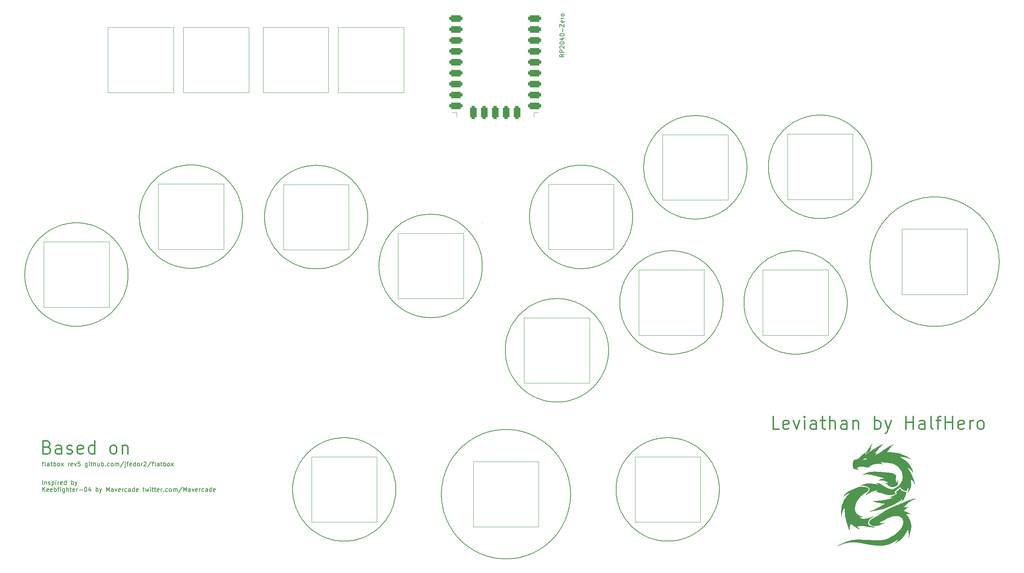
<source format=gto>
%TF.GenerationSoftware,KiCad,Pcbnew,8.0.1*%
%TF.CreationDate,2024-04-24T00:03:39-04:00*%
%TF.ProjectId,leviathan,6c657669-6174-4686-916e-2e6b69636164,rev?*%
%TF.SameCoordinates,Original*%
%TF.FileFunction,Legend,Top*%
%TF.FilePolarity,Positive*%
%FSLAX46Y46*%
G04 Gerber Fmt 4.6, Leading zero omitted, Abs format (unit mm)*
G04 Created by KiCad (PCBNEW 8.0.1) date 2024-04-24 00:03:39*
%MOMM*%
%LPD*%
G01*
G04 APERTURE LIST*
G04 Aperture macros list*
%AMRoundRect*
0 Rectangle with rounded corners*
0 $1 Rounding radius*
0 $2 $3 $4 $5 $6 $7 $8 $9 X,Y pos of 4 corners*
0 Add a 4 corners polygon primitive as box body*
4,1,4,$2,$3,$4,$5,$6,$7,$8,$9,$2,$3,0*
0 Add four circle primitives for the rounded corners*
1,1,$1+$1,$2,$3*
1,1,$1+$1,$4,$5*
1,1,$1+$1,$6,$7*
1,1,$1+$1,$8,$9*
0 Add four rect primitives between the rounded corners*
20,1,$1+$1,$2,$3,$4,$5,0*
20,1,$1+$1,$4,$5,$6,$7,0*
20,1,$1+$1,$6,$7,$8,$9,0*
20,1,$1+$1,$8,$9,$2,$3,0*%
G04 Aperture macros list end*
%ADD10C,0.200000*%
%ADD11C,0.150000*%
%ADD12C,0.330000*%
%ADD13C,0.120000*%
%ADD14C,0.000000*%
%ADD15C,1.900000*%
%ADD16C,1.600000*%
%ADD17C,3.050000*%
%ADD18C,5.050000*%
%ADD19C,6.400000*%
%ADD20RoundRect,0.381000X1.119000X0.381000X-1.119000X0.381000X-1.119000X-0.381000X1.119000X-0.381000X0*%
%ADD21RoundRect,0.381000X-0.381000X1.119000X-0.381000X-1.119000X0.381000X-1.119000X0.381000X1.119000X0*%
%ADD22RoundRect,0.381000X0.381000X-1.119000X0.381000X1.119000X-0.381000X1.119000X-0.381000X-1.119000X0*%
G04 APERTURE END LIST*
D10*
X249462567Y-56343258D02*
X249462567Y-56343258D01*
X132917215Y-141799308D02*
X132566820Y-141994431D01*
X132211696Y-142176966D01*
X131852156Y-142346912D01*
X131488516Y-142504270D01*
X131121092Y-142649039D01*
X130750199Y-142781219D01*
X130376151Y-142900811D01*
X129999266Y-143007815D01*
X129619857Y-143102229D01*
X129238241Y-143184055D01*
X128854733Y-143253293D01*
X128469648Y-143309941D01*
X128083301Y-143354001D01*
X127696008Y-143385473D01*
X127308084Y-143404356D01*
X126919846Y-143410650D01*
X126531607Y-143404356D01*
X126143683Y-143385473D01*
X125756390Y-143354001D01*
X125370043Y-143309941D01*
X124984958Y-143253293D01*
X124601450Y-143184055D01*
X124219834Y-143102229D01*
X123840425Y-143007815D01*
X123463540Y-142900811D01*
X123089492Y-142781219D01*
X122718599Y-142649039D01*
X122351175Y-142504270D01*
X121987535Y-142346912D01*
X121627995Y-142176966D01*
X121272871Y-141994431D01*
X120922477Y-141799308D01*
X108400345Y-68050530D02*
X108407016Y-67648696D01*
X108426925Y-67249048D01*
X108459915Y-66851861D01*
X108505827Y-66457408D01*
X108564504Y-66065963D01*
X108635789Y-65677800D01*
X108719522Y-65293193D01*
X108815548Y-64912415D01*
X108923708Y-64535740D01*
X109043844Y-64163443D01*
X109175799Y-63795796D01*
X109319414Y-63433075D01*
X109474534Y-63075553D01*
X109640999Y-62723503D01*
X109818651Y-62377200D01*
X110007335Y-62036918D01*
X110206890Y-61702929D01*
X110417161Y-61375509D01*
X110637989Y-61054931D01*
X110869217Y-60741469D01*
X111110686Y-60435396D01*
X111362240Y-60136987D01*
X111623720Y-59846516D01*
X111894968Y-59564256D01*
X112175828Y-59290481D01*
X112466142Y-59025465D01*
X112765751Y-58769483D01*
X113074498Y-58522807D01*
X113392226Y-58285711D01*
X113718776Y-58058470D01*
X114053991Y-57841358D01*
X114397714Y-57634648D01*
X70701646Y-91818162D02*
X70351252Y-92013285D01*
X69996127Y-92195820D01*
X69636587Y-92365766D01*
X69272947Y-92523124D01*
X68905523Y-92667893D01*
X68534630Y-92800073D01*
X68160583Y-92919665D01*
X67783697Y-93026669D01*
X67404289Y-93121083D01*
X67022673Y-93202909D01*
X66639164Y-93272147D01*
X66254079Y-93328795D01*
X65867732Y-93372855D01*
X65480440Y-93404327D01*
X65092516Y-93423210D01*
X64704277Y-93429504D01*
X64316038Y-93423210D01*
X63928114Y-93404327D01*
X63540822Y-93372855D01*
X63154475Y-93328795D01*
X62769390Y-93272147D01*
X62385881Y-93202909D01*
X62004265Y-93121083D01*
X61624857Y-93026669D01*
X61247971Y-92919665D01*
X60873924Y-92800073D01*
X60503031Y-92667893D01*
X60135607Y-92523124D01*
X59771967Y-92365766D01*
X59412427Y-92195820D01*
X59057302Y-92013285D01*
X58706909Y-91818162D01*
X126392452Y-57634648D02*
X126736174Y-57841358D01*
X127071389Y-58058470D01*
X127397939Y-58285711D01*
X127715667Y-58522807D01*
X128024414Y-58769483D01*
X128324023Y-59025465D01*
X128614336Y-59290481D01*
X128895196Y-59564256D01*
X129166445Y-59846516D01*
X129427925Y-60136987D01*
X129679479Y-60435396D01*
X129920948Y-60741469D01*
X130152175Y-61054931D01*
X130373003Y-61375509D01*
X130583274Y-61702929D01*
X130782830Y-62036918D01*
X130971513Y-62377200D01*
X131149166Y-62723503D01*
X131315631Y-63075553D01*
X131470750Y-63433075D01*
X131614366Y-63795796D01*
X131746321Y-64163443D01*
X131866457Y-64535740D01*
X131974617Y-64912415D01*
X132070642Y-65293193D01*
X132154376Y-65677800D01*
X132225660Y-66065963D01*
X132284338Y-66457408D01*
X132330250Y-66851861D01*
X132363240Y-67249048D01*
X132383149Y-67648696D01*
X132389821Y-68050530D01*
X214492661Y-66877400D02*
X214142266Y-67072523D01*
X213787142Y-67255058D01*
X213427602Y-67425004D01*
X213063962Y-67582362D01*
X212696538Y-67727131D01*
X212325645Y-67859311D01*
X211951597Y-67978903D01*
X211574712Y-68085907D01*
X211195303Y-68180321D01*
X210813687Y-68262147D01*
X210430179Y-68331385D01*
X210045094Y-68388033D01*
X209658747Y-68432093D01*
X209271454Y-68463565D01*
X208883530Y-68482448D01*
X208495292Y-68488742D01*
X208107053Y-68482448D01*
X207719129Y-68463565D01*
X207331836Y-68432093D01*
X206945489Y-68388033D01*
X206560404Y-68331385D01*
X206176896Y-68262147D01*
X205795280Y-68180321D01*
X205415871Y-68085907D01*
X205038986Y-67978903D01*
X204664938Y-67859311D01*
X204294045Y-67727131D01*
X203926621Y-67582362D01*
X203562981Y-67425004D01*
X203203441Y-67255058D01*
X202848317Y-67072523D01*
X202497923Y-66877400D01*
X249077592Y-78409747D02*
X249085937Y-77907073D01*
X249110843Y-77407134D01*
X249152111Y-76910272D01*
X249209545Y-76416831D01*
X249282947Y-75927153D01*
X249372120Y-75441580D01*
X249476867Y-74960455D01*
X249596990Y-74484121D01*
X249732292Y-74012920D01*
X249882577Y-73547195D01*
X250047646Y-73087288D01*
X250227302Y-72633542D01*
X250421348Y-72186299D01*
X250629587Y-71745902D01*
X250851822Y-71312695D01*
X251087855Y-70887018D01*
X251337490Y-70469215D01*
X251600528Y-70059629D01*
X251876772Y-69658602D01*
X252166027Y-69266477D01*
X252468093Y-68883595D01*
X252782773Y-68510301D01*
X253109872Y-68146936D01*
X253449191Y-67793842D01*
X253800532Y-67451364D01*
X254163700Y-67119843D01*
X254538496Y-66799621D01*
X254924723Y-66491042D01*
X255322184Y-66194447D01*
X255730682Y-65910180D01*
X256150020Y-65638584D01*
X256580000Y-65380000D01*
X220490030Y-56461518D02*
X220490030Y-56461518D01*
X156993745Y-145529412D02*
X156563765Y-145270827D01*
X156144427Y-144999230D01*
X155735929Y-144714964D01*
X155338468Y-144418369D01*
X154952241Y-144109790D01*
X154577445Y-143789568D01*
X154214277Y-143458047D01*
X153862936Y-143115568D01*
X153523617Y-142762475D01*
X153196518Y-142399110D01*
X152881838Y-142025815D01*
X152579772Y-141642934D01*
X152290517Y-141250808D01*
X152014273Y-140849781D01*
X151751235Y-140440195D01*
X151501600Y-140022393D01*
X151265567Y-139596716D01*
X151043332Y-139163508D01*
X150835093Y-138723112D01*
X150641047Y-138275869D01*
X150461391Y-137822123D01*
X150296322Y-137362216D01*
X150146037Y-136896491D01*
X150010735Y-136425290D01*
X149890612Y-135948955D01*
X149785865Y-135467831D01*
X149696692Y-134982258D01*
X149623290Y-134492580D01*
X149565856Y-133999139D01*
X149524588Y-133502277D01*
X149499682Y-133002338D01*
X149491337Y-132499665D01*
X237788930Y-98333303D02*
X237438535Y-98528426D01*
X237083411Y-98710961D01*
X236723871Y-98880907D01*
X236360231Y-99038265D01*
X235992807Y-99183034D01*
X235621914Y-99315214D01*
X235247866Y-99434806D01*
X234870981Y-99541809D01*
X234491572Y-99636224D01*
X234109956Y-99718050D01*
X233726448Y-99787287D01*
X233341363Y-99843936D01*
X232955016Y-99887996D01*
X232567723Y-99919467D01*
X232179799Y-99938350D01*
X231791561Y-99944645D01*
X231403322Y-99938350D01*
X231015398Y-99919467D01*
X230628105Y-99887996D01*
X230241758Y-99843936D01*
X229856673Y-99787287D01*
X229473165Y-99718050D01*
X229091549Y-99636224D01*
X228712140Y-99541809D01*
X228335255Y-99434806D01*
X227961207Y-99315214D01*
X227590314Y-99183034D01*
X227222890Y-99038265D01*
X226859250Y-98880907D01*
X226499710Y-98710961D01*
X226144586Y-98528426D01*
X225794192Y-98333303D01*
X279087224Y-78409747D02*
X279078878Y-78912420D01*
X279053972Y-79412359D01*
X279012704Y-79909221D01*
X278955270Y-80402662D01*
X278881868Y-80892340D01*
X278792695Y-81377913D01*
X278687948Y-81859037D01*
X278567825Y-82335372D01*
X278432522Y-82806573D01*
X278282238Y-83272298D01*
X278117169Y-83732205D01*
X277937513Y-84185951D01*
X277743467Y-84633194D01*
X277535227Y-85073590D01*
X277312992Y-85506798D01*
X277076959Y-85932475D01*
X276827325Y-86350277D01*
X276564287Y-86759863D01*
X276288042Y-87160890D01*
X275998788Y-87553016D01*
X275696722Y-87935897D01*
X275382041Y-88309192D01*
X275054943Y-88672557D01*
X274715624Y-89025650D01*
X274364282Y-89368129D01*
X274001115Y-89699650D01*
X273626319Y-90019872D01*
X273240092Y-90328451D01*
X272842630Y-90625046D01*
X272434132Y-90909312D01*
X272014795Y-91180909D01*
X271584816Y-91439494D01*
X190085108Y-131383426D02*
X190091779Y-130981592D01*
X190111688Y-130581944D01*
X190144678Y-130184757D01*
X190190590Y-129790304D01*
X190249268Y-129398859D01*
X190320552Y-129010696D01*
X190404286Y-128626089D01*
X190500311Y-128245311D01*
X190608471Y-127868636D01*
X190728607Y-127496339D01*
X190860562Y-127128692D01*
X191004178Y-126765971D01*
X191159297Y-126408449D01*
X191325762Y-126056399D01*
X191503415Y-125710096D01*
X191692098Y-125369814D01*
X191891654Y-125035825D01*
X192101925Y-124708405D01*
X192322753Y-124387827D01*
X192553980Y-124074365D01*
X192795449Y-123768293D01*
X193047003Y-123469884D01*
X193308483Y-123179413D01*
X193579732Y-122897153D01*
X193860592Y-122623378D01*
X194150905Y-122358362D01*
X194450514Y-122102380D01*
X194759261Y-121855704D01*
X195076989Y-121618609D01*
X195403539Y-121391368D01*
X195738754Y-121174256D01*
X196082477Y-120967546D01*
X70701646Y-70986398D02*
X71045368Y-71193108D01*
X71380583Y-71410220D01*
X71707133Y-71637461D01*
X72024861Y-71874557D01*
X72333608Y-72121233D01*
X72633217Y-72377215D01*
X72923531Y-72642231D01*
X73204391Y-72916006D01*
X73475639Y-73198266D01*
X73737119Y-73488737D01*
X73988673Y-73787146D01*
X74230142Y-74093219D01*
X74461370Y-74406681D01*
X74682198Y-74727259D01*
X74892469Y-75054679D01*
X75092024Y-75388668D01*
X75280708Y-75728950D01*
X75458360Y-76075253D01*
X75624825Y-76427303D01*
X75779945Y-76784825D01*
X75923560Y-77147546D01*
X76055515Y-77515193D01*
X76175651Y-77887490D01*
X76283811Y-78264165D01*
X76379837Y-78644943D01*
X76463570Y-79029550D01*
X76534855Y-79417713D01*
X76593532Y-79809158D01*
X76639444Y-80203611D01*
X76672434Y-80600798D01*
X76692343Y-81000446D01*
X76699015Y-81402280D01*
X225794192Y-77501539D02*
X226144586Y-77306415D01*
X226499710Y-77123880D01*
X226859250Y-76953934D01*
X227222890Y-76796576D01*
X227590314Y-76651807D01*
X227961207Y-76519627D01*
X228335255Y-76400035D01*
X228712140Y-76293031D01*
X229091549Y-76198617D01*
X229473165Y-76116791D01*
X229856673Y-76047553D01*
X230241758Y-75990905D01*
X230628105Y-75946845D01*
X231015398Y-75915373D01*
X231403322Y-75896490D01*
X231791561Y-75890196D01*
X232179799Y-75896490D01*
X232567723Y-75915373D01*
X232955016Y-75946845D01*
X233341363Y-75990905D01*
X233726448Y-76047553D01*
X234109956Y-76116791D01*
X234491572Y-76198617D01*
X234870981Y-76293031D01*
X235247866Y-76400035D01*
X235621914Y-76519627D01*
X235992807Y-76651807D01*
X236360231Y-76796576D01*
X236723871Y-76953934D01*
X237083411Y-77123880D01*
X237438535Y-77306415D01*
X237788930Y-77501539D01*
X175945684Y-78410868D02*
X175601961Y-78204157D01*
X175266746Y-77987045D01*
X174940196Y-77759804D01*
X174622468Y-77522709D01*
X174313721Y-77276033D01*
X174014112Y-77020050D01*
X173723798Y-76755034D01*
X173442938Y-76481259D01*
X173171690Y-76198999D01*
X172910210Y-75908528D01*
X172658656Y-75610119D01*
X172417187Y-75304047D01*
X172185959Y-74990584D01*
X171965131Y-74670006D01*
X171754860Y-74342586D01*
X171555305Y-74008598D01*
X171366621Y-73668315D01*
X171188969Y-73322012D01*
X171022504Y-72969963D01*
X170867384Y-72612440D01*
X170723769Y-72249719D01*
X170591814Y-71882073D01*
X170471678Y-71509776D01*
X170363518Y-71133101D01*
X170267492Y-70752323D01*
X170183759Y-70367715D01*
X170112474Y-69979552D01*
X170053797Y-69588107D01*
X170007885Y-69193654D01*
X169974895Y-68796467D01*
X169954986Y-68396819D01*
X169948315Y-67994986D01*
X243786299Y-87917421D02*
X243779627Y-88319254D01*
X243759718Y-88718902D01*
X243726728Y-89116089D01*
X243680816Y-89510542D01*
X243622139Y-89901987D01*
X243550854Y-90290150D01*
X243467121Y-90674757D01*
X243371095Y-91055535D01*
X243262935Y-91432210D01*
X243142799Y-91804507D01*
X243010844Y-92172154D01*
X242867229Y-92534875D01*
X242712109Y-92892397D01*
X242545644Y-93244447D01*
X242367992Y-93590750D01*
X242179308Y-93931033D01*
X241979753Y-94265021D01*
X241769482Y-94592441D01*
X241548654Y-94913019D01*
X241317426Y-95226481D01*
X241075957Y-95532554D01*
X240824403Y-95830963D01*
X240562923Y-96121434D01*
X240291675Y-96403694D01*
X240010815Y-96677469D01*
X239720501Y-96942485D01*
X239420892Y-97198467D01*
X239112145Y-97445143D01*
X238794417Y-97682239D01*
X238467867Y-97909480D01*
X238132652Y-98126592D01*
X237788930Y-98333303D01*
X120922477Y-120967546D02*
X121272871Y-120772422D01*
X121627995Y-120589887D01*
X121987535Y-120419940D01*
X122351175Y-120262583D01*
X122718599Y-120117814D01*
X123089492Y-119985633D01*
X123463540Y-119866041D01*
X123840425Y-119759038D01*
X124219834Y-119664623D01*
X124601450Y-119582797D01*
X124984958Y-119513560D01*
X125370043Y-119456911D01*
X125756390Y-119412851D01*
X126143683Y-119381379D01*
X126531607Y-119362496D01*
X126919846Y-119356202D01*
X127308084Y-119362496D01*
X127696008Y-119381379D01*
X128083301Y-119412851D01*
X128469648Y-119456911D01*
X128854733Y-119513560D01*
X129238241Y-119582797D01*
X129619857Y-119664623D01*
X129999266Y-119759038D01*
X130376151Y-119866041D01*
X130750199Y-119985633D01*
X131121092Y-120117814D01*
X131488516Y-120262583D01*
X131852156Y-120419940D01*
X132211696Y-120589887D01*
X132566820Y-120772422D01*
X132917215Y-120967546D01*
X243465198Y-45927376D02*
X243808920Y-46134086D01*
X244144135Y-46351198D01*
X244470685Y-46578439D01*
X244788413Y-46815534D01*
X245097160Y-47062210D01*
X245396769Y-47318193D01*
X245687083Y-47583209D01*
X245967943Y-47856983D01*
X246239191Y-48139243D01*
X246500671Y-48429715D01*
X246752225Y-48728124D01*
X246993694Y-49034196D01*
X247224922Y-49347658D01*
X247445750Y-49668236D01*
X247656021Y-49995656D01*
X247855576Y-50329645D01*
X248044260Y-50669927D01*
X248221912Y-51016230D01*
X248388377Y-51368280D01*
X248543497Y-51725802D01*
X248687112Y-52088524D01*
X248819067Y-52456170D01*
X248939203Y-52828467D01*
X249047363Y-53205142D01*
X249143389Y-53585920D01*
X249227122Y-53970528D01*
X249298407Y-54358691D01*
X249357084Y-54750136D01*
X249402996Y-55144589D01*
X249435986Y-55541776D01*
X249455895Y-55941424D01*
X249462567Y-56343258D01*
X214932021Y-87917421D02*
X214932021Y-87917421D01*
X126392452Y-78466412D02*
X126042057Y-78661535D01*
X125686933Y-78844070D01*
X125327393Y-79014016D01*
X124963753Y-79171374D01*
X124596329Y-79316143D01*
X124225436Y-79448323D01*
X123851388Y-79567915D01*
X123474503Y-79674919D01*
X123095094Y-79769333D01*
X122713478Y-79851159D01*
X122329970Y-79920397D01*
X121944885Y-79977045D01*
X121558538Y-80021105D01*
X121171245Y-80052577D01*
X120783321Y-80071460D01*
X120395083Y-80077754D01*
X120006844Y-80071460D01*
X119618920Y-80052577D01*
X119231627Y-80021105D01*
X118845280Y-79977045D01*
X118460195Y-79920397D01*
X118076687Y-79851159D01*
X117695071Y-79769333D01*
X117315662Y-79674919D01*
X116938777Y-79567915D01*
X116564729Y-79448323D01*
X116193836Y-79316143D01*
X115826412Y-79171374D01*
X115462772Y-79014016D01*
X115103232Y-78844070D01*
X114748108Y-78661535D01*
X114397714Y-78466412D01*
X208934652Y-98333303D02*
X208584257Y-98528426D01*
X208229133Y-98710961D01*
X207869593Y-98880907D01*
X207505953Y-99038265D01*
X207138529Y-99183034D01*
X206767636Y-99315214D01*
X206393588Y-99434806D01*
X206016703Y-99541809D01*
X205637294Y-99636224D01*
X205255678Y-99718050D01*
X204872170Y-99787287D01*
X204487085Y-99843936D01*
X204100738Y-99887996D01*
X203713445Y-99919467D01*
X203325521Y-99938350D01*
X202937283Y-99944645D01*
X202549044Y-99938350D01*
X202161120Y-99919467D01*
X201773827Y-99887996D01*
X201387480Y-99843936D01*
X201002395Y-99787287D01*
X200618887Y-99718050D01*
X200237271Y-99636224D01*
X199857862Y-99541809D01*
X199480977Y-99434806D01*
X199106929Y-99315214D01*
X198736036Y-99183034D01*
X198368612Y-99038265D01*
X198004972Y-98880907D01*
X197645432Y-98710961D01*
X197290308Y-98528426D01*
X196939914Y-98333303D01*
X279087224Y-78409747D02*
X279087224Y-78409747D01*
X219796823Y-87917421D02*
X219803494Y-87515587D01*
X219823403Y-87115939D01*
X219856393Y-86718752D01*
X219902305Y-86324299D01*
X219960983Y-85932854D01*
X220032267Y-85544691D01*
X220116001Y-85160083D01*
X220212026Y-84779305D01*
X220320186Y-84402630D01*
X220440322Y-84030333D01*
X220572277Y-83662687D01*
X220715893Y-83299966D01*
X220871012Y-82942443D01*
X221037477Y-82590394D01*
X221215130Y-82244091D01*
X221403813Y-81903808D01*
X221603369Y-81569820D01*
X221813640Y-81242400D01*
X222034468Y-80921822D01*
X222265695Y-80608359D01*
X222507164Y-80302287D01*
X222758718Y-80003878D01*
X223020198Y-79713407D01*
X223291447Y-79431147D01*
X223572307Y-79157372D01*
X223862620Y-78892356D01*
X224162229Y-78636373D01*
X224470976Y-78389697D01*
X224788704Y-78152602D01*
X225115254Y-77925361D01*
X225450469Y-77708249D01*
X225794192Y-77501539D01*
X171998561Y-145529412D02*
X171560235Y-145773501D01*
X171115992Y-146001843D01*
X170666226Y-146214438D01*
X170211331Y-146411284D01*
X169751701Y-146592383D01*
X169287732Y-146757734D01*
X168819818Y-146907338D01*
X168348353Y-147041193D01*
X167873732Y-147159301D01*
X167396350Y-147261661D01*
X166916600Y-147348274D01*
X166434877Y-147419139D01*
X165951577Y-147474256D01*
X165467093Y-147513625D01*
X164981820Y-147537247D01*
X164496153Y-147545121D01*
X164010485Y-147537247D01*
X163525212Y-147513625D01*
X163040728Y-147474256D01*
X162557428Y-147419139D01*
X162075705Y-147348274D01*
X161595955Y-147261661D01*
X161118573Y-147159301D01*
X160643952Y-147041193D01*
X160172487Y-146907338D01*
X159704573Y-146757734D01*
X159240604Y-146592383D01*
X158780974Y-146411284D01*
X158326079Y-146214438D01*
X157876313Y-146001843D01*
X157432070Y-145773501D01*
X156993745Y-145529412D01*
X202497923Y-46045636D02*
X202848317Y-45850512D01*
X203203441Y-45667977D01*
X203562981Y-45498031D01*
X203926621Y-45340673D01*
X204294045Y-45195904D01*
X204664938Y-45063724D01*
X205038986Y-44944132D01*
X205415871Y-44837129D01*
X205795280Y-44742714D01*
X206176896Y-44660888D01*
X206560404Y-44591651D01*
X206945489Y-44535002D01*
X207331836Y-44490942D01*
X207719129Y-44459471D01*
X208107053Y-44440588D01*
X208495292Y-44434294D01*
X208883530Y-44440588D01*
X209271454Y-44459471D01*
X209658747Y-44490942D01*
X210045094Y-44535002D01*
X210430179Y-44591651D01*
X210813687Y-44660888D01*
X211195303Y-44742714D01*
X211574712Y-44837129D01*
X211951597Y-44944132D01*
X212325645Y-45063724D01*
X212696538Y-45195904D01*
X213063962Y-45340673D01*
X213427602Y-45498031D01*
X213787142Y-45667977D01*
X214142266Y-45850512D01*
X214492661Y-46045636D01*
X114925108Y-131383426D02*
X114931779Y-130981592D01*
X114951688Y-130581944D01*
X114984678Y-130184757D01*
X115030590Y-129790304D01*
X115089268Y-129398859D01*
X115160552Y-129010696D01*
X115244286Y-128626089D01*
X115340311Y-128245311D01*
X115448471Y-127868636D01*
X115568607Y-127496339D01*
X115700562Y-127128692D01*
X115844178Y-126765971D01*
X115999297Y-126408449D01*
X116165762Y-126056399D01*
X116343415Y-125710096D01*
X116532098Y-125369814D01*
X116731654Y-125035825D01*
X116941925Y-124708405D01*
X117162753Y-124387827D01*
X117393980Y-124074365D01*
X117635449Y-123768293D01*
X117887003Y-123469884D01*
X118148483Y-123179413D01*
X118419732Y-122897153D01*
X118700592Y-122623378D01*
X118990905Y-122358362D01*
X119290514Y-122102380D01*
X119599261Y-121855704D01*
X119916989Y-121618609D01*
X120243539Y-121391368D01*
X120578754Y-121174256D01*
X120922477Y-120967546D01*
X120922477Y-141799308D02*
X120578754Y-141592597D01*
X120243539Y-141375485D01*
X119916989Y-141148244D01*
X119599261Y-140911149D01*
X119290514Y-140664473D01*
X118990905Y-140408490D01*
X118700592Y-140143474D01*
X118419732Y-139869700D01*
X118148483Y-139587440D01*
X117887003Y-139296968D01*
X117635449Y-138998559D01*
X117393980Y-138692487D01*
X117162753Y-138379025D01*
X116941925Y-138058447D01*
X116731654Y-137731027D01*
X116532098Y-137397038D01*
X116343415Y-137056756D01*
X116165762Y-136710453D01*
X115999297Y-136358403D01*
X115844178Y-136000881D01*
X115700562Y-135638159D01*
X115568607Y-135270513D01*
X115448471Y-134898216D01*
X115340311Y-134521541D01*
X115244286Y-134140763D01*
X115160552Y-133756155D01*
X115089268Y-133367992D01*
X115030590Y-132976547D01*
X114984678Y-132582094D01*
X114951688Y-132184907D01*
X114931779Y-131785259D01*
X114925108Y-131383426D01*
X97301646Y-57516398D02*
X97645368Y-57723108D01*
X97980583Y-57940220D01*
X98307133Y-58167461D01*
X98624861Y-58404557D01*
X98933608Y-58651233D01*
X99233217Y-58907215D01*
X99523531Y-59172231D01*
X99804391Y-59446006D01*
X100075639Y-59728266D01*
X100337119Y-60018737D01*
X100588673Y-60317146D01*
X100830142Y-60623219D01*
X101061370Y-60936681D01*
X101282198Y-61257259D01*
X101492469Y-61584679D01*
X101692024Y-61918668D01*
X101880708Y-62258950D01*
X102058360Y-62605253D01*
X102224825Y-62957303D01*
X102379945Y-63314825D01*
X102523560Y-63677546D01*
X102655515Y-64045193D01*
X102775651Y-64417490D01*
X102883811Y-64794165D01*
X102979837Y-65174943D01*
X103063570Y-65559550D01*
X103134855Y-65947713D01*
X103193532Y-66339158D01*
X103239444Y-66733611D01*
X103272434Y-67130798D01*
X103292343Y-67530446D01*
X103299015Y-67932280D01*
X58706909Y-70986398D02*
X59057302Y-70791274D01*
X59412427Y-70608739D01*
X59771967Y-70438793D01*
X60135607Y-70281435D01*
X60503031Y-70136666D01*
X60873924Y-70004486D01*
X61247971Y-69884894D01*
X61624857Y-69777890D01*
X62004265Y-69683476D01*
X62385881Y-69601650D01*
X62769390Y-69532412D01*
X63154475Y-69475764D01*
X63540822Y-69431704D01*
X63928114Y-69400232D01*
X64316038Y-69381349D01*
X64704277Y-69375055D01*
X65092516Y-69381349D01*
X65480440Y-69400232D01*
X65867732Y-69431704D01*
X66254079Y-69475764D01*
X66639164Y-69532412D01*
X67022673Y-69601650D01*
X67404289Y-69683476D01*
X67783697Y-69777890D01*
X68160583Y-69884894D01*
X68534630Y-70004486D01*
X68905523Y-70136666D01*
X69272947Y-70281435D01*
X69636587Y-70438793D01*
X69996127Y-70608739D01*
X70351252Y-70791274D01*
X70701646Y-70986398D01*
X193937791Y-67994986D02*
X193931119Y-68396819D01*
X193911210Y-68796467D01*
X193878220Y-69193654D01*
X193832308Y-69588107D01*
X193773631Y-69979552D01*
X193702346Y-70367715D01*
X193618613Y-70752323D01*
X193522587Y-71133101D01*
X193414427Y-71509776D01*
X193294291Y-71882073D01*
X193162336Y-72249719D01*
X193018721Y-72612440D01*
X192863601Y-72969963D01*
X192697136Y-73322012D01*
X192519484Y-73668315D01*
X192330800Y-74008598D01*
X192131245Y-74342586D01*
X191920974Y-74670006D01*
X191700146Y-74990584D01*
X191468918Y-75304047D01*
X191227449Y-75610119D01*
X190975895Y-75908528D01*
X190714415Y-76198999D01*
X190443167Y-76481259D01*
X190162307Y-76755034D01*
X189871993Y-77020050D01*
X189572384Y-77276033D01*
X189263637Y-77522709D01*
X188945909Y-77759804D01*
X188619359Y-77987045D01*
X188284144Y-78204157D01*
X187940422Y-78410868D01*
X85306909Y-57516398D02*
X85657302Y-57321274D01*
X86012427Y-57138739D01*
X86371967Y-56968793D01*
X86735607Y-56811435D01*
X87103031Y-56666666D01*
X87473924Y-56534486D01*
X87847971Y-56414894D01*
X88224857Y-56307890D01*
X88604265Y-56213476D01*
X88985881Y-56131650D01*
X89369390Y-56062412D01*
X89754475Y-56005764D01*
X90140822Y-55961704D01*
X90528114Y-55930232D01*
X90916038Y-55911349D01*
X91304277Y-55905055D01*
X91692516Y-55911349D01*
X92080440Y-55930232D01*
X92467732Y-55961704D01*
X92854079Y-56005764D01*
X93239164Y-56062412D01*
X93622673Y-56131650D01*
X94004289Y-56213476D01*
X94383697Y-56307890D01*
X94760583Y-56414894D01*
X95134630Y-56534486D01*
X95505523Y-56666666D01*
X95872947Y-56811435D01*
X96236587Y-56968793D01*
X96596127Y-57138739D01*
X96951252Y-57321274D01*
X97301646Y-57516398D01*
X164335108Y-99033426D02*
X164341779Y-98631592D01*
X164361688Y-98231944D01*
X164394678Y-97834757D01*
X164440590Y-97440304D01*
X164499268Y-97048859D01*
X164570552Y-96660696D01*
X164654286Y-96276089D01*
X164750311Y-95895311D01*
X164858471Y-95518636D01*
X164978607Y-95146339D01*
X165110562Y-94778692D01*
X165254178Y-94415971D01*
X165409297Y-94058449D01*
X165575762Y-93706399D01*
X165753415Y-93360096D01*
X165942098Y-93019814D01*
X166141654Y-92685825D01*
X166351925Y-92358405D01*
X166572753Y-92037827D01*
X166803980Y-91724365D01*
X167045449Y-91418293D01*
X167297003Y-91119884D01*
X167558483Y-90829413D01*
X167829732Y-90547153D01*
X168110592Y-90273378D01*
X168400905Y-90008362D01*
X168700514Y-89752380D01*
X169009261Y-89505704D01*
X169326989Y-89268609D01*
X169653539Y-89041368D01*
X169988754Y-88824256D01*
X170332477Y-88617546D01*
X196082477Y-141799308D02*
X195738754Y-141592597D01*
X195403539Y-141375485D01*
X195076989Y-141148244D01*
X194759261Y-140911149D01*
X194450514Y-140664473D01*
X194150905Y-140408490D01*
X193860592Y-140143474D01*
X193579732Y-139869700D01*
X193308483Y-139587440D01*
X193047003Y-139296968D01*
X192795449Y-138998559D01*
X192553980Y-138692487D01*
X192322753Y-138379025D01*
X192101925Y-138058447D01*
X191891654Y-137731027D01*
X191692098Y-137397038D01*
X191503415Y-137056756D01*
X191325762Y-136710453D01*
X191159297Y-136358403D01*
X191004178Y-136000881D01*
X190860562Y-135638159D01*
X190728607Y-135270513D01*
X190608471Y-134898216D01*
X190500311Y-134521541D01*
X190404286Y-134140763D01*
X190320552Y-133756155D01*
X190249268Y-133367992D01*
X190190590Y-132976547D01*
X190144678Y-132582094D01*
X190111688Y-132184907D01*
X190091779Y-131785259D01*
X190085108Y-131383426D01*
X225473091Y-56343258D02*
X225479762Y-55941424D01*
X225499671Y-55541776D01*
X225532661Y-55144589D01*
X225578573Y-54750136D01*
X225637250Y-54358691D01*
X225708535Y-53970528D01*
X225792268Y-53585920D01*
X225888294Y-53205142D01*
X225996454Y-52828467D01*
X226116590Y-52456170D01*
X226248545Y-52088524D01*
X226392160Y-51725802D01*
X226547280Y-51368280D01*
X226713745Y-51016230D01*
X226891397Y-50669927D01*
X227080081Y-50329645D01*
X227279636Y-49995656D01*
X227489907Y-49668236D01*
X227710735Y-49347658D01*
X227941963Y-49034196D01*
X228183432Y-48728124D01*
X228434986Y-48429715D01*
X228696466Y-48139243D01*
X228967714Y-47856983D01*
X229248574Y-47583209D01*
X229538888Y-47318193D01*
X229838497Y-47062210D01*
X230147244Y-46815534D01*
X230464972Y-46578439D01*
X230791522Y-46351198D01*
X231126737Y-46134086D01*
X231470460Y-45927376D01*
X152999904Y-89818924D02*
X152649509Y-90014047D01*
X152294385Y-90196582D01*
X151934845Y-90366528D01*
X151571205Y-90523886D01*
X151203781Y-90668655D01*
X150832888Y-90800835D01*
X150458840Y-90920427D01*
X150081955Y-91027430D01*
X149702546Y-91121845D01*
X149320930Y-91203671D01*
X148937422Y-91272908D01*
X148552337Y-91329557D01*
X148165990Y-91373617D01*
X147778697Y-91405088D01*
X147390773Y-91423971D01*
X147002535Y-91430266D01*
X146614296Y-91423971D01*
X146226372Y-91405088D01*
X145839079Y-91373617D01*
X145452732Y-91329557D01*
X145067647Y-91272908D01*
X144684139Y-91203671D01*
X144302523Y-91121845D01*
X143923114Y-91027430D01*
X143546229Y-90920427D01*
X143172181Y-90800835D01*
X142801288Y-90668655D01*
X142433864Y-90523886D01*
X142070224Y-90366528D01*
X141710684Y-90196582D01*
X141355560Y-90014047D01*
X141005166Y-89818924D01*
X135007798Y-79403042D02*
X135014469Y-79001208D01*
X135034378Y-78601560D01*
X135067368Y-78204373D01*
X135113280Y-77809920D01*
X135171957Y-77418475D01*
X135243242Y-77030312D01*
X135326975Y-76645704D01*
X135423001Y-76264926D01*
X135531161Y-75888251D01*
X135651297Y-75515954D01*
X135783252Y-75148308D01*
X135926867Y-74785587D01*
X136081987Y-74428064D01*
X136248451Y-74076015D01*
X136426104Y-73729712D01*
X136614788Y-73389429D01*
X136814343Y-73055441D01*
X137024614Y-72728021D01*
X137245442Y-72407443D01*
X137476669Y-72093980D01*
X137718139Y-71787908D01*
X137969692Y-71489499D01*
X138231172Y-71199028D01*
X138502421Y-70916768D01*
X138783281Y-70642993D01*
X139073594Y-70377977D01*
X139373203Y-70121994D01*
X139681950Y-69875318D01*
X139999678Y-69638223D01*
X140326228Y-69410982D01*
X140661443Y-69193870D01*
X141005166Y-68987160D01*
X170332477Y-88617546D02*
X170682871Y-88422422D01*
X171037995Y-88239887D01*
X171397535Y-88069940D01*
X171761175Y-87912583D01*
X172128599Y-87767814D01*
X172499492Y-87635633D01*
X172873540Y-87516041D01*
X173250425Y-87409038D01*
X173629834Y-87314623D01*
X174011450Y-87232797D01*
X174394958Y-87163560D01*
X174780043Y-87106911D01*
X175166390Y-87062851D01*
X175553683Y-87031379D01*
X175941607Y-87012496D01*
X176329846Y-87006202D01*
X176718084Y-87012496D01*
X177106008Y-87031379D01*
X177493301Y-87062851D01*
X177879648Y-87106911D01*
X178264733Y-87163560D01*
X178648241Y-87232797D01*
X179029857Y-87314623D01*
X179409266Y-87409038D01*
X179786151Y-87516041D01*
X180160199Y-87635633D01*
X180531092Y-87767814D01*
X180898516Y-87912583D01*
X181262156Y-88069940D01*
X181621696Y-88239887D01*
X181976820Y-88422422D01*
X182327215Y-88617546D01*
X187940422Y-57579104D02*
X188284144Y-57785814D01*
X188619359Y-58002926D01*
X188945909Y-58230167D01*
X189263637Y-58467263D01*
X189572384Y-58713939D01*
X189871993Y-58969921D01*
X190162307Y-59234937D01*
X190443167Y-59508712D01*
X190714415Y-59790972D01*
X190975895Y-60081443D01*
X191227449Y-60379852D01*
X191468918Y-60685925D01*
X191700146Y-60999387D01*
X191920974Y-61319965D01*
X192131245Y-61647385D01*
X192330800Y-61981374D01*
X192519484Y-62321656D01*
X192697136Y-62667959D01*
X192863601Y-63020009D01*
X193018721Y-63377531D01*
X193162336Y-63740252D01*
X193294291Y-64107899D01*
X193414427Y-64480196D01*
X193522587Y-64856871D01*
X193618613Y-65237649D01*
X193702346Y-65622256D01*
X193773631Y-66010419D01*
X193832308Y-66401864D01*
X193878220Y-66796317D01*
X193911210Y-67193504D01*
X193931119Y-67593152D01*
X193937791Y-67994986D01*
X196082477Y-120967546D02*
X196432871Y-120772422D01*
X196787995Y-120589887D01*
X197147535Y-120419940D01*
X197511175Y-120262583D01*
X197878599Y-120117814D01*
X198249492Y-119985633D01*
X198623540Y-119866041D01*
X199000425Y-119759038D01*
X199379834Y-119664623D01*
X199761450Y-119582797D01*
X200144958Y-119513560D01*
X200530043Y-119456911D01*
X200916390Y-119412851D01*
X201303683Y-119381379D01*
X201691607Y-119362496D01*
X202079846Y-119356202D01*
X202468084Y-119362496D01*
X202856008Y-119381379D01*
X203243301Y-119412851D01*
X203629648Y-119456911D01*
X204014733Y-119513560D01*
X204398241Y-119582797D01*
X204779857Y-119664623D01*
X205159266Y-119759038D01*
X205536151Y-119866041D01*
X205910199Y-119985633D01*
X206281092Y-120117814D01*
X206648516Y-120262583D01*
X207012156Y-120419940D01*
X207371696Y-120589887D01*
X207726820Y-120772422D01*
X208077215Y-120967546D01*
X208077215Y-120967546D02*
X208420937Y-121174256D01*
X208756152Y-121391368D01*
X209082702Y-121618609D01*
X209400430Y-121855704D01*
X209709177Y-122102380D01*
X210008786Y-122358362D01*
X210299100Y-122623378D01*
X210579960Y-122897153D01*
X210851208Y-123179413D01*
X211112688Y-123469884D01*
X211364242Y-123768293D01*
X211605711Y-124074365D01*
X211836939Y-124387827D01*
X212057767Y-124708405D01*
X212268038Y-125035825D01*
X212467593Y-125369814D01*
X212656277Y-125710096D01*
X212833929Y-126056399D01*
X213000394Y-126408449D01*
X213155514Y-126765971D01*
X213299129Y-127128692D01*
X213431084Y-127496339D01*
X213551220Y-127868636D01*
X213659380Y-128245311D01*
X213755406Y-128626089D01*
X213839139Y-129010696D01*
X213910424Y-129398859D01*
X213969101Y-129790304D01*
X214015013Y-130184757D01*
X214048003Y-130581944D01*
X214067912Y-130981592D01*
X214074584Y-131383426D01*
X58706909Y-91818162D02*
X58363186Y-91611451D01*
X58027971Y-91394339D01*
X57701421Y-91167098D01*
X57383693Y-90930002D01*
X57074946Y-90683326D01*
X56775337Y-90427344D01*
X56485023Y-90162328D01*
X56204163Y-89888553D01*
X55932915Y-89606293D01*
X55671435Y-89315822D01*
X55419881Y-89017413D01*
X55178412Y-88711340D01*
X54947184Y-88397878D01*
X54726356Y-88077300D01*
X54516085Y-87749880D01*
X54316530Y-87415892D01*
X54127846Y-87075609D01*
X53950194Y-86729306D01*
X53783729Y-86377256D01*
X53628609Y-86019734D01*
X53484994Y-85657013D01*
X53353039Y-85289366D01*
X53232903Y-84917069D01*
X53124743Y-84540394D01*
X53028717Y-84159616D01*
X52944984Y-83775009D01*
X52873699Y-83386846D01*
X52815022Y-82995401D01*
X52769110Y-82600948D01*
X52736120Y-82203761D01*
X52716211Y-81804113D01*
X52709540Y-81402280D01*
X188324584Y-99033426D02*
X188324584Y-99033426D01*
X214932021Y-87917421D02*
X214925349Y-88319254D01*
X214905440Y-88718902D01*
X214872450Y-89116089D01*
X214826538Y-89510542D01*
X214767861Y-89901987D01*
X214696576Y-90290150D01*
X214612843Y-90674757D01*
X214516817Y-91055535D01*
X214408657Y-91432210D01*
X214288521Y-91804507D01*
X214156566Y-92172154D01*
X214012951Y-92534875D01*
X213857831Y-92892397D01*
X213691366Y-93244447D01*
X213513714Y-93590750D01*
X213325030Y-93931033D01*
X213125475Y-94265021D01*
X212915204Y-94592441D01*
X212694376Y-94913019D01*
X212463148Y-95226481D01*
X212221679Y-95532554D01*
X211970125Y-95830963D01*
X211708645Y-96121434D01*
X211437397Y-96403694D01*
X211156537Y-96677469D01*
X210866223Y-96942485D01*
X210566614Y-97198467D01*
X210257867Y-97445143D01*
X209940139Y-97682239D01*
X209613589Y-97909480D01*
X209278374Y-98126592D01*
X208934652Y-98333303D01*
X171998561Y-119469918D02*
X172428540Y-119728502D01*
X172847877Y-120000098D01*
X173256375Y-120284365D01*
X173653837Y-120580960D01*
X174040064Y-120889539D01*
X174414860Y-121209761D01*
X174778027Y-121541282D01*
X175129369Y-121883760D01*
X175468688Y-122236854D01*
X175795786Y-122600219D01*
X176110467Y-122973513D01*
X176412533Y-123356395D01*
X176701787Y-123748520D01*
X176978032Y-124149547D01*
X177241070Y-124559133D01*
X177490704Y-124976936D01*
X177726737Y-125402613D01*
X177948972Y-125835820D01*
X178157212Y-126276217D01*
X178351258Y-126723460D01*
X178530914Y-127177206D01*
X178695983Y-127637113D01*
X178846267Y-128102838D01*
X178981570Y-128574039D01*
X179101693Y-129050373D01*
X179206440Y-129531498D01*
X179295613Y-130017071D01*
X179369015Y-130506749D01*
X179426449Y-131000190D01*
X179467717Y-131497052D01*
X179492623Y-131996991D01*
X179500969Y-132499665D01*
X208077215Y-141799308D02*
X207726820Y-141994431D01*
X207371696Y-142176966D01*
X207012156Y-142346912D01*
X206648516Y-142504270D01*
X206281092Y-142649039D01*
X205910199Y-142781219D01*
X205536151Y-142900811D01*
X205159266Y-143007815D01*
X204779857Y-143102229D01*
X204398241Y-143184055D01*
X204014733Y-143253293D01*
X203629648Y-143309941D01*
X203243301Y-143354001D01*
X202856008Y-143385473D01*
X202468084Y-143404356D01*
X202079846Y-143410650D01*
X201691607Y-143404356D01*
X201303683Y-143385473D01*
X200916390Y-143354001D01*
X200530043Y-143309941D01*
X200144958Y-143253293D01*
X199761450Y-143184055D01*
X199379834Y-143102229D01*
X199000425Y-143007815D01*
X198623540Y-142900811D01*
X198249492Y-142781219D01*
X197878599Y-142649039D01*
X197511175Y-142504270D01*
X197147535Y-142346912D01*
X196787995Y-142176966D01*
X196432871Y-141994431D01*
X196082477Y-141799308D01*
X97301646Y-78348162D02*
X96951252Y-78543285D01*
X96596127Y-78725820D01*
X96236587Y-78895766D01*
X95872947Y-79053124D01*
X95505523Y-79197893D01*
X95134630Y-79330073D01*
X94760583Y-79449665D01*
X94383697Y-79556669D01*
X94004289Y-79651083D01*
X93622673Y-79732909D01*
X93239164Y-79802147D01*
X92854079Y-79858795D01*
X92467732Y-79902855D01*
X92080440Y-79934327D01*
X91692516Y-79953210D01*
X91304277Y-79959504D01*
X90916038Y-79953210D01*
X90528114Y-79934327D01*
X90140822Y-79902855D01*
X89754475Y-79858795D01*
X89369390Y-79802147D01*
X88985881Y-79732909D01*
X88604265Y-79651083D01*
X88224857Y-79556669D01*
X87847971Y-79449665D01*
X87473924Y-79330073D01*
X87103031Y-79197893D01*
X86735607Y-79053124D01*
X86371967Y-78895766D01*
X86012427Y-78725820D01*
X85657302Y-78543285D01*
X85306909Y-78348162D01*
X202497923Y-66877400D02*
X202154200Y-66670689D01*
X201818985Y-66453577D01*
X201492435Y-66226336D01*
X201174707Y-65989241D01*
X200865960Y-65742565D01*
X200566351Y-65486582D01*
X200276038Y-65221566D01*
X199995178Y-64947791D01*
X199723929Y-64665531D01*
X199462449Y-64375060D01*
X199210896Y-64076651D01*
X198969426Y-63770579D01*
X198738199Y-63457116D01*
X198517371Y-63136538D01*
X198307100Y-62809118D01*
X198107545Y-62475130D01*
X197918861Y-62134847D01*
X197741208Y-61788544D01*
X197574744Y-61436495D01*
X197419624Y-61078972D01*
X197276009Y-60716251D01*
X197144054Y-60348605D01*
X197023918Y-59976308D01*
X196915758Y-59599633D01*
X196819732Y-59218855D01*
X196735999Y-58834247D01*
X196664714Y-58446084D01*
X196606037Y-58054639D01*
X196560125Y-57660186D01*
X196527135Y-57262999D01*
X196507226Y-56863351D01*
X196500555Y-56461518D01*
X149491337Y-132499665D02*
X149499682Y-131996991D01*
X149524588Y-131497052D01*
X149565856Y-131000190D01*
X149623290Y-130506749D01*
X149696692Y-130017071D01*
X149785865Y-129531498D01*
X149890612Y-129050373D01*
X150010735Y-128574039D01*
X150146037Y-128102838D01*
X150296322Y-127637113D01*
X150461391Y-127177206D01*
X150641047Y-126723460D01*
X150835093Y-126276217D01*
X151043332Y-125835820D01*
X151265567Y-125402613D01*
X151501600Y-124976936D01*
X151751235Y-124559133D01*
X152014273Y-124149547D01*
X152290517Y-123748520D01*
X152579772Y-123356395D01*
X152881838Y-122973513D01*
X153196518Y-122600219D01*
X153523617Y-122236854D01*
X153862936Y-121883760D01*
X154214277Y-121541282D01*
X154577445Y-121209761D01*
X154952241Y-120889539D01*
X155338468Y-120580960D01*
X155735929Y-120284365D01*
X156144427Y-120000098D01*
X156563765Y-119728502D01*
X156993745Y-119469918D01*
X193937791Y-67994986D02*
X193937791Y-67994986D01*
X182327215Y-88617546D02*
X182670937Y-88824256D01*
X183006152Y-89041368D01*
X183332702Y-89268609D01*
X183650430Y-89505704D01*
X183959177Y-89752380D01*
X184258786Y-90008362D01*
X184549100Y-90273378D01*
X184829960Y-90547153D01*
X185101208Y-90829413D01*
X185362688Y-91119884D01*
X185614242Y-91418293D01*
X185855711Y-91724365D01*
X186086939Y-92037827D01*
X186307767Y-92358405D01*
X186518038Y-92685825D01*
X186717593Y-93019814D01*
X186906277Y-93360096D01*
X187083929Y-93706399D01*
X187250394Y-94058449D01*
X187405514Y-94415971D01*
X187549129Y-94778692D01*
X187681084Y-95146339D01*
X187801220Y-95518636D01*
X187909380Y-95895311D01*
X188005406Y-96276089D01*
X188089139Y-96660696D01*
X188160424Y-97048859D01*
X188219101Y-97440304D01*
X188265013Y-97834757D01*
X188298003Y-98231944D01*
X188317912Y-98631592D01*
X188324584Y-99033426D01*
X256580000Y-91439494D02*
X256150020Y-91180909D01*
X255730682Y-90909312D01*
X255322184Y-90625046D01*
X254924723Y-90328451D01*
X254538496Y-90019872D01*
X254163700Y-89699650D01*
X253800532Y-89368129D01*
X253449191Y-89025650D01*
X253109872Y-88672557D01*
X252782773Y-88309192D01*
X252468093Y-87935897D01*
X252166027Y-87553016D01*
X251876772Y-87160890D01*
X251600528Y-86759863D01*
X251337490Y-86350277D01*
X251087855Y-85932475D01*
X250851822Y-85506798D01*
X250629587Y-85073590D01*
X250421348Y-84633194D01*
X250227302Y-84185951D01*
X250047646Y-83732205D01*
X249882577Y-83272298D01*
X249732292Y-82806573D01*
X249596990Y-82335372D01*
X249476867Y-81859037D01*
X249372120Y-81377913D01*
X249282947Y-80892340D01*
X249209545Y-80402662D01*
X249152111Y-79909221D01*
X249110843Y-79412359D01*
X249085937Y-78912420D01*
X249077592Y-78409747D01*
X196939914Y-98333303D02*
X196596191Y-98126592D01*
X196260976Y-97909480D01*
X195934426Y-97682239D01*
X195616698Y-97445143D01*
X195307951Y-97198467D01*
X195008342Y-96942485D01*
X194718028Y-96677469D01*
X194437168Y-96403694D01*
X194165920Y-96121434D01*
X193904440Y-95830963D01*
X193652886Y-95532554D01*
X193411417Y-95226481D01*
X193180189Y-94913019D01*
X192959361Y-94592441D01*
X192749090Y-94265021D01*
X192549535Y-93931033D01*
X192360851Y-93590750D01*
X192183199Y-93244447D01*
X192016734Y-92892397D01*
X191861614Y-92534875D01*
X191717999Y-92172154D01*
X191586044Y-91804507D01*
X191465908Y-91432210D01*
X191357748Y-91055535D01*
X191261722Y-90674757D01*
X191177989Y-90290150D01*
X191106704Y-89901987D01*
X191048027Y-89510542D01*
X191002115Y-89116089D01*
X190969125Y-88718902D01*
X190949216Y-88319254D01*
X190942545Y-87917421D01*
X214492661Y-46045636D02*
X214836383Y-46252346D01*
X215171598Y-46469458D01*
X215498148Y-46696699D01*
X215815876Y-46933795D01*
X216124623Y-47180471D01*
X216424232Y-47436453D01*
X216714546Y-47701469D01*
X216995406Y-47975244D01*
X217266654Y-48257504D01*
X217528134Y-48547975D01*
X217779688Y-48846384D01*
X218021157Y-49152457D01*
X218252385Y-49465919D01*
X218473213Y-49786497D01*
X218683484Y-50113917D01*
X218883039Y-50447906D01*
X219071723Y-50788188D01*
X219249375Y-51134491D01*
X219415840Y-51486541D01*
X219570960Y-51844063D01*
X219714575Y-52206784D01*
X219846530Y-52574431D01*
X219966666Y-52946728D01*
X220074826Y-53323403D01*
X220170852Y-53704181D01*
X220254585Y-54088788D01*
X220325870Y-54476951D01*
X220384547Y-54868396D01*
X220430459Y-55262849D01*
X220463449Y-55660036D01*
X220483358Y-56059684D01*
X220490030Y-56461518D01*
X196939914Y-77501539D02*
X197290308Y-77306415D01*
X197645432Y-77123880D01*
X198004972Y-76953934D01*
X198368612Y-76796576D01*
X198736036Y-76651807D01*
X199106929Y-76519627D01*
X199480977Y-76400035D01*
X199857862Y-76293031D01*
X200237271Y-76198617D01*
X200618887Y-76116791D01*
X201002395Y-76047553D01*
X201387480Y-75990905D01*
X201773827Y-75946845D01*
X202161120Y-75915373D01*
X202549044Y-75896490D01*
X202937283Y-75890196D01*
X203325521Y-75896490D01*
X203713445Y-75915373D01*
X204100738Y-75946845D01*
X204487085Y-75990905D01*
X204872170Y-76047553D01*
X205255678Y-76116791D01*
X205637294Y-76198617D01*
X206016703Y-76293031D01*
X206393588Y-76400035D01*
X206767636Y-76519627D01*
X207138529Y-76651807D01*
X207505953Y-76796576D01*
X207869593Y-76953934D01*
X208229133Y-77123880D01*
X208584257Y-77306415D01*
X208934652Y-77501539D01*
X103299015Y-67932280D02*
X103292343Y-68334113D01*
X103272434Y-68733761D01*
X103239444Y-69130948D01*
X103193532Y-69525401D01*
X103134855Y-69916846D01*
X103063570Y-70305009D01*
X102979837Y-70689616D01*
X102883811Y-71070394D01*
X102775651Y-71447069D01*
X102655515Y-71819366D01*
X102523560Y-72187013D01*
X102379945Y-72549734D01*
X102224825Y-72907256D01*
X102058360Y-73259306D01*
X101880708Y-73605609D01*
X101692024Y-73945892D01*
X101492469Y-74279880D01*
X101282198Y-74607300D01*
X101061370Y-74927878D01*
X100830142Y-75241340D01*
X100588673Y-75547413D01*
X100337119Y-75845822D01*
X100075639Y-76136293D01*
X99804391Y-76418553D01*
X99523531Y-76692328D01*
X99233217Y-76957344D01*
X98933608Y-77213326D01*
X98624861Y-77460002D01*
X98307133Y-77697098D01*
X97980583Y-77924339D01*
X97645368Y-78141451D01*
X97301646Y-78348162D01*
X214074584Y-131383426D02*
X214067912Y-131785259D01*
X214048003Y-132184907D01*
X214015013Y-132582094D01*
X213969101Y-132976547D01*
X213910424Y-133367992D01*
X213839139Y-133756155D01*
X213755406Y-134140763D01*
X213659380Y-134521541D01*
X213551220Y-134898216D01*
X213431084Y-135270513D01*
X213299129Y-135638159D01*
X213155514Y-136000881D01*
X213000394Y-136358403D01*
X212833929Y-136710453D01*
X212656277Y-137056756D01*
X212467593Y-137397038D01*
X212268038Y-137731027D01*
X212057767Y-138058447D01*
X211836939Y-138379025D01*
X211605711Y-138692487D01*
X211364242Y-138998559D01*
X211112688Y-139296968D01*
X210851208Y-139587440D01*
X210579960Y-139869700D01*
X210299100Y-140143474D01*
X210008786Y-140408490D01*
X209709177Y-140664473D01*
X209400430Y-140911149D01*
X209082702Y-141148244D01*
X208756152Y-141375485D01*
X208420937Y-141592597D01*
X208077215Y-141799308D01*
X196500555Y-56461518D02*
X196507226Y-56059684D01*
X196527135Y-55660036D01*
X196560125Y-55262849D01*
X196606037Y-54868396D01*
X196664714Y-54476951D01*
X196735999Y-54088788D01*
X196819732Y-53704181D01*
X196915758Y-53323403D01*
X197023918Y-52946728D01*
X197144054Y-52574431D01*
X197276009Y-52206784D01*
X197419624Y-51844063D01*
X197574744Y-51486541D01*
X197741208Y-51134491D01*
X197918861Y-50788188D01*
X198107545Y-50447906D01*
X198307100Y-50113917D01*
X198517371Y-49786497D01*
X198738199Y-49465919D01*
X198969426Y-49152457D01*
X199210896Y-48846384D01*
X199462449Y-48547975D01*
X199723929Y-48257504D01*
X199995178Y-47975244D01*
X200276038Y-47701469D01*
X200566351Y-47436453D01*
X200865960Y-47180471D01*
X201174707Y-46933795D01*
X201492435Y-46696699D01*
X201818985Y-46469458D01*
X202154200Y-46252346D01*
X202497923Y-46045636D01*
X256580000Y-65380000D02*
X257018325Y-65135910D01*
X257462568Y-64907568D01*
X257912334Y-64694973D01*
X258367229Y-64498127D01*
X258826859Y-64317028D01*
X259290828Y-64151677D01*
X259758742Y-64002073D01*
X260230207Y-63868218D01*
X260704828Y-63750110D01*
X261182210Y-63647750D01*
X261661960Y-63561137D01*
X262143683Y-63490272D01*
X262626983Y-63435155D01*
X263111467Y-63395786D01*
X263596740Y-63372164D01*
X264082408Y-63364291D01*
X264568075Y-63372164D01*
X265053348Y-63395786D01*
X265537832Y-63435155D01*
X266021132Y-63490272D01*
X266502855Y-63561137D01*
X266982605Y-63647750D01*
X267459987Y-63750110D01*
X267934608Y-63868218D01*
X268406073Y-64002073D01*
X268873987Y-64151677D01*
X269337956Y-64317028D01*
X269797586Y-64498127D01*
X270252481Y-64694973D01*
X270702247Y-64907568D01*
X271146490Y-65135910D01*
X271584816Y-65380000D01*
X103299015Y-67932280D02*
X103299015Y-67932280D01*
X141005166Y-68987160D02*
X141355560Y-68792036D01*
X141710684Y-68609501D01*
X142070224Y-68439555D01*
X142433864Y-68282197D01*
X142801288Y-68137428D01*
X143172181Y-68005248D01*
X143546229Y-67885656D01*
X143923114Y-67778652D01*
X144302523Y-67684238D01*
X144684139Y-67602412D01*
X145067647Y-67533174D01*
X145452732Y-67476526D01*
X145839079Y-67432466D01*
X146226372Y-67400994D01*
X146614296Y-67382111D01*
X147002535Y-67375817D01*
X147390773Y-67382111D01*
X147778697Y-67400994D01*
X148165990Y-67432466D01*
X148552337Y-67476526D01*
X148937422Y-67533174D01*
X149320930Y-67602412D01*
X149702546Y-67684238D01*
X150081955Y-67778652D01*
X150458840Y-67885656D01*
X150832888Y-68005248D01*
X151203781Y-68137428D01*
X151571205Y-68282197D01*
X151934845Y-68439555D01*
X152294385Y-68609501D01*
X152649509Y-68792036D01*
X152999904Y-68987160D01*
X179500969Y-132499665D02*
X179492623Y-133002338D01*
X179467717Y-133502277D01*
X179426449Y-133999139D01*
X179369015Y-134492580D01*
X179295613Y-134982258D01*
X179206440Y-135467831D01*
X179101693Y-135948955D01*
X178981570Y-136425290D01*
X178846267Y-136896491D01*
X178695983Y-137362216D01*
X178530914Y-137822123D01*
X178351258Y-138275869D01*
X178157212Y-138723112D01*
X177948972Y-139163508D01*
X177726737Y-139596716D01*
X177490704Y-140022393D01*
X177241070Y-140440195D01*
X176978032Y-140849781D01*
X176701787Y-141250808D01*
X176412533Y-141642934D01*
X176110467Y-142025815D01*
X175795786Y-142399110D01*
X175468688Y-142762475D01*
X175129369Y-143115568D01*
X174778027Y-143458047D01*
X174414860Y-143789568D01*
X174040064Y-144109790D01*
X173653837Y-144418369D01*
X173256375Y-144714964D01*
X172847877Y-144999230D01*
X172428540Y-145270827D01*
X171998561Y-145529412D01*
X190942545Y-87917421D02*
X190949216Y-87515587D01*
X190969125Y-87115939D01*
X191002115Y-86718752D01*
X191048027Y-86324299D01*
X191106704Y-85932854D01*
X191177989Y-85544691D01*
X191261722Y-85160083D01*
X191357748Y-84779305D01*
X191465908Y-84402630D01*
X191586044Y-84030333D01*
X191717999Y-83662687D01*
X191861614Y-83299966D01*
X192016734Y-82942443D01*
X192183199Y-82590394D01*
X192360851Y-82244091D01*
X192549535Y-81903808D01*
X192749090Y-81569820D01*
X192959361Y-81242400D01*
X193180189Y-80921822D01*
X193411417Y-80608359D01*
X193652886Y-80302287D01*
X193904440Y-80003878D01*
X194165920Y-79713407D01*
X194437168Y-79431147D01*
X194718028Y-79157372D01*
X195008342Y-78892356D01*
X195307951Y-78636373D01*
X195616698Y-78389697D01*
X195934426Y-78152602D01*
X196260976Y-77925361D01*
X196596191Y-77708249D01*
X196939914Y-77501539D01*
X138914584Y-131383426D02*
X138907912Y-131785259D01*
X138888003Y-132184907D01*
X138855013Y-132582094D01*
X138809101Y-132976547D01*
X138750424Y-133367992D01*
X138679139Y-133756155D01*
X138595406Y-134140763D01*
X138499380Y-134521541D01*
X138391220Y-134898216D01*
X138271084Y-135270513D01*
X138139129Y-135638159D01*
X137995514Y-136000881D01*
X137840394Y-136358403D01*
X137673929Y-136710453D01*
X137496277Y-137056756D01*
X137307593Y-137397038D01*
X137108038Y-137731027D01*
X136897767Y-138058447D01*
X136676939Y-138379025D01*
X136445711Y-138692487D01*
X136204242Y-138998559D01*
X135952688Y-139296968D01*
X135691208Y-139587440D01*
X135419960Y-139869700D01*
X135139100Y-140143474D01*
X134848786Y-140408490D01*
X134549177Y-140664473D01*
X134240430Y-140911149D01*
X133922702Y-141148244D01*
X133596152Y-141375485D01*
X133260937Y-141592597D01*
X132917215Y-141799308D01*
X52709540Y-81402280D02*
X52716211Y-81000446D01*
X52736120Y-80600798D01*
X52769110Y-80203611D01*
X52815022Y-79809158D01*
X52873699Y-79417713D01*
X52944984Y-79029550D01*
X53028717Y-78644943D01*
X53124743Y-78264165D01*
X53232903Y-77887490D01*
X53353039Y-77515193D01*
X53484994Y-77147546D01*
X53628609Y-76784825D01*
X53783729Y-76427303D01*
X53950194Y-76075253D01*
X54127846Y-75728950D01*
X54316530Y-75388668D01*
X54516085Y-75054679D01*
X54726356Y-74727259D01*
X54947184Y-74406681D01*
X55178412Y-74093219D01*
X55419881Y-73787146D01*
X55671435Y-73488737D01*
X55932915Y-73198266D01*
X56204163Y-72916006D01*
X56485023Y-72642231D01*
X56775337Y-72377215D01*
X57074946Y-72121233D01*
X57383693Y-71874557D01*
X57701421Y-71637461D01*
X58027971Y-71410220D01*
X58363186Y-71193108D01*
X58706909Y-70986398D01*
X152999904Y-68987160D02*
X153343626Y-69193870D01*
X153678841Y-69410982D01*
X154005391Y-69638223D01*
X154323119Y-69875318D01*
X154631866Y-70121994D01*
X154931475Y-70377977D01*
X155221789Y-70642993D01*
X155502649Y-70916768D01*
X155773897Y-71199028D01*
X156035377Y-71489499D01*
X156286931Y-71787908D01*
X156528400Y-72093980D01*
X156759628Y-72407443D01*
X156980456Y-72728021D01*
X157190727Y-73055441D01*
X157390282Y-73389429D01*
X157578966Y-73729712D01*
X157756618Y-74076015D01*
X157923083Y-74428064D01*
X158078203Y-74785587D01*
X158221818Y-75148308D01*
X158353773Y-75515954D01*
X158473909Y-75888251D01*
X158582069Y-76264926D01*
X158678095Y-76645704D01*
X158761828Y-77030312D01*
X158833113Y-77418475D01*
X158891790Y-77809920D01*
X158937702Y-78204373D01*
X158970692Y-78601560D01*
X158990601Y-79001208D01*
X158997273Y-79403042D01*
X156993745Y-119469918D02*
X157432070Y-119225828D01*
X157876313Y-118997486D01*
X158326079Y-118784891D01*
X158780974Y-118588045D01*
X159240604Y-118406946D01*
X159704573Y-118241595D01*
X160172487Y-118091991D01*
X160643952Y-117958136D01*
X161118573Y-117840028D01*
X161595955Y-117737668D01*
X162075705Y-117651055D01*
X162557428Y-117580190D01*
X163040728Y-117525073D01*
X163525212Y-117485704D01*
X164010485Y-117462082D01*
X164496153Y-117454209D01*
X164981820Y-117462082D01*
X165467093Y-117485704D01*
X165951577Y-117525073D01*
X166434877Y-117580190D01*
X166916600Y-117651055D01*
X167396350Y-117737668D01*
X167873732Y-117840028D01*
X168348353Y-117958136D01*
X168819818Y-118091991D01*
X169287732Y-118241595D01*
X169751701Y-118406946D01*
X170211331Y-118588045D01*
X170666226Y-118784891D01*
X171115992Y-118997486D01*
X171560235Y-119225828D01*
X171998561Y-119469918D01*
X141005166Y-89818924D02*
X140661443Y-89612213D01*
X140326228Y-89395101D01*
X139999678Y-89167860D01*
X139681950Y-88930764D01*
X139373203Y-88684088D01*
X139073594Y-88428106D01*
X138783281Y-88163090D01*
X138502421Y-87889315D01*
X138231172Y-87607055D01*
X137969692Y-87316584D01*
X137718139Y-87018175D01*
X137476669Y-86712102D01*
X137245442Y-86398640D01*
X137024614Y-86078062D01*
X136814343Y-85750642D01*
X136614788Y-85416654D01*
X136426104Y-85076371D01*
X136248451Y-84730068D01*
X136081987Y-84378018D01*
X135926867Y-84020496D01*
X135783252Y-83657775D01*
X135651297Y-83290128D01*
X135531161Y-82917831D01*
X135423001Y-82541156D01*
X135326975Y-82160378D01*
X135243242Y-81775771D01*
X135171957Y-81387608D01*
X135113280Y-80996163D01*
X135067368Y-80601710D01*
X135034378Y-80204523D01*
X135014469Y-79804875D01*
X135007798Y-79403042D01*
X243465198Y-66759139D02*
X243114803Y-66954262D01*
X242759679Y-67136797D01*
X242400139Y-67306743D01*
X242036499Y-67464101D01*
X241669075Y-67608870D01*
X241298182Y-67741050D01*
X240924134Y-67860642D01*
X240547249Y-67967646D01*
X240167840Y-68062060D01*
X239786224Y-68143886D01*
X239402716Y-68213124D01*
X239017631Y-68269772D01*
X238631284Y-68313832D01*
X238243991Y-68345304D01*
X237856067Y-68364187D01*
X237467829Y-68370481D01*
X237079590Y-68364187D01*
X236691666Y-68345304D01*
X236304373Y-68313832D01*
X235918026Y-68269772D01*
X235532941Y-68213124D01*
X235149433Y-68143886D01*
X234767817Y-68062060D01*
X234388408Y-67967646D01*
X234011523Y-67860642D01*
X233637475Y-67741050D01*
X233266582Y-67608870D01*
X232899158Y-67464101D01*
X232535518Y-67306743D01*
X232175978Y-67136797D01*
X231820854Y-66954262D01*
X231470460Y-66759139D01*
X114397714Y-78466412D02*
X114053991Y-78259701D01*
X113718776Y-78042589D01*
X113392226Y-77815348D01*
X113074498Y-77578253D01*
X112765751Y-77331577D01*
X112466142Y-77075594D01*
X112175828Y-76810578D01*
X111894968Y-76536803D01*
X111623720Y-76254543D01*
X111362240Y-75964072D01*
X111110686Y-75665663D01*
X110869217Y-75359591D01*
X110637989Y-75046128D01*
X110417161Y-74725550D01*
X110206890Y-74398130D01*
X110007335Y-74064142D01*
X109818651Y-73723859D01*
X109640999Y-73377556D01*
X109474534Y-73025507D01*
X109319414Y-72667984D01*
X109175799Y-72305263D01*
X109043844Y-71937617D01*
X108923708Y-71565320D01*
X108815548Y-71188645D01*
X108719522Y-70807867D01*
X108635789Y-70423259D01*
X108564504Y-70035096D01*
X108505827Y-69643651D01*
X108459915Y-69249198D01*
X108426925Y-68852011D01*
X108407016Y-68452363D01*
X108400345Y-68050530D01*
X220490030Y-56461518D02*
X220483358Y-56863351D01*
X220463449Y-57262999D01*
X220430459Y-57660186D01*
X220384547Y-58054639D01*
X220325870Y-58446084D01*
X220254585Y-58834247D01*
X220170852Y-59218855D01*
X220074826Y-59599633D01*
X219966666Y-59976308D01*
X219846530Y-60348605D01*
X219714575Y-60716251D01*
X219570960Y-61078972D01*
X219415840Y-61436495D01*
X219249375Y-61788544D01*
X219071723Y-62134847D01*
X218883039Y-62475130D01*
X218683484Y-62809118D01*
X218473213Y-63136538D01*
X218252385Y-63457116D01*
X218021157Y-63770579D01*
X217779688Y-64076651D01*
X217528134Y-64375060D01*
X217266654Y-64665531D01*
X216995406Y-64947791D01*
X216714546Y-65221566D01*
X216424232Y-65486582D01*
X216124623Y-65742565D01*
X215815876Y-65989241D01*
X215498148Y-66226336D01*
X215171598Y-66453577D01*
X214836383Y-66670689D01*
X214492661Y-66877400D01*
X132917215Y-120967546D02*
X133260937Y-121174256D01*
X133596152Y-121391368D01*
X133922702Y-121618609D01*
X134240430Y-121855704D01*
X134549177Y-122102380D01*
X134848786Y-122358362D01*
X135139100Y-122623378D01*
X135419960Y-122897153D01*
X135691208Y-123179413D01*
X135952688Y-123469884D01*
X136204242Y-123768293D01*
X136445711Y-124074365D01*
X136676939Y-124387827D01*
X136897767Y-124708405D01*
X137108038Y-125035825D01*
X137307593Y-125369814D01*
X137496277Y-125710096D01*
X137673929Y-126056399D01*
X137840394Y-126408449D01*
X137995514Y-126765971D01*
X138139129Y-127128692D01*
X138271084Y-127496339D01*
X138391220Y-127868636D01*
X138499380Y-128245311D01*
X138595406Y-128626089D01*
X138679139Y-129010696D01*
X138750424Y-129398859D01*
X138809101Y-129790304D01*
X138855013Y-130184757D01*
X138888003Y-130581944D01*
X138907912Y-130981592D01*
X138914584Y-131383426D01*
X231470460Y-66759139D02*
X231126737Y-66552428D01*
X230791522Y-66335316D01*
X230464972Y-66108075D01*
X230147244Y-65870980D01*
X229838497Y-65624304D01*
X229538888Y-65368321D01*
X229248574Y-65103305D01*
X228967714Y-64829531D01*
X228696466Y-64547271D01*
X228434986Y-64256799D01*
X228183432Y-63958390D01*
X227941963Y-63652318D01*
X227710735Y-63338856D01*
X227489907Y-63018278D01*
X227279636Y-62690858D01*
X227080081Y-62356869D01*
X226891397Y-62016587D01*
X226713745Y-61670284D01*
X226547280Y-61318234D01*
X226392160Y-60960712D01*
X226248545Y-60597991D01*
X226116590Y-60230344D01*
X225996454Y-59858047D01*
X225888294Y-59481372D01*
X225792268Y-59100594D01*
X225708535Y-58715987D01*
X225637250Y-58327824D01*
X225578573Y-57936379D01*
X225532661Y-57541926D01*
X225499671Y-57144739D01*
X225479762Y-56745091D01*
X225473091Y-56343258D01*
X170332477Y-109449308D02*
X169988754Y-109242597D01*
X169653539Y-109025485D01*
X169326989Y-108798244D01*
X169009261Y-108561149D01*
X168700514Y-108314473D01*
X168400905Y-108058490D01*
X168110592Y-107793474D01*
X167829732Y-107519700D01*
X167558483Y-107237440D01*
X167297003Y-106946968D01*
X167045449Y-106648559D01*
X166803980Y-106342487D01*
X166572753Y-106029025D01*
X166351925Y-105708447D01*
X166141654Y-105381027D01*
X165942098Y-105047038D01*
X165753415Y-104706756D01*
X165575762Y-104360453D01*
X165409297Y-104008403D01*
X165254178Y-103650881D01*
X165110562Y-103288159D01*
X164978607Y-102920513D01*
X164858471Y-102548216D01*
X164750311Y-102171541D01*
X164654286Y-101790763D01*
X164570552Y-101406155D01*
X164499268Y-101017992D01*
X164440590Y-100626547D01*
X164394678Y-100232094D01*
X164361688Y-99834907D01*
X164341779Y-99435259D01*
X164335108Y-99033426D01*
X114397714Y-57634648D02*
X114748108Y-57439524D01*
X115103232Y-57256989D01*
X115462772Y-57087043D01*
X115826412Y-56929685D01*
X116193836Y-56784916D01*
X116564729Y-56652736D01*
X116938777Y-56533144D01*
X117315662Y-56426141D01*
X117695071Y-56331726D01*
X118076687Y-56249900D01*
X118460195Y-56180663D01*
X118845280Y-56124014D01*
X119231627Y-56079954D01*
X119618920Y-56048483D01*
X120006844Y-56029600D01*
X120395083Y-56023306D01*
X120783321Y-56029600D01*
X121171245Y-56048483D01*
X121558538Y-56079954D01*
X121944885Y-56124014D01*
X122329970Y-56180663D01*
X122713478Y-56249900D01*
X123095094Y-56331726D01*
X123474503Y-56426141D01*
X123851388Y-56533144D01*
X124225436Y-56652736D01*
X124596329Y-56784916D01*
X124963753Y-56929685D01*
X125327393Y-57087043D01*
X125686933Y-57256989D01*
X126042057Y-57439524D01*
X126392452Y-57634648D01*
X169948315Y-67994986D02*
X169954986Y-67593152D01*
X169974895Y-67193504D01*
X170007885Y-66796317D01*
X170053797Y-66401864D01*
X170112474Y-66010419D01*
X170183759Y-65622256D01*
X170267492Y-65237649D01*
X170363518Y-64856871D01*
X170471678Y-64480196D01*
X170591814Y-64107899D01*
X170723769Y-63740252D01*
X170867384Y-63377531D01*
X171022504Y-63020009D01*
X171188969Y-62667959D01*
X171366621Y-62321656D01*
X171555305Y-61981374D01*
X171754860Y-61647385D01*
X171965131Y-61319965D01*
X172185959Y-60999387D01*
X172417187Y-60685925D01*
X172658656Y-60379852D01*
X172910210Y-60081443D01*
X173171690Y-59790972D01*
X173442938Y-59508712D01*
X173723798Y-59234937D01*
X174014112Y-58969921D01*
X174313721Y-58713939D01*
X174622468Y-58467263D01*
X174940196Y-58230167D01*
X175266746Y-58002926D01*
X175601961Y-57785814D01*
X175945684Y-57579104D01*
X158997273Y-69403042D02*
X158997273Y-69403042D01*
X271584816Y-65380000D02*
X272014795Y-65638584D01*
X272434132Y-65910180D01*
X272842630Y-66194447D01*
X273240092Y-66491042D01*
X273626319Y-66799621D01*
X274001115Y-67119843D01*
X274364282Y-67451364D01*
X274715624Y-67793842D01*
X275054943Y-68146936D01*
X275382041Y-68510301D01*
X275696722Y-68883595D01*
X275998788Y-69266477D01*
X276288042Y-69658602D01*
X276564287Y-70059629D01*
X276827325Y-70469215D01*
X277076959Y-70887018D01*
X277312992Y-71312695D01*
X277535227Y-71745902D01*
X277743467Y-72186299D01*
X277937513Y-72633542D01*
X278117169Y-73087288D01*
X278282238Y-73547195D01*
X278432522Y-74012920D01*
X278567825Y-74484121D01*
X278687948Y-74960455D01*
X278792695Y-75441580D01*
X278881868Y-75927153D01*
X278955270Y-76416831D01*
X279012704Y-76910272D01*
X279053972Y-77407134D01*
X279078878Y-77907073D01*
X279087224Y-78409747D01*
X132389821Y-68050530D02*
X132389821Y-68050530D01*
X182327215Y-109449308D02*
X181976820Y-109644431D01*
X181621696Y-109826966D01*
X181262156Y-109996912D01*
X180898516Y-110154270D01*
X180531092Y-110299039D01*
X180160199Y-110431219D01*
X179786151Y-110550811D01*
X179409266Y-110657815D01*
X179029857Y-110752229D01*
X178648241Y-110834055D01*
X178264733Y-110903293D01*
X177879648Y-110959941D01*
X177493301Y-111004001D01*
X177106008Y-111035473D01*
X176718084Y-111054356D01*
X176329846Y-111060650D01*
X175941607Y-111054356D01*
X175553683Y-111035473D01*
X175166390Y-111004001D01*
X174780043Y-110959941D01*
X174394958Y-110903293D01*
X174011450Y-110834055D01*
X173629834Y-110752229D01*
X173250425Y-110657815D01*
X172873540Y-110550811D01*
X172499492Y-110431219D01*
X172128599Y-110299039D01*
X171761175Y-110154270D01*
X171397535Y-109996912D01*
X171037995Y-109826966D01*
X170682871Y-109644431D01*
X170332477Y-109449308D01*
X188324584Y-99033426D02*
X188317912Y-99435259D01*
X188298003Y-99834907D01*
X188265013Y-100232094D01*
X188219101Y-100626547D01*
X188160424Y-101017992D01*
X188089139Y-101406155D01*
X188005406Y-101790763D01*
X187909380Y-102171541D01*
X187801220Y-102548216D01*
X187681084Y-102920513D01*
X187549129Y-103288159D01*
X187405514Y-103650881D01*
X187250394Y-104008403D01*
X187083929Y-104360453D01*
X186906277Y-104706756D01*
X186717593Y-105047038D01*
X186518038Y-105381027D01*
X186307767Y-105708447D01*
X186086939Y-106029025D01*
X185855711Y-106342487D01*
X185614242Y-106648559D01*
X185362688Y-106946968D01*
X185101208Y-107237440D01*
X184829960Y-107519700D01*
X184549100Y-107793474D01*
X184258786Y-108058490D01*
X183959177Y-108314473D01*
X183650430Y-108561149D01*
X183332702Y-108798244D01*
X183006152Y-109025485D01*
X182670937Y-109242597D01*
X182327215Y-109449308D01*
X132389821Y-68050530D02*
X132383149Y-68452363D01*
X132363240Y-68852011D01*
X132330250Y-69249198D01*
X132284338Y-69643651D01*
X132225660Y-70035096D01*
X132154376Y-70423259D01*
X132070642Y-70807867D01*
X131974617Y-71188645D01*
X131866457Y-71565320D01*
X131746321Y-71937617D01*
X131614366Y-72305263D01*
X131470750Y-72667984D01*
X131315631Y-73025507D01*
X131149166Y-73377556D01*
X130971513Y-73723859D01*
X130782830Y-74064142D01*
X130583274Y-74398130D01*
X130373003Y-74725550D01*
X130152175Y-75046128D01*
X129920948Y-75359591D01*
X129679479Y-75665663D01*
X129427925Y-75964072D01*
X129166445Y-76254543D01*
X128895196Y-76536803D01*
X128614336Y-76810578D01*
X128324023Y-77075594D01*
X128024414Y-77331577D01*
X127715667Y-77578253D01*
X127397939Y-77815348D01*
X127071389Y-78042589D01*
X126736174Y-78259701D01*
X126392452Y-78466412D01*
X225794192Y-98333303D02*
X225450469Y-98126592D01*
X225115254Y-97909480D01*
X224788704Y-97682239D01*
X224470976Y-97445143D01*
X224162229Y-97198467D01*
X223862620Y-96942485D01*
X223572307Y-96677469D01*
X223291447Y-96403694D01*
X223020198Y-96121434D01*
X222758718Y-95830963D01*
X222507164Y-95532554D01*
X222265695Y-95226481D01*
X222034468Y-94913019D01*
X221813640Y-94592441D01*
X221603369Y-94265021D01*
X221403813Y-93931033D01*
X221215130Y-93590750D01*
X221037477Y-93244447D01*
X220871012Y-92892397D01*
X220715893Y-92534875D01*
X220572277Y-92172154D01*
X220440322Y-91804507D01*
X220320186Y-91432210D01*
X220212026Y-91055535D01*
X220116001Y-90674757D01*
X220032267Y-90290150D01*
X219960983Y-89901987D01*
X219902305Y-89510542D01*
X219856393Y-89116089D01*
X219823403Y-88718902D01*
X219803494Y-88319254D01*
X219796823Y-87917421D01*
X208934652Y-77501539D02*
X209278374Y-77708249D01*
X209613589Y-77925361D01*
X209940139Y-78152602D01*
X210257867Y-78389697D01*
X210566614Y-78636373D01*
X210866223Y-78892356D01*
X211156537Y-79157372D01*
X211437397Y-79431147D01*
X211708645Y-79713407D01*
X211970125Y-80003878D01*
X212221679Y-80302287D01*
X212463148Y-80608359D01*
X212694376Y-80921822D01*
X212915204Y-81242400D01*
X213125475Y-81569820D01*
X213325030Y-81903808D01*
X213513714Y-82244091D01*
X213691366Y-82590394D01*
X213857831Y-82942443D01*
X214012951Y-83299966D01*
X214156566Y-83662687D01*
X214288521Y-84030333D01*
X214408657Y-84402630D01*
X214516817Y-84779305D01*
X214612843Y-85160083D01*
X214696576Y-85544691D01*
X214767861Y-85932854D01*
X214826538Y-86324299D01*
X214872450Y-86718752D01*
X214905440Y-87115939D01*
X214925349Y-87515587D01*
X214932021Y-87917421D01*
X85306909Y-78348162D02*
X84963186Y-78141451D01*
X84627971Y-77924339D01*
X84301421Y-77697098D01*
X83983693Y-77460002D01*
X83674946Y-77213326D01*
X83375337Y-76957344D01*
X83085023Y-76692328D01*
X82804163Y-76418553D01*
X82532915Y-76136293D01*
X82271435Y-75845822D01*
X82019881Y-75547413D01*
X81778412Y-75241340D01*
X81547184Y-74927878D01*
X81326356Y-74607300D01*
X81116085Y-74279880D01*
X80916530Y-73945892D01*
X80727846Y-73605609D01*
X80550194Y-73259306D01*
X80383729Y-72907256D01*
X80228609Y-72549734D01*
X80084994Y-72187013D01*
X79953039Y-71819366D01*
X79832903Y-71447069D01*
X79724743Y-71070394D01*
X79628717Y-70689616D01*
X79544984Y-70305009D01*
X79473699Y-69916846D01*
X79415022Y-69525401D01*
X79369110Y-69130948D01*
X79336120Y-68733761D01*
X79316211Y-68334113D01*
X79309540Y-67932280D01*
X76699015Y-81402280D02*
X76692343Y-81804113D01*
X76672434Y-82203761D01*
X76639444Y-82600948D01*
X76593532Y-82995401D01*
X76534855Y-83386846D01*
X76463570Y-83775009D01*
X76379837Y-84159616D01*
X76283811Y-84540394D01*
X76175651Y-84917069D01*
X76055515Y-85289366D01*
X75923560Y-85657013D01*
X75779945Y-86019734D01*
X75624825Y-86377256D01*
X75458360Y-86729306D01*
X75280708Y-87075609D01*
X75092024Y-87415892D01*
X74892469Y-87749880D01*
X74682198Y-88077300D01*
X74461370Y-88397878D01*
X74230142Y-88711340D01*
X73988673Y-89017413D01*
X73737119Y-89315822D01*
X73475639Y-89606293D01*
X73204391Y-89888553D01*
X72923531Y-90162328D01*
X72633217Y-90427344D01*
X72333608Y-90683326D01*
X72024861Y-90930002D01*
X71707133Y-91167098D01*
X71380583Y-91394339D01*
X71045368Y-91611451D01*
X70701646Y-91818162D01*
X79309540Y-67932280D02*
X79316211Y-67530446D01*
X79336120Y-67130798D01*
X79369110Y-66733611D01*
X79415022Y-66339158D01*
X79473699Y-65947713D01*
X79544984Y-65559550D01*
X79628717Y-65174943D01*
X79724743Y-64794165D01*
X79832903Y-64417490D01*
X79953039Y-64045193D01*
X80084994Y-63677546D01*
X80228609Y-63314825D01*
X80383729Y-62957303D01*
X80550194Y-62605253D01*
X80727846Y-62258950D01*
X80916530Y-61918668D01*
X81116085Y-61584679D01*
X81326356Y-61257259D01*
X81547184Y-60936681D01*
X81778412Y-60623219D01*
X82019881Y-60317146D01*
X82271435Y-60018737D01*
X82532915Y-59728266D01*
X82804163Y-59446006D01*
X83085023Y-59172231D01*
X83375337Y-58907215D01*
X83674946Y-58651233D01*
X83983693Y-58404557D01*
X84301421Y-58167461D01*
X84627971Y-57940220D01*
X84963186Y-57723108D01*
X85306909Y-57516398D01*
X179500969Y-132499665D02*
X179500969Y-132499665D01*
X158997273Y-79403042D02*
X158990601Y-79804875D01*
X158970692Y-80204523D01*
X158937702Y-80601710D01*
X158891790Y-80996163D01*
X158833113Y-81387608D01*
X158761828Y-81775771D01*
X158678095Y-82160378D01*
X158582069Y-82541156D01*
X158473909Y-82917831D01*
X158353773Y-83290128D01*
X158221818Y-83657775D01*
X158078203Y-84020496D01*
X157923083Y-84378018D01*
X157756618Y-84730068D01*
X157578966Y-85076371D01*
X157390282Y-85416654D01*
X157190727Y-85750642D01*
X156980456Y-86078062D01*
X156759628Y-86398640D01*
X156528400Y-86712102D01*
X156286931Y-87018175D01*
X156035377Y-87316584D01*
X155773897Y-87607055D01*
X155502649Y-87889315D01*
X155221789Y-88163090D01*
X154931475Y-88428106D01*
X154631866Y-88684088D01*
X154323119Y-88930764D01*
X154005391Y-89167860D01*
X153678841Y-89395101D01*
X153343626Y-89612213D01*
X152999904Y-89818924D01*
X187940422Y-78410868D02*
X187590027Y-78605991D01*
X187234903Y-78788526D01*
X186875363Y-78958472D01*
X186511723Y-79115830D01*
X186144299Y-79260599D01*
X185773406Y-79392779D01*
X185399358Y-79512371D01*
X185022473Y-79619375D01*
X184643064Y-79713789D01*
X184261448Y-79795615D01*
X183877940Y-79864853D01*
X183492855Y-79921501D01*
X183106508Y-79965561D01*
X182719215Y-79997033D01*
X182331291Y-80015916D01*
X181943053Y-80022210D01*
X181554814Y-80015916D01*
X181166890Y-79997033D01*
X180779597Y-79965561D01*
X180393250Y-79921501D01*
X180008165Y-79864853D01*
X179624657Y-79795615D01*
X179243041Y-79713789D01*
X178863632Y-79619375D01*
X178486747Y-79512371D01*
X178112699Y-79392779D01*
X177741806Y-79260599D01*
X177374382Y-79115830D01*
X177010742Y-78958472D01*
X176651202Y-78788526D01*
X176296078Y-78605991D01*
X175945684Y-78410868D01*
X237788930Y-77501539D02*
X238132652Y-77708249D01*
X238467867Y-77925361D01*
X238794417Y-78152602D01*
X239112145Y-78389697D01*
X239420892Y-78636373D01*
X239720501Y-78892356D01*
X240010815Y-79157372D01*
X240291675Y-79431147D01*
X240562923Y-79713407D01*
X240824403Y-80003878D01*
X241075957Y-80302287D01*
X241317426Y-80608359D01*
X241548654Y-80921822D01*
X241769482Y-81242400D01*
X241979753Y-81569820D01*
X242179308Y-81903808D01*
X242367992Y-82244091D01*
X242545644Y-82590394D01*
X242712109Y-82942443D01*
X242867229Y-83299966D01*
X243010844Y-83662687D01*
X243142799Y-84030333D01*
X243262935Y-84402630D01*
X243371095Y-84779305D01*
X243467121Y-85160083D01*
X243550854Y-85544691D01*
X243622139Y-85932854D01*
X243680816Y-86324299D01*
X243726728Y-86718752D01*
X243759718Y-87115939D01*
X243779627Y-87515587D01*
X243786299Y-87917421D01*
X231470460Y-45927376D02*
X231820854Y-45732252D01*
X232175978Y-45549717D01*
X232535518Y-45379771D01*
X232899158Y-45222413D01*
X233266582Y-45077644D01*
X233637475Y-44945464D01*
X234011523Y-44825872D01*
X234388408Y-44718868D01*
X234767817Y-44624454D01*
X235149433Y-44542628D01*
X235532941Y-44473390D01*
X235918026Y-44416742D01*
X236304373Y-44372682D01*
X236691666Y-44341210D01*
X237079590Y-44322327D01*
X237467829Y-44316033D01*
X237856067Y-44322327D01*
X238243991Y-44341210D01*
X238631284Y-44372682D01*
X239017631Y-44416742D01*
X239402716Y-44473390D01*
X239786224Y-44542628D01*
X240167840Y-44624454D01*
X240547249Y-44718868D01*
X240924134Y-44825872D01*
X241298182Y-44945464D01*
X241669075Y-45077644D01*
X242036499Y-45222413D01*
X242400139Y-45379771D01*
X242759679Y-45549717D01*
X243114803Y-45732252D01*
X243465198Y-45927376D01*
X249462567Y-56343258D02*
X249455895Y-56745091D01*
X249435986Y-57144739D01*
X249402996Y-57541926D01*
X249357084Y-57936379D01*
X249298407Y-58327824D01*
X249227122Y-58715987D01*
X249143389Y-59100594D01*
X249047363Y-59481372D01*
X248939203Y-59858047D01*
X248819067Y-60230344D01*
X248687112Y-60597991D01*
X248543497Y-60960712D01*
X248388377Y-61318234D01*
X248221912Y-61670284D01*
X248044260Y-62016587D01*
X247855576Y-62356869D01*
X247656021Y-62690858D01*
X247445750Y-63018278D01*
X247224922Y-63338856D01*
X246993694Y-63652318D01*
X246752225Y-63958390D01*
X246500671Y-64256799D01*
X246239191Y-64547271D01*
X245967943Y-64829531D01*
X245687083Y-65103305D01*
X245396769Y-65368321D01*
X245097160Y-65624304D01*
X244788413Y-65870980D01*
X244470685Y-66108075D01*
X244144135Y-66335316D01*
X243808920Y-66552428D01*
X243465198Y-66759139D01*
X175945684Y-57579104D02*
X176296078Y-57383980D01*
X176651202Y-57201445D01*
X177010742Y-57031499D01*
X177374382Y-56874141D01*
X177741806Y-56729372D01*
X178112699Y-56597192D01*
X178486747Y-56477600D01*
X178863632Y-56370597D01*
X179243041Y-56276182D01*
X179624657Y-56194356D01*
X180008165Y-56125119D01*
X180393250Y-56068470D01*
X180779597Y-56024410D01*
X181166890Y-55992939D01*
X181554814Y-55974056D01*
X181943053Y-55967762D01*
X182331291Y-55974056D01*
X182719215Y-55992939D01*
X183106508Y-56024410D01*
X183492855Y-56068470D01*
X183877940Y-56125119D01*
X184261448Y-56194356D01*
X184643064Y-56276182D01*
X185022473Y-56370597D01*
X185399358Y-56477600D01*
X185773406Y-56597192D01*
X186144299Y-56729372D01*
X186511723Y-56874141D01*
X186875363Y-57031499D01*
X187234903Y-57201445D01*
X187590027Y-57383980D01*
X187940422Y-57579104D01*
X243786299Y-87917421D02*
X243786299Y-87917421D01*
X271584816Y-91439494D02*
X271146490Y-91683583D01*
X270702247Y-91911925D01*
X270252481Y-92124520D01*
X269797586Y-92321366D01*
X269337956Y-92502465D01*
X268873987Y-92667816D01*
X268406073Y-92817420D01*
X267934608Y-92951275D01*
X267459987Y-93069383D01*
X266982605Y-93171743D01*
X266502855Y-93258356D01*
X266021132Y-93329221D01*
X265537832Y-93384338D01*
X265053348Y-93423707D01*
X264568075Y-93447329D01*
X264082408Y-93455203D01*
X263596740Y-93447329D01*
X263111467Y-93423707D01*
X262626983Y-93384338D01*
X262143683Y-93329221D01*
X261661960Y-93258356D01*
X261182210Y-93171743D01*
X260704828Y-93069383D01*
X260230207Y-92951275D01*
X259758742Y-92817420D01*
X259290828Y-92667816D01*
X258826859Y-92502465D01*
X258367229Y-92321366D01*
X257912334Y-92124520D01*
X257462568Y-91911925D01*
X257018325Y-91683583D01*
X256580000Y-91439494D01*
D11*
X178014819Y-30170952D02*
X177538628Y-30504285D01*
X178014819Y-30742380D02*
X177014819Y-30742380D01*
X177014819Y-30742380D02*
X177014819Y-30361428D01*
X177014819Y-30361428D02*
X177062438Y-30266190D01*
X177062438Y-30266190D02*
X177110057Y-30218571D01*
X177110057Y-30218571D02*
X177205295Y-30170952D01*
X177205295Y-30170952D02*
X177348152Y-30170952D01*
X177348152Y-30170952D02*
X177443390Y-30218571D01*
X177443390Y-30218571D02*
X177491009Y-30266190D01*
X177491009Y-30266190D02*
X177538628Y-30361428D01*
X177538628Y-30361428D02*
X177538628Y-30742380D01*
X178014819Y-29742380D02*
X177014819Y-29742380D01*
X177014819Y-29742380D02*
X177014819Y-29361428D01*
X177014819Y-29361428D02*
X177062438Y-29266190D01*
X177062438Y-29266190D02*
X177110057Y-29218571D01*
X177110057Y-29218571D02*
X177205295Y-29170952D01*
X177205295Y-29170952D02*
X177348152Y-29170952D01*
X177348152Y-29170952D02*
X177443390Y-29218571D01*
X177443390Y-29218571D02*
X177491009Y-29266190D01*
X177491009Y-29266190D02*
X177538628Y-29361428D01*
X177538628Y-29361428D02*
X177538628Y-29742380D01*
X177110057Y-28789999D02*
X177062438Y-28742380D01*
X177062438Y-28742380D02*
X177014819Y-28647142D01*
X177014819Y-28647142D02*
X177014819Y-28409047D01*
X177014819Y-28409047D02*
X177062438Y-28313809D01*
X177062438Y-28313809D02*
X177110057Y-28266190D01*
X177110057Y-28266190D02*
X177205295Y-28218571D01*
X177205295Y-28218571D02*
X177300533Y-28218571D01*
X177300533Y-28218571D02*
X177443390Y-28266190D01*
X177443390Y-28266190D02*
X178014819Y-28837618D01*
X178014819Y-28837618D02*
X178014819Y-28218571D01*
X177014819Y-27599523D02*
X177014819Y-27504285D01*
X177014819Y-27504285D02*
X177062438Y-27409047D01*
X177062438Y-27409047D02*
X177110057Y-27361428D01*
X177110057Y-27361428D02*
X177205295Y-27313809D01*
X177205295Y-27313809D02*
X177395771Y-27266190D01*
X177395771Y-27266190D02*
X177633866Y-27266190D01*
X177633866Y-27266190D02*
X177824342Y-27313809D01*
X177824342Y-27313809D02*
X177919580Y-27361428D01*
X177919580Y-27361428D02*
X177967200Y-27409047D01*
X177967200Y-27409047D02*
X178014819Y-27504285D01*
X178014819Y-27504285D02*
X178014819Y-27599523D01*
X178014819Y-27599523D02*
X177967200Y-27694761D01*
X177967200Y-27694761D02*
X177919580Y-27742380D01*
X177919580Y-27742380D02*
X177824342Y-27789999D01*
X177824342Y-27789999D02*
X177633866Y-27837618D01*
X177633866Y-27837618D02*
X177395771Y-27837618D01*
X177395771Y-27837618D02*
X177205295Y-27789999D01*
X177205295Y-27789999D02*
X177110057Y-27742380D01*
X177110057Y-27742380D02*
X177062438Y-27694761D01*
X177062438Y-27694761D02*
X177014819Y-27599523D01*
X177348152Y-26409047D02*
X178014819Y-26409047D01*
X176967200Y-26647142D02*
X177681485Y-26885237D01*
X177681485Y-26885237D02*
X177681485Y-26266190D01*
X177014819Y-25694761D02*
X177014819Y-25599523D01*
X177014819Y-25599523D02*
X177062438Y-25504285D01*
X177062438Y-25504285D02*
X177110057Y-25456666D01*
X177110057Y-25456666D02*
X177205295Y-25409047D01*
X177205295Y-25409047D02*
X177395771Y-25361428D01*
X177395771Y-25361428D02*
X177633866Y-25361428D01*
X177633866Y-25361428D02*
X177824342Y-25409047D01*
X177824342Y-25409047D02*
X177919580Y-25456666D01*
X177919580Y-25456666D02*
X177967200Y-25504285D01*
X177967200Y-25504285D02*
X178014819Y-25599523D01*
X178014819Y-25599523D02*
X178014819Y-25694761D01*
X178014819Y-25694761D02*
X177967200Y-25789999D01*
X177967200Y-25789999D02*
X177919580Y-25837618D01*
X177919580Y-25837618D02*
X177824342Y-25885237D01*
X177824342Y-25885237D02*
X177633866Y-25932856D01*
X177633866Y-25932856D02*
X177395771Y-25932856D01*
X177395771Y-25932856D02*
X177205295Y-25885237D01*
X177205295Y-25885237D02*
X177110057Y-25837618D01*
X177110057Y-25837618D02*
X177062438Y-25789999D01*
X177062438Y-25789999D02*
X177014819Y-25694761D01*
X177633866Y-24932856D02*
X177633866Y-24170952D01*
X177014819Y-23789999D02*
X177014819Y-23123333D01*
X177014819Y-23123333D02*
X178014819Y-23789999D01*
X178014819Y-23789999D02*
X178014819Y-23123333D01*
X177967200Y-22361428D02*
X178014819Y-22456666D01*
X178014819Y-22456666D02*
X178014819Y-22647142D01*
X178014819Y-22647142D02*
X177967200Y-22742380D01*
X177967200Y-22742380D02*
X177871961Y-22789999D01*
X177871961Y-22789999D02*
X177491009Y-22789999D01*
X177491009Y-22789999D02*
X177395771Y-22742380D01*
X177395771Y-22742380D02*
X177348152Y-22647142D01*
X177348152Y-22647142D02*
X177348152Y-22456666D01*
X177348152Y-22456666D02*
X177395771Y-22361428D01*
X177395771Y-22361428D02*
X177491009Y-22313809D01*
X177491009Y-22313809D02*
X177586247Y-22313809D01*
X177586247Y-22313809D02*
X177681485Y-22789999D01*
X178014819Y-21885237D02*
X177348152Y-21885237D01*
X177538628Y-21885237D02*
X177443390Y-21837618D01*
X177443390Y-21837618D02*
X177395771Y-21789999D01*
X177395771Y-21789999D02*
X177348152Y-21694761D01*
X177348152Y-21694761D02*
X177348152Y-21599523D01*
X178014819Y-21123332D02*
X177967200Y-21218570D01*
X177967200Y-21218570D02*
X177919580Y-21266189D01*
X177919580Y-21266189D02*
X177824342Y-21313808D01*
X177824342Y-21313808D02*
X177538628Y-21313808D01*
X177538628Y-21313808D02*
X177443390Y-21266189D01*
X177443390Y-21266189D02*
X177395771Y-21218570D01*
X177395771Y-21218570D02*
X177348152Y-21123332D01*
X177348152Y-21123332D02*
X177348152Y-20980475D01*
X177348152Y-20980475D02*
X177395771Y-20885237D01*
X177395771Y-20885237D02*
X177443390Y-20837618D01*
X177443390Y-20837618D02*
X177538628Y-20789999D01*
X177538628Y-20789999D02*
X177824342Y-20789999D01*
X177824342Y-20789999D02*
X177919580Y-20837618D01*
X177919580Y-20837618D02*
X177967200Y-20885237D01*
X177967200Y-20885237D02*
X178014819Y-20980475D01*
X178014819Y-20980475D02*
X178014819Y-21123332D01*
D12*
X57931390Y-121544268D02*
X58359962Y-121687125D01*
X58359962Y-121687125D02*
X58502819Y-121829982D01*
X58502819Y-121829982D02*
X58645676Y-122115697D01*
X58645676Y-122115697D02*
X58645676Y-122544268D01*
X58645676Y-122544268D02*
X58502819Y-122829982D01*
X58502819Y-122829982D02*
X58359962Y-122972840D01*
X58359962Y-122972840D02*
X58074247Y-123115697D01*
X58074247Y-123115697D02*
X56931390Y-123115697D01*
X56931390Y-123115697D02*
X56931390Y-120115697D01*
X56931390Y-120115697D02*
X57931390Y-120115697D01*
X57931390Y-120115697D02*
X58217105Y-120258554D01*
X58217105Y-120258554D02*
X58359962Y-120401411D01*
X58359962Y-120401411D02*
X58502819Y-120687125D01*
X58502819Y-120687125D02*
X58502819Y-120972840D01*
X58502819Y-120972840D02*
X58359962Y-121258554D01*
X58359962Y-121258554D02*
X58217105Y-121401411D01*
X58217105Y-121401411D02*
X57931390Y-121544268D01*
X57931390Y-121544268D02*
X56931390Y-121544268D01*
X61217105Y-123115697D02*
X61217105Y-121544268D01*
X61217105Y-121544268D02*
X61074247Y-121258554D01*
X61074247Y-121258554D02*
X60788533Y-121115697D01*
X60788533Y-121115697D02*
X60217105Y-121115697D01*
X60217105Y-121115697D02*
X59931390Y-121258554D01*
X61217105Y-122972840D02*
X60931390Y-123115697D01*
X60931390Y-123115697D02*
X60217105Y-123115697D01*
X60217105Y-123115697D02*
X59931390Y-122972840D01*
X59931390Y-122972840D02*
X59788533Y-122687125D01*
X59788533Y-122687125D02*
X59788533Y-122401411D01*
X59788533Y-122401411D02*
X59931390Y-122115697D01*
X59931390Y-122115697D02*
X60217105Y-121972840D01*
X60217105Y-121972840D02*
X60931390Y-121972840D01*
X60931390Y-121972840D02*
X61217105Y-121829982D01*
X62502819Y-122972840D02*
X62788533Y-123115697D01*
X62788533Y-123115697D02*
X63359962Y-123115697D01*
X63359962Y-123115697D02*
X63645676Y-122972840D01*
X63645676Y-122972840D02*
X63788533Y-122687125D01*
X63788533Y-122687125D02*
X63788533Y-122544268D01*
X63788533Y-122544268D02*
X63645676Y-122258554D01*
X63645676Y-122258554D02*
X63359962Y-122115697D01*
X63359962Y-122115697D02*
X62931391Y-122115697D01*
X62931391Y-122115697D02*
X62645676Y-121972840D01*
X62645676Y-121972840D02*
X62502819Y-121687125D01*
X62502819Y-121687125D02*
X62502819Y-121544268D01*
X62502819Y-121544268D02*
X62645676Y-121258554D01*
X62645676Y-121258554D02*
X62931391Y-121115697D01*
X62931391Y-121115697D02*
X63359962Y-121115697D01*
X63359962Y-121115697D02*
X63645676Y-121258554D01*
X66217104Y-122972840D02*
X65931390Y-123115697D01*
X65931390Y-123115697D02*
X65359962Y-123115697D01*
X65359962Y-123115697D02*
X65074247Y-122972840D01*
X65074247Y-122972840D02*
X64931390Y-122687125D01*
X64931390Y-122687125D02*
X64931390Y-121544268D01*
X64931390Y-121544268D02*
X65074247Y-121258554D01*
X65074247Y-121258554D02*
X65359962Y-121115697D01*
X65359962Y-121115697D02*
X65931390Y-121115697D01*
X65931390Y-121115697D02*
X66217104Y-121258554D01*
X66217104Y-121258554D02*
X66359962Y-121544268D01*
X66359962Y-121544268D02*
X66359962Y-121829982D01*
X66359962Y-121829982D02*
X64931390Y-122115697D01*
X68931391Y-123115697D02*
X68931391Y-120115697D01*
X68931391Y-122972840D02*
X68645676Y-123115697D01*
X68645676Y-123115697D02*
X68074248Y-123115697D01*
X68074248Y-123115697D02*
X67788533Y-122972840D01*
X67788533Y-122972840D02*
X67645676Y-122829982D01*
X67645676Y-122829982D02*
X67502819Y-122544268D01*
X67502819Y-122544268D02*
X67502819Y-121687125D01*
X67502819Y-121687125D02*
X67645676Y-121401411D01*
X67645676Y-121401411D02*
X67788533Y-121258554D01*
X67788533Y-121258554D02*
X68074248Y-121115697D01*
X68074248Y-121115697D02*
X68645676Y-121115697D01*
X68645676Y-121115697D02*
X68931391Y-121258554D01*
X73074248Y-123115697D02*
X72788533Y-122972840D01*
X72788533Y-122972840D02*
X72645676Y-122829982D01*
X72645676Y-122829982D02*
X72502819Y-122544268D01*
X72502819Y-122544268D02*
X72502819Y-121687125D01*
X72502819Y-121687125D02*
X72645676Y-121401411D01*
X72645676Y-121401411D02*
X72788533Y-121258554D01*
X72788533Y-121258554D02*
X73074248Y-121115697D01*
X73074248Y-121115697D02*
X73502819Y-121115697D01*
X73502819Y-121115697D02*
X73788533Y-121258554D01*
X73788533Y-121258554D02*
X73931391Y-121401411D01*
X73931391Y-121401411D02*
X74074248Y-121687125D01*
X74074248Y-121687125D02*
X74074248Y-122544268D01*
X74074248Y-122544268D02*
X73931391Y-122829982D01*
X73931391Y-122829982D02*
X73788533Y-122972840D01*
X73788533Y-122972840D02*
X73502819Y-123115697D01*
X73502819Y-123115697D02*
X73074248Y-123115697D01*
X75359962Y-121115697D02*
X75359962Y-123115697D01*
X75359962Y-121401411D02*
X75502819Y-121258554D01*
X75502819Y-121258554D02*
X75788534Y-121115697D01*
X75788534Y-121115697D02*
X76217105Y-121115697D01*
X76217105Y-121115697D02*
X76502819Y-121258554D01*
X76502819Y-121258554D02*
X76645677Y-121544268D01*
X76645677Y-121544268D02*
X76645677Y-123115697D01*
D11*
X56836779Y-130259875D02*
X56836779Y-129259875D01*
X57312969Y-129593208D02*
X57312969Y-130259875D01*
X57312969Y-129688446D02*
X57360588Y-129640827D01*
X57360588Y-129640827D02*
X57455826Y-129593208D01*
X57455826Y-129593208D02*
X57598683Y-129593208D01*
X57598683Y-129593208D02*
X57693921Y-129640827D01*
X57693921Y-129640827D02*
X57741540Y-129736065D01*
X57741540Y-129736065D02*
X57741540Y-130259875D01*
X58170112Y-130212256D02*
X58265350Y-130259875D01*
X58265350Y-130259875D02*
X58455826Y-130259875D01*
X58455826Y-130259875D02*
X58551064Y-130212256D01*
X58551064Y-130212256D02*
X58598683Y-130117017D01*
X58598683Y-130117017D02*
X58598683Y-130069398D01*
X58598683Y-130069398D02*
X58551064Y-129974160D01*
X58551064Y-129974160D02*
X58455826Y-129926541D01*
X58455826Y-129926541D02*
X58312969Y-129926541D01*
X58312969Y-129926541D02*
X58217731Y-129878922D01*
X58217731Y-129878922D02*
X58170112Y-129783684D01*
X58170112Y-129783684D02*
X58170112Y-129736065D01*
X58170112Y-129736065D02*
X58217731Y-129640827D01*
X58217731Y-129640827D02*
X58312969Y-129593208D01*
X58312969Y-129593208D02*
X58455826Y-129593208D01*
X58455826Y-129593208D02*
X58551064Y-129640827D01*
X59027255Y-129593208D02*
X59027255Y-130593208D01*
X59027255Y-129640827D02*
X59122493Y-129593208D01*
X59122493Y-129593208D02*
X59312969Y-129593208D01*
X59312969Y-129593208D02*
X59408207Y-129640827D01*
X59408207Y-129640827D02*
X59455826Y-129688446D01*
X59455826Y-129688446D02*
X59503445Y-129783684D01*
X59503445Y-129783684D02*
X59503445Y-130069398D01*
X59503445Y-130069398D02*
X59455826Y-130164636D01*
X59455826Y-130164636D02*
X59408207Y-130212256D01*
X59408207Y-130212256D02*
X59312969Y-130259875D01*
X59312969Y-130259875D02*
X59122493Y-130259875D01*
X59122493Y-130259875D02*
X59027255Y-130212256D01*
X59932017Y-130259875D02*
X59932017Y-129593208D01*
X59932017Y-129259875D02*
X59884398Y-129307494D01*
X59884398Y-129307494D02*
X59932017Y-129355113D01*
X59932017Y-129355113D02*
X59979636Y-129307494D01*
X59979636Y-129307494D02*
X59932017Y-129259875D01*
X59932017Y-129259875D02*
X59932017Y-129355113D01*
X60408207Y-130259875D02*
X60408207Y-129593208D01*
X60408207Y-129783684D02*
X60455826Y-129688446D01*
X60455826Y-129688446D02*
X60503445Y-129640827D01*
X60503445Y-129640827D02*
X60598683Y-129593208D01*
X60598683Y-129593208D02*
X60693921Y-129593208D01*
X61408207Y-130212256D02*
X61312969Y-130259875D01*
X61312969Y-130259875D02*
X61122493Y-130259875D01*
X61122493Y-130259875D02*
X61027255Y-130212256D01*
X61027255Y-130212256D02*
X60979636Y-130117017D01*
X60979636Y-130117017D02*
X60979636Y-129736065D01*
X60979636Y-129736065D02*
X61027255Y-129640827D01*
X61027255Y-129640827D02*
X61122493Y-129593208D01*
X61122493Y-129593208D02*
X61312969Y-129593208D01*
X61312969Y-129593208D02*
X61408207Y-129640827D01*
X61408207Y-129640827D02*
X61455826Y-129736065D01*
X61455826Y-129736065D02*
X61455826Y-129831303D01*
X61455826Y-129831303D02*
X60979636Y-129926541D01*
X62312969Y-130259875D02*
X62312969Y-129259875D01*
X62312969Y-130212256D02*
X62217731Y-130259875D01*
X62217731Y-130259875D02*
X62027255Y-130259875D01*
X62027255Y-130259875D02*
X61932017Y-130212256D01*
X61932017Y-130212256D02*
X61884398Y-130164636D01*
X61884398Y-130164636D02*
X61836779Y-130069398D01*
X61836779Y-130069398D02*
X61836779Y-129783684D01*
X61836779Y-129783684D02*
X61884398Y-129688446D01*
X61884398Y-129688446D02*
X61932017Y-129640827D01*
X61932017Y-129640827D02*
X62027255Y-129593208D01*
X62027255Y-129593208D02*
X62217731Y-129593208D01*
X62217731Y-129593208D02*
X62312969Y-129640827D01*
X63551065Y-130259875D02*
X63551065Y-129259875D01*
X63551065Y-129640827D02*
X63646303Y-129593208D01*
X63646303Y-129593208D02*
X63836779Y-129593208D01*
X63836779Y-129593208D02*
X63932017Y-129640827D01*
X63932017Y-129640827D02*
X63979636Y-129688446D01*
X63979636Y-129688446D02*
X64027255Y-129783684D01*
X64027255Y-129783684D02*
X64027255Y-130069398D01*
X64027255Y-130069398D02*
X63979636Y-130164636D01*
X63979636Y-130164636D02*
X63932017Y-130212256D01*
X63932017Y-130212256D02*
X63836779Y-130259875D01*
X63836779Y-130259875D02*
X63646303Y-130259875D01*
X63646303Y-130259875D02*
X63551065Y-130212256D01*
X64360589Y-129593208D02*
X64598684Y-130259875D01*
X64836779Y-129593208D02*
X64598684Y-130259875D01*
X64598684Y-130259875D02*
X64503446Y-130497970D01*
X64503446Y-130497970D02*
X64455827Y-130545589D01*
X64455827Y-130545589D02*
X64360589Y-130593208D01*
X56836779Y-131869819D02*
X56836779Y-130869819D01*
X57408207Y-131869819D02*
X56979636Y-131298390D01*
X57408207Y-130869819D02*
X56836779Y-131441247D01*
X58217731Y-131822200D02*
X58122493Y-131869819D01*
X58122493Y-131869819D02*
X57932017Y-131869819D01*
X57932017Y-131869819D02*
X57836779Y-131822200D01*
X57836779Y-131822200D02*
X57789160Y-131726961D01*
X57789160Y-131726961D02*
X57789160Y-131346009D01*
X57789160Y-131346009D02*
X57836779Y-131250771D01*
X57836779Y-131250771D02*
X57932017Y-131203152D01*
X57932017Y-131203152D02*
X58122493Y-131203152D01*
X58122493Y-131203152D02*
X58217731Y-131250771D01*
X58217731Y-131250771D02*
X58265350Y-131346009D01*
X58265350Y-131346009D02*
X58265350Y-131441247D01*
X58265350Y-131441247D02*
X57789160Y-131536485D01*
X59074874Y-131822200D02*
X58979636Y-131869819D01*
X58979636Y-131869819D02*
X58789160Y-131869819D01*
X58789160Y-131869819D02*
X58693922Y-131822200D01*
X58693922Y-131822200D02*
X58646303Y-131726961D01*
X58646303Y-131726961D02*
X58646303Y-131346009D01*
X58646303Y-131346009D02*
X58693922Y-131250771D01*
X58693922Y-131250771D02*
X58789160Y-131203152D01*
X58789160Y-131203152D02*
X58979636Y-131203152D01*
X58979636Y-131203152D02*
X59074874Y-131250771D01*
X59074874Y-131250771D02*
X59122493Y-131346009D01*
X59122493Y-131346009D02*
X59122493Y-131441247D01*
X59122493Y-131441247D02*
X58646303Y-131536485D01*
X59551065Y-131869819D02*
X59551065Y-130869819D01*
X59551065Y-131250771D02*
X59646303Y-131203152D01*
X59646303Y-131203152D02*
X59836779Y-131203152D01*
X59836779Y-131203152D02*
X59932017Y-131250771D01*
X59932017Y-131250771D02*
X59979636Y-131298390D01*
X59979636Y-131298390D02*
X60027255Y-131393628D01*
X60027255Y-131393628D02*
X60027255Y-131679342D01*
X60027255Y-131679342D02*
X59979636Y-131774580D01*
X59979636Y-131774580D02*
X59932017Y-131822200D01*
X59932017Y-131822200D02*
X59836779Y-131869819D01*
X59836779Y-131869819D02*
X59646303Y-131869819D01*
X59646303Y-131869819D02*
X59551065Y-131822200D01*
X60312970Y-131203152D02*
X60693922Y-131203152D01*
X60455827Y-131869819D02*
X60455827Y-131012676D01*
X60455827Y-131012676D02*
X60503446Y-130917438D01*
X60503446Y-130917438D02*
X60598684Y-130869819D01*
X60598684Y-130869819D02*
X60693922Y-130869819D01*
X61027256Y-131869819D02*
X61027256Y-131203152D01*
X61027256Y-130869819D02*
X60979637Y-130917438D01*
X60979637Y-130917438D02*
X61027256Y-130965057D01*
X61027256Y-130965057D02*
X61074875Y-130917438D01*
X61074875Y-130917438D02*
X61027256Y-130869819D01*
X61027256Y-130869819D02*
X61027256Y-130965057D01*
X61932017Y-131203152D02*
X61932017Y-132012676D01*
X61932017Y-132012676D02*
X61884398Y-132107914D01*
X61884398Y-132107914D02*
X61836779Y-132155533D01*
X61836779Y-132155533D02*
X61741541Y-132203152D01*
X61741541Y-132203152D02*
X61598684Y-132203152D01*
X61598684Y-132203152D02*
X61503446Y-132155533D01*
X61932017Y-131822200D02*
X61836779Y-131869819D01*
X61836779Y-131869819D02*
X61646303Y-131869819D01*
X61646303Y-131869819D02*
X61551065Y-131822200D01*
X61551065Y-131822200D02*
X61503446Y-131774580D01*
X61503446Y-131774580D02*
X61455827Y-131679342D01*
X61455827Y-131679342D02*
X61455827Y-131393628D01*
X61455827Y-131393628D02*
X61503446Y-131298390D01*
X61503446Y-131298390D02*
X61551065Y-131250771D01*
X61551065Y-131250771D02*
X61646303Y-131203152D01*
X61646303Y-131203152D02*
X61836779Y-131203152D01*
X61836779Y-131203152D02*
X61932017Y-131250771D01*
X62408208Y-131869819D02*
X62408208Y-130869819D01*
X62836779Y-131869819D02*
X62836779Y-131346009D01*
X62836779Y-131346009D02*
X62789160Y-131250771D01*
X62789160Y-131250771D02*
X62693922Y-131203152D01*
X62693922Y-131203152D02*
X62551065Y-131203152D01*
X62551065Y-131203152D02*
X62455827Y-131250771D01*
X62455827Y-131250771D02*
X62408208Y-131298390D01*
X63170113Y-131203152D02*
X63551065Y-131203152D01*
X63312970Y-130869819D02*
X63312970Y-131726961D01*
X63312970Y-131726961D02*
X63360589Y-131822200D01*
X63360589Y-131822200D02*
X63455827Y-131869819D01*
X63455827Y-131869819D02*
X63551065Y-131869819D01*
X64265351Y-131822200D02*
X64170113Y-131869819D01*
X64170113Y-131869819D02*
X63979637Y-131869819D01*
X63979637Y-131869819D02*
X63884399Y-131822200D01*
X63884399Y-131822200D02*
X63836780Y-131726961D01*
X63836780Y-131726961D02*
X63836780Y-131346009D01*
X63836780Y-131346009D02*
X63884399Y-131250771D01*
X63884399Y-131250771D02*
X63979637Y-131203152D01*
X63979637Y-131203152D02*
X64170113Y-131203152D01*
X64170113Y-131203152D02*
X64265351Y-131250771D01*
X64265351Y-131250771D02*
X64312970Y-131346009D01*
X64312970Y-131346009D02*
X64312970Y-131441247D01*
X64312970Y-131441247D02*
X63836780Y-131536485D01*
X64741542Y-131869819D02*
X64741542Y-131203152D01*
X64741542Y-131393628D02*
X64789161Y-131298390D01*
X64789161Y-131298390D02*
X64836780Y-131250771D01*
X64836780Y-131250771D02*
X64932018Y-131203152D01*
X64932018Y-131203152D02*
X65027256Y-131203152D01*
X65360590Y-131488866D02*
X66122495Y-131488866D01*
X66789161Y-130869819D02*
X66884399Y-130869819D01*
X66884399Y-130869819D02*
X66979637Y-130917438D01*
X66979637Y-130917438D02*
X67027256Y-130965057D01*
X67027256Y-130965057D02*
X67074875Y-131060295D01*
X67074875Y-131060295D02*
X67122494Y-131250771D01*
X67122494Y-131250771D02*
X67122494Y-131488866D01*
X67122494Y-131488866D02*
X67074875Y-131679342D01*
X67074875Y-131679342D02*
X67027256Y-131774580D01*
X67027256Y-131774580D02*
X66979637Y-131822200D01*
X66979637Y-131822200D02*
X66884399Y-131869819D01*
X66884399Y-131869819D02*
X66789161Y-131869819D01*
X66789161Y-131869819D02*
X66693923Y-131822200D01*
X66693923Y-131822200D02*
X66646304Y-131774580D01*
X66646304Y-131774580D02*
X66598685Y-131679342D01*
X66598685Y-131679342D02*
X66551066Y-131488866D01*
X66551066Y-131488866D02*
X66551066Y-131250771D01*
X66551066Y-131250771D02*
X66598685Y-131060295D01*
X66598685Y-131060295D02*
X66646304Y-130965057D01*
X66646304Y-130965057D02*
X66693923Y-130917438D01*
X66693923Y-130917438D02*
X66789161Y-130869819D01*
X67979637Y-131203152D02*
X67979637Y-131869819D01*
X67741542Y-130822200D02*
X67503447Y-131536485D01*
X67503447Y-131536485D02*
X68122494Y-131536485D01*
X69265352Y-131869819D02*
X69265352Y-130869819D01*
X69265352Y-131250771D02*
X69360590Y-131203152D01*
X69360590Y-131203152D02*
X69551066Y-131203152D01*
X69551066Y-131203152D02*
X69646304Y-131250771D01*
X69646304Y-131250771D02*
X69693923Y-131298390D01*
X69693923Y-131298390D02*
X69741542Y-131393628D01*
X69741542Y-131393628D02*
X69741542Y-131679342D01*
X69741542Y-131679342D02*
X69693923Y-131774580D01*
X69693923Y-131774580D02*
X69646304Y-131822200D01*
X69646304Y-131822200D02*
X69551066Y-131869819D01*
X69551066Y-131869819D02*
X69360590Y-131869819D01*
X69360590Y-131869819D02*
X69265352Y-131822200D01*
X70074876Y-131203152D02*
X70312971Y-131869819D01*
X70551066Y-131203152D02*
X70312971Y-131869819D01*
X70312971Y-131869819D02*
X70217733Y-132107914D01*
X70217733Y-132107914D02*
X70170114Y-132155533D01*
X70170114Y-132155533D02*
X70074876Y-132203152D01*
X71693924Y-131869819D02*
X71693924Y-130869819D01*
X71693924Y-130869819D02*
X72027257Y-131584104D01*
X72027257Y-131584104D02*
X72360590Y-130869819D01*
X72360590Y-130869819D02*
X72360590Y-131869819D01*
X73265352Y-131869819D02*
X73265352Y-131346009D01*
X73265352Y-131346009D02*
X73217733Y-131250771D01*
X73217733Y-131250771D02*
X73122495Y-131203152D01*
X73122495Y-131203152D02*
X72932019Y-131203152D01*
X72932019Y-131203152D02*
X72836781Y-131250771D01*
X73265352Y-131822200D02*
X73170114Y-131869819D01*
X73170114Y-131869819D02*
X72932019Y-131869819D01*
X72932019Y-131869819D02*
X72836781Y-131822200D01*
X72836781Y-131822200D02*
X72789162Y-131726961D01*
X72789162Y-131726961D02*
X72789162Y-131631723D01*
X72789162Y-131631723D02*
X72836781Y-131536485D01*
X72836781Y-131536485D02*
X72932019Y-131488866D01*
X72932019Y-131488866D02*
X73170114Y-131488866D01*
X73170114Y-131488866D02*
X73265352Y-131441247D01*
X73646305Y-131203152D02*
X73884400Y-131869819D01*
X73884400Y-131869819D02*
X74122495Y-131203152D01*
X74884400Y-131822200D02*
X74789162Y-131869819D01*
X74789162Y-131869819D02*
X74598686Y-131869819D01*
X74598686Y-131869819D02*
X74503448Y-131822200D01*
X74503448Y-131822200D02*
X74455829Y-131726961D01*
X74455829Y-131726961D02*
X74455829Y-131346009D01*
X74455829Y-131346009D02*
X74503448Y-131250771D01*
X74503448Y-131250771D02*
X74598686Y-131203152D01*
X74598686Y-131203152D02*
X74789162Y-131203152D01*
X74789162Y-131203152D02*
X74884400Y-131250771D01*
X74884400Y-131250771D02*
X74932019Y-131346009D01*
X74932019Y-131346009D02*
X74932019Y-131441247D01*
X74932019Y-131441247D02*
X74455829Y-131536485D01*
X75360591Y-131869819D02*
X75360591Y-131203152D01*
X75360591Y-131393628D02*
X75408210Y-131298390D01*
X75408210Y-131298390D02*
X75455829Y-131250771D01*
X75455829Y-131250771D02*
X75551067Y-131203152D01*
X75551067Y-131203152D02*
X75646305Y-131203152D01*
X76408210Y-131822200D02*
X76312972Y-131869819D01*
X76312972Y-131869819D02*
X76122496Y-131869819D01*
X76122496Y-131869819D02*
X76027258Y-131822200D01*
X76027258Y-131822200D02*
X75979639Y-131774580D01*
X75979639Y-131774580D02*
X75932020Y-131679342D01*
X75932020Y-131679342D02*
X75932020Y-131393628D01*
X75932020Y-131393628D02*
X75979639Y-131298390D01*
X75979639Y-131298390D02*
X76027258Y-131250771D01*
X76027258Y-131250771D02*
X76122496Y-131203152D01*
X76122496Y-131203152D02*
X76312972Y-131203152D01*
X76312972Y-131203152D02*
X76408210Y-131250771D01*
X77265353Y-131869819D02*
X77265353Y-131346009D01*
X77265353Y-131346009D02*
X77217734Y-131250771D01*
X77217734Y-131250771D02*
X77122496Y-131203152D01*
X77122496Y-131203152D02*
X76932020Y-131203152D01*
X76932020Y-131203152D02*
X76836782Y-131250771D01*
X77265353Y-131822200D02*
X77170115Y-131869819D01*
X77170115Y-131869819D02*
X76932020Y-131869819D01*
X76932020Y-131869819D02*
X76836782Y-131822200D01*
X76836782Y-131822200D02*
X76789163Y-131726961D01*
X76789163Y-131726961D02*
X76789163Y-131631723D01*
X76789163Y-131631723D02*
X76836782Y-131536485D01*
X76836782Y-131536485D02*
X76932020Y-131488866D01*
X76932020Y-131488866D02*
X77170115Y-131488866D01*
X77170115Y-131488866D02*
X77265353Y-131441247D01*
X78170115Y-131869819D02*
X78170115Y-130869819D01*
X78170115Y-131822200D02*
X78074877Y-131869819D01*
X78074877Y-131869819D02*
X77884401Y-131869819D01*
X77884401Y-131869819D02*
X77789163Y-131822200D01*
X77789163Y-131822200D02*
X77741544Y-131774580D01*
X77741544Y-131774580D02*
X77693925Y-131679342D01*
X77693925Y-131679342D02*
X77693925Y-131393628D01*
X77693925Y-131393628D02*
X77741544Y-131298390D01*
X77741544Y-131298390D02*
X77789163Y-131250771D01*
X77789163Y-131250771D02*
X77884401Y-131203152D01*
X77884401Y-131203152D02*
X78074877Y-131203152D01*
X78074877Y-131203152D02*
X78170115Y-131250771D01*
X79027258Y-131822200D02*
X78932020Y-131869819D01*
X78932020Y-131869819D02*
X78741544Y-131869819D01*
X78741544Y-131869819D02*
X78646306Y-131822200D01*
X78646306Y-131822200D02*
X78598687Y-131726961D01*
X78598687Y-131726961D02*
X78598687Y-131346009D01*
X78598687Y-131346009D02*
X78646306Y-131250771D01*
X78646306Y-131250771D02*
X78741544Y-131203152D01*
X78741544Y-131203152D02*
X78932020Y-131203152D01*
X78932020Y-131203152D02*
X79027258Y-131250771D01*
X79027258Y-131250771D02*
X79074877Y-131346009D01*
X79074877Y-131346009D02*
X79074877Y-131441247D01*
X79074877Y-131441247D02*
X78598687Y-131536485D01*
X80122497Y-131203152D02*
X80503449Y-131203152D01*
X80265354Y-130869819D02*
X80265354Y-131726961D01*
X80265354Y-131726961D02*
X80312973Y-131822200D01*
X80312973Y-131822200D02*
X80408211Y-131869819D01*
X80408211Y-131869819D02*
X80503449Y-131869819D01*
X80741545Y-131203152D02*
X80932021Y-131869819D01*
X80932021Y-131869819D02*
X81122497Y-131393628D01*
X81122497Y-131393628D02*
X81312973Y-131869819D01*
X81312973Y-131869819D02*
X81503449Y-131203152D01*
X81884402Y-131869819D02*
X81884402Y-131203152D01*
X81884402Y-130869819D02*
X81836783Y-130917438D01*
X81836783Y-130917438D02*
X81884402Y-130965057D01*
X81884402Y-130965057D02*
X81932021Y-130917438D01*
X81932021Y-130917438D02*
X81884402Y-130869819D01*
X81884402Y-130869819D02*
X81884402Y-130965057D01*
X82217735Y-131203152D02*
X82598687Y-131203152D01*
X82360592Y-130869819D02*
X82360592Y-131726961D01*
X82360592Y-131726961D02*
X82408211Y-131822200D01*
X82408211Y-131822200D02*
X82503449Y-131869819D01*
X82503449Y-131869819D02*
X82598687Y-131869819D01*
X82789164Y-131203152D02*
X83170116Y-131203152D01*
X82932021Y-130869819D02*
X82932021Y-131726961D01*
X82932021Y-131726961D02*
X82979640Y-131822200D01*
X82979640Y-131822200D02*
X83074878Y-131869819D01*
X83074878Y-131869819D02*
X83170116Y-131869819D01*
X83884402Y-131822200D02*
X83789164Y-131869819D01*
X83789164Y-131869819D02*
X83598688Y-131869819D01*
X83598688Y-131869819D02*
X83503450Y-131822200D01*
X83503450Y-131822200D02*
X83455831Y-131726961D01*
X83455831Y-131726961D02*
X83455831Y-131346009D01*
X83455831Y-131346009D02*
X83503450Y-131250771D01*
X83503450Y-131250771D02*
X83598688Y-131203152D01*
X83598688Y-131203152D02*
X83789164Y-131203152D01*
X83789164Y-131203152D02*
X83884402Y-131250771D01*
X83884402Y-131250771D02*
X83932021Y-131346009D01*
X83932021Y-131346009D02*
X83932021Y-131441247D01*
X83932021Y-131441247D02*
X83455831Y-131536485D01*
X84360593Y-131869819D02*
X84360593Y-131203152D01*
X84360593Y-131393628D02*
X84408212Y-131298390D01*
X84408212Y-131298390D02*
X84455831Y-131250771D01*
X84455831Y-131250771D02*
X84551069Y-131203152D01*
X84551069Y-131203152D02*
X84646307Y-131203152D01*
X84979641Y-131774580D02*
X85027260Y-131822200D01*
X85027260Y-131822200D02*
X84979641Y-131869819D01*
X84979641Y-131869819D02*
X84932022Y-131822200D01*
X84932022Y-131822200D02*
X84979641Y-131774580D01*
X84979641Y-131774580D02*
X84979641Y-131869819D01*
X85884402Y-131822200D02*
X85789164Y-131869819D01*
X85789164Y-131869819D02*
X85598688Y-131869819D01*
X85598688Y-131869819D02*
X85503450Y-131822200D01*
X85503450Y-131822200D02*
X85455831Y-131774580D01*
X85455831Y-131774580D02*
X85408212Y-131679342D01*
X85408212Y-131679342D02*
X85408212Y-131393628D01*
X85408212Y-131393628D02*
X85455831Y-131298390D01*
X85455831Y-131298390D02*
X85503450Y-131250771D01*
X85503450Y-131250771D02*
X85598688Y-131203152D01*
X85598688Y-131203152D02*
X85789164Y-131203152D01*
X85789164Y-131203152D02*
X85884402Y-131250771D01*
X86455831Y-131869819D02*
X86360593Y-131822200D01*
X86360593Y-131822200D02*
X86312974Y-131774580D01*
X86312974Y-131774580D02*
X86265355Y-131679342D01*
X86265355Y-131679342D02*
X86265355Y-131393628D01*
X86265355Y-131393628D02*
X86312974Y-131298390D01*
X86312974Y-131298390D02*
X86360593Y-131250771D01*
X86360593Y-131250771D02*
X86455831Y-131203152D01*
X86455831Y-131203152D02*
X86598688Y-131203152D01*
X86598688Y-131203152D02*
X86693926Y-131250771D01*
X86693926Y-131250771D02*
X86741545Y-131298390D01*
X86741545Y-131298390D02*
X86789164Y-131393628D01*
X86789164Y-131393628D02*
X86789164Y-131679342D01*
X86789164Y-131679342D02*
X86741545Y-131774580D01*
X86741545Y-131774580D02*
X86693926Y-131822200D01*
X86693926Y-131822200D02*
X86598688Y-131869819D01*
X86598688Y-131869819D02*
X86455831Y-131869819D01*
X87217736Y-131869819D02*
X87217736Y-131203152D01*
X87217736Y-131298390D02*
X87265355Y-131250771D01*
X87265355Y-131250771D02*
X87360593Y-131203152D01*
X87360593Y-131203152D02*
X87503450Y-131203152D01*
X87503450Y-131203152D02*
X87598688Y-131250771D01*
X87598688Y-131250771D02*
X87646307Y-131346009D01*
X87646307Y-131346009D02*
X87646307Y-131869819D01*
X87646307Y-131346009D02*
X87693926Y-131250771D01*
X87693926Y-131250771D02*
X87789164Y-131203152D01*
X87789164Y-131203152D02*
X87932021Y-131203152D01*
X87932021Y-131203152D02*
X88027260Y-131250771D01*
X88027260Y-131250771D02*
X88074879Y-131346009D01*
X88074879Y-131346009D02*
X88074879Y-131869819D01*
X89265354Y-130822200D02*
X88408212Y-132107914D01*
X89598688Y-131869819D02*
X89598688Y-130869819D01*
X89598688Y-130869819D02*
X89932021Y-131584104D01*
X89932021Y-131584104D02*
X90265354Y-130869819D01*
X90265354Y-130869819D02*
X90265354Y-131869819D01*
X91170116Y-131869819D02*
X91170116Y-131346009D01*
X91170116Y-131346009D02*
X91122497Y-131250771D01*
X91122497Y-131250771D02*
X91027259Y-131203152D01*
X91027259Y-131203152D02*
X90836783Y-131203152D01*
X90836783Y-131203152D02*
X90741545Y-131250771D01*
X91170116Y-131822200D02*
X91074878Y-131869819D01*
X91074878Y-131869819D02*
X90836783Y-131869819D01*
X90836783Y-131869819D02*
X90741545Y-131822200D01*
X90741545Y-131822200D02*
X90693926Y-131726961D01*
X90693926Y-131726961D02*
X90693926Y-131631723D01*
X90693926Y-131631723D02*
X90741545Y-131536485D01*
X90741545Y-131536485D02*
X90836783Y-131488866D01*
X90836783Y-131488866D02*
X91074878Y-131488866D01*
X91074878Y-131488866D02*
X91170116Y-131441247D01*
X91551069Y-131203152D02*
X91789164Y-131869819D01*
X91789164Y-131869819D02*
X92027259Y-131203152D01*
X92789164Y-131822200D02*
X92693926Y-131869819D01*
X92693926Y-131869819D02*
X92503450Y-131869819D01*
X92503450Y-131869819D02*
X92408212Y-131822200D01*
X92408212Y-131822200D02*
X92360593Y-131726961D01*
X92360593Y-131726961D02*
X92360593Y-131346009D01*
X92360593Y-131346009D02*
X92408212Y-131250771D01*
X92408212Y-131250771D02*
X92503450Y-131203152D01*
X92503450Y-131203152D02*
X92693926Y-131203152D01*
X92693926Y-131203152D02*
X92789164Y-131250771D01*
X92789164Y-131250771D02*
X92836783Y-131346009D01*
X92836783Y-131346009D02*
X92836783Y-131441247D01*
X92836783Y-131441247D02*
X92360593Y-131536485D01*
X93265355Y-131869819D02*
X93265355Y-131203152D01*
X93265355Y-131393628D02*
X93312974Y-131298390D01*
X93312974Y-131298390D02*
X93360593Y-131250771D01*
X93360593Y-131250771D02*
X93455831Y-131203152D01*
X93455831Y-131203152D02*
X93551069Y-131203152D01*
X94312974Y-131822200D02*
X94217736Y-131869819D01*
X94217736Y-131869819D02*
X94027260Y-131869819D01*
X94027260Y-131869819D02*
X93932022Y-131822200D01*
X93932022Y-131822200D02*
X93884403Y-131774580D01*
X93884403Y-131774580D02*
X93836784Y-131679342D01*
X93836784Y-131679342D02*
X93836784Y-131393628D01*
X93836784Y-131393628D02*
X93884403Y-131298390D01*
X93884403Y-131298390D02*
X93932022Y-131250771D01*
X93932022Y-131250771D02*
X94027260Y-131203152D01*
X94027260Y-131203152D02*
X94217736Y-131203152D01*
X94217736Y-131203152D02*
X94312974Y-131250771D01*
X95170117Y-131869819D02*
X95170117Y-131346009D01*
X95170117Y-131346009D02*
X95122498Y-131250771D01*
X95122498Y-131250771D02*
X95027260Y-131203152D01*
X95027260Y-131203152D02*
X94836784Y-131203152D01*
X94836784Y-131203152D02*
X94741546Y-131250771D01*
X95170117Y-131822200D02*
X95074879Y-131869819D01*
X95074879Y-131869819D02*
X94836784Y-131869819D01*
X94836784Y-131869819D02*
X94741546Y-131822200D01*
X94741546Y-131822200D02*
X94693927Y-131726961D01*
X94693927Y-131726961D02*
X94693927Y-131631723D01*
X94693927Y-131631723D02*
X94741546Y-131536485D01*
X94741546Y-131536485D02*
X94836784Y-131488866D01*
X94836784Y-131488866D02*
X95074879Y-131488866D01*
X95074879Y-131488866D02*
X95170117Y-131441247D01*
X96074879Y-131869819D02*
X96074879Y-130869819D01*
X96074879Y-131822200D02*
X95979641Y-131869819D01*
X95979641Y-131869819D02*
X95789165Y-131869819D01*
X95789165Y-131869819D02*
X95693927Y-131822200D01*
X95693927Y-131822200D02*
X95646308Y-131774580D01*
X95646308Y-131774580D02*
X95598689Y-131679342D01*
X95598689Y-131679342D02*
X95598689Y-131393628D01*
X95598689Y-131393628D02*
X95646308Y-131298390D01*
X95646308Y-131298390D02*
X95693927Y-131250771D01*
X95693927Y-131250771D02*
X95789165Y-131203152D01*
X95789165Y-131203152D02*
X95979641Y-131203152D01*
X95979641Y-131203152D02*
X96074879Y-131250771D01*
X96932022Y-131822200D02*
X96836784Y-131869819D01*
X96836784Y-131869819D02*
X96646308Y-131869819D01*
X96646308Y-131869819D02*
X96551070Y-131822200D01*
X96551070Y-131822200D02*
X96503451Y-131726961D01*
X96503451Y-131726961D02*
X96503451Y-131346009D01*
X96503451Y-131346009D02*
X96551070Y-131250771D01*
X96551070Y-131250771D02*
X96646308Y-131203152D01*
X96646308Y-131203152D02*
X96836784Y-131203152D01*
X96836784Y-131203152D02*
X96932022Y-131250771D01*
X96932022Y-131250771D02*
X96979641Y-131346009D01*
X96979641Y-131346009D02*
X96979641Y-131441247D01*
X96979641Y-131441247D02*
X96503451Y-131536485D01*
X56738093Y-125288152D02*
X57119045Y-125288152D01*
X56880950Y-125954819D02*
X56880950Y-125097676D01*
X56880950Y-125097676D02*
X56928569Y-125002438D01*
X56928569Y-125002438D02*
X57023807Y-124954819D01*
X57023807Y-124954819D02*
X57119045Y-124954819D01*
X57595236Y-125954819D02*
X57499998Y-125907200D01*
X57499998Y-125907200D02*
X57452379Y-125811961D01*
X57452379Y-125811961D02*
X57452379Y-124954819D01*
X58404760Y-125954819D02*
X58404760Y-125431009D01*
X58404760Y-125431009D02*
X58357141Y-125335771D01*
X58357141Y-125335771D02*
X58261903Y-125288152D01*
X58261903Y-125288152D02*
X58071427Y-125288152D01*
X58071427Y-125288152D02*
X57976189Y-125335771D01*
X58404760Y-125907200D02*
X58309522Y-125954819D01*
X58309522Y-125954819D02*
X58071427Y-125954819D01*
X58071427Y-125954819D02*
X57976189Y-125907200D01*
X57976189Y-125907200D02*
X57928570Y-125811961D01*
X57928570Y-125811961D02*
X57928570Y-125716723D01*
X57928570Y-125716723D02*
X57976189Y-125621485D01*
X57976189Y-125621485D02*
X58071427Y-125573866D01*
X58071427Y-125573866D02*
X58309522Y-125573866D01*
X58309522Y-125573866D02*
X58404760Y-125526247D01*
X58738094Y-125288152D02*
X59119046Y-125288152D01*
X58880951Y-124954819D02*
X58880951Y-125811961D01*
X58880951Y-125811961D02*
X58928570Y-125907200D01*
X58928570Y-125907200D02*
X59023808Y-125954819D01*
X59023808Y-125954819D02*
X59119046Y-125954819D01*
X59452380Y-125954819D02*
X59452380Y-124954819D01*
X59452380Y-125335771D02*
X59547618Y-125288152D01*
X59547618Y-125288152D02*
X59738094Y-125288152D01*
X59738094Y-125288152D02*
X59833332Y-125335771D01*
X59833332Y-125335771D02*
X59880951Y-125383390D01*
X59880951Y-125383390D02*
X59928570Y-125478628D01*
X59928570Y-125478628D02*
X59928570Y-125764342D01*
X59928570Y-125764342D02*
X59880951Y-125859580D01*
X59880951Y-125859580D02*
X59833332Y-125907200D01*
X59833332Y-125907200D02*
X59738094Y-125954819D01*
X59738094Y-125954819D02*
X59547618Y-125954819D01*
X59547618Y-125954819D02*
X59452380Y-125907200D01*
X60499999Y-125954819D02*
X60404761Y-125907200D01*
X60404761Y-125907200D02*
X60357142Y-125859580D01*
X60357142Y-125859580D02*
X60309523Y-125764342D01*
X60309523Y-125764342D02*
X60309523Y-125478628D01*
X60309523Y-125478628D02*
X60357142Y-125383390D01*
X60357142Y-125383390D02*
X60404761Y-125335771D01*
X60404761Y-125335771D02*
X60499999Y-125288152D01*
X60499999Y-125288152D02*
X60642856Y-125288152D01*
X60642856Y-125288152D02*
X60738094Y-125335771D01*
X60738094Y-125335771D02*
X60785713Y-125383390D01*
X60785713Y-125383390D02*
X60833332Y-125478628D01*
X60833332Y-125478628D02*
X60833332Y-125764342D01*
X60833332Y-125764342D02*
X60785713Y-125859580D01*
X60785713Y-125859580D02*
X60738094Y-125907200D01*
X60738094Y-125907200D02*
X60642856Y-125954819D01*
X60642856Y-125954819D02*
X60499999Y-125954819D01*
X61166666Y-125954819D02*
X61690475Y-125288152D01*
X61166666Y-125288152D02*
X61690475Y-125954819D01*
X62833333Y-125954819D02*
X62833333Y-125288152D01*
X62833333Y-125478628D02*
X62880952Y-125383390D01*
X62880952Y-125383390D02*
X62928571Y-125335771D01*
X62928571Y-125335771D02*
X63023809Y-125288152D01*
X63023809Y-125288152D02*
X63119047Y-125288152D01*
X63833333Y-125907200D02*
X63738095Y-125954819D01*
X63738095Y-125954819D02*
X63547619Y-125954819D01*
X63547619Y-125954819D02*
X63452381Y-125907200D01*
X63452381Y-125907200D02*
X63404762Y-125811961D01*
X63404762Y-125811961D02*
X63404762Y-125431009D01*
X63404762Y-125431009D02*
X63452381Y-125335771D01*
X63452381Y-125335771D02*
X63547619Y-125288152D01*
X63547619Y-125288152D02*
X63738095Y-125288152D01*
X63738095Y-125288152D02*
X63833333Y-125335771D01*
X63833333Y-125335771D02*
X63880952Y-125431009D01*
X63880952Y-125431009D02*
X63880952Y-125526247D01*
X63880952Y-125526247D02*
X63404762Y-125621485D01*
X64214286Y-125288152D02*
X64452381Y-125954819D01*
X64452381Y-125954819D02*
X64690476Y-125288152D01*
X65547619Y-124954819D02*
X65071429Y-124954819D01*
X65071429Y-124954819D02*
X65023810Y-125431009D01*
X65023810Y-125431009D02*
X65071429Y-125383390D01*
X65071429Y-125383390D02*
X65166667Y-125335771D01*
X65166667Y-125335771D02*
X65404762Y-125335771D01*
X65404762Y-125335771D02*
X65500000Y-125383390D01*
X65500000Y-125383390D02*
X65547619Y-125431009D01*
X65547619Y-125431009D02*
X65595238Y-125526247D01*
X65595238Y-125526247D02*
X65595238Y-125764342D01*
X65595238Y-125764342D02*
X65547619Y-125859580D01*
X65547619Y-125859580D02*
X65500000Y-125907200D01*
X65500000Y-125907200D02*
X65404762Y-125954819D01*
X65404762Y-125954819D02*
X65166667Y-125954819D01*
X65166667Y-125954819D02*
X65071429Y-125907200D01*
X65071429Y-125907200D02*
X65023810Y-125859580D01*
X67214286Y-125288152D02*
X67214286Y-126097676D01*
X67214286Y-126097676D02*
X67166667Y-126192914D01*
X67166667Y-126192914D02*
X67119048Y-126240533D01*
X67119048Y-126240533D02*
X67023810Y-126288152D01*
X67023810Y-126288152D02*
X66880953Y-126288152D01*
X66880953Y-126288152D02*
X66785715Y-126240533D01*
X67214286Y-125907200D02*
X67119048Y-125954819D01*
X67119048Y-125954819D02*
X66928572Y-125954819D01*
X66928572Y-125954819D02*
X66833334Y-125907200D01*
X66833334Y-125907200D02*
X66785715Y-125859580D01*
X66785715Y-125859580D02*
X66738096Y-125764342D01*
X66738096Y-125764342D02*
X66738096Y-125478628D01*
X66738096Y-125478628D02*
X66785715Y-125383390D01*
X66785715Y-125383390D02*
X66833334Y-125335771D01*
X66833334Y-125335771D02*
X66928572Y-125288152D01*
X66928572Y-125288152D02*
X67119048Y-125288152D01*
X67119048Y-125288152D02*
X67214286Y-125335771D01*
X67690477Y-125954819D02*
X67690477Y-125288152D01*
X67690477Y-124954819D02*
X67642858Y-125002438D01*
X67642858Y-125002438D02*
X67690477Y-125050057D01*
X67690477Y-125050057D02*
X67738096Y-125002438D01*
X67738096Y-125002438D02*
X67690477Y-124954819D01*
X67690477Y-124954819D02*
X67690477Y-125050057D01*
X68023810Y-125288152D02*
X68404762Y-125288152D01*
X68166667Y-124954819D02*
X68166667Y-125811961D01*
X68166667Y-125811961D02*
X68214286Y-125907200D01*
X68214286Y-125907200D02*
X68309524Y-125954819D01*
X68309524Y-125954819D02*
X68404762Y-125954819D01*
X68738096Y-125954819D02*
X68738096Y-124954819D01*
X69166667Y-125954819D02*
X69166667Y-125431009D01*
X69166667Y-125431009D02*
X69119048Y-125335771D01*
X69119048Y-125335771D02*
X69023810Y-125288152D01*
X69023810Y-125288152D02*
X68880953Y-125288152D01*
X68880953Y-125288152D02*
X68785715Y-125335771D01*
X68785715Y-125335771D02*
X68738096Y-125383390D01*
X70071429Y-125288152D02*
X70071429Y-125954819D01*
X69642858Y-125288152D02*
X69642858Y-125811961D01*
X69642858Y-125811961D02*
X69690477Y-125907200D01*
X69690477Y-125907200D02*
X69785715Y-125954819D01*
X69785715Y-125954819D02*
X69928572Y-125954819D01*
X69928572Y-125954819D02*
X70023810Y-125907200D01*
X70023810Y-125907200D02*
X70071429Y-125859580D01*
X70547620Y-125954819D02*
X70547620Y-124954819D01*
X70547620Y-125335771D02*
X70642858Y-125288152D01*
X70642858Y-125288152D02*
X70833334Y-125288152D01*
X70833334Y-125288152D02*
X70928572Y-125335771D01*
X70928572Y-125335771D02*
X70976191Y-125383390D01*
X70976191Y-125383390D02*
X71023810Y-125478628D01*
X71023810Y-125478628D02*
X71023810Y-125764342D01*
X71023810Y-125764342D02*
X70976191Y-125859580D01*
X70976191Y-125859580D02*
X70928572Y-125907200D01*
X70928572Y-125907200D02*
X70833334Y-125954819D01*
X70833334Y-125954819D02*
X70642858Y-125954819D01*
X70642858Y-125954819D02*
X70547620Y-125907200D01*
X71452382Y-125859580D02*
X71500001Y-125907200D01*
X71500001Y-125907200D02*
X71452382Y-125954819D01*
X71452382Y-125954819D02*
X71404763Y-125907200D01*
X71404763Y-125907200D02*
X71452382Y-125859580D01*
X71452382Y-125859580D02*
X71452382Y-125954819D01*
X72357143Y-125907200D02*
X72261905Y-125954819D01*
X72261905Y-125954819D02*
X72071429Y-125954819D01*
X72071429Y-125954819D02*
X71976191Y-125907200D01*
X71976191Y-125907200D02*
X71928572Y-125859580D01*
X71928572Y-125859580D02*
X71880953Y-125764342D01*
X71880953Y-125764342D02*
X71880953Y-125478628D01*
X71880953Y-125478628D02*
X71928572Y-125383390D01*
X71928572Y-125383390D02*
X71976191Y-125335771D01*
X71976191Y-125335771D02*
X72071429Y-125288152D01*
X72071429Y-125288152D02*
X72261905Y-125288152D01*
X72261905Y-125288152D02*
X72357143Y-125335771D01*
X72928572Y-125954819D02*
X72833334Y-125907200D01*
X72833334Y-125907200D02*
X72785715Y-125859580D01*
X72785715Y-125859580D02*
X72738096Y-125764342D01*
X72738096Y-125764342D02*
X72738096Y-125478628D01*
X72738096Y-125478628D02*
X72785715Y-125383390D01*
X72785715Y-125383390D02*
X72833334Y-125335771D01*
X72833334Y-125335771D02*
X72928572Y-125288152D01*
X72928572Y-125288152D02*
X73071429Y-125288152D01*
X73071429Y-125288152D02*
X73166667Y-125335771D01*
X73166667Y-125335771D02*
X73214286Y-125383390D01*
X73214286Y-125383390D02*
X73261905Y-125478628D01*
X73261905Y-125478628D02*
X73261905Y-125764342D01*
X73261905Y-125764342D02*
X73214286Y-125859580D01*
X73214286Y-125859580D02*
X73166667Y-125907200D01*
X73166667Y-125907200D02*
X73071429Y-125954819D01*
X73071429Y-125954819D02*
X72928572Y-125954819D01*
X73690477Y-125954819D02*
X73690477Y-125288152D01*
X73690477Y-125383390D02*
X73738096Y-125335771D01*
X73738096Y-125335771D02*
X73833334Y-125288152D01*
X73833334Y-125288152D02*
X73976191Y-125288152D01*
X73976191Y-125288152D02*
X74071429Y-125335771D01*
X74071429Y-125335771D02*
X74119048Y-125431009D01*
X74119048Y-125431009D02*
X74119048Y-125954819D01*
X74119048Y-125431009D02*
X74166667Y-125335771D01*
X74166667Y-125335771D02*
X74261905Y-125288152D01*
X74261905Y-125288152D02*
X74404762Y-125288152D01*
X74404762Y-125288152D02*
X74500001Y-125335771D01*
X74500001Y-125335771D02*
X74547620Y-125431009D01*
X74547620Y-125431009D02*
X74547620Y-125954819D01*
X75738095Y-124907200D02*
X74880953Y-126192914D01*
X76071429Y-125288152D02*
X76071429Y-126145295D01*
X76071429Y-126145295D02*
X76023810Y-126240533D01*
X76023810Y-126240533D02*
X75928572Y-126288152D01*
X75928572Y-126288152D02*
X75880953Y-126288152D01*
X76071429Y-124954819D02*
X76023810Y-125002438D01*
X76023810Y-125002438D02*
X76071429Y-125050057D01*
X76071429Y-125050057D02*
X76119048Y-125002438D01*
X76119048Y-125002438D02*
X76071429Y-124954819D01*
X76071429Y-124954819D02*
X76071429Y-125050057D01*
X76404762Y-125288152D02*
X76785714Y-125288152D01*
X76547619Y-125954819D02*
X76547619Y-125097676D01*
X76547619Y-125097676D02*
X76595238Y-125002438D01*
X76595238Y-125002438D02*
X76690476Y-124954819D01*
X76690476Y-124954819D02*
X76785714Y-124954819D01*
X77500000Y-125907200D02*
X77404762Y-125954819D01*
X77404762Y-125954819D02*
X77214286Y-125954819D01*
X77214286Y-125954819D02*
X77119048Y-125907200D01*
X77119048Y-125907200D02*
X77071429Y-125811961D01*
X77071429Y-125811961D02*
X77071429Y-125431009D01*
X77071429Y-125431009D02*
X77119048Y-125335771D01*
X77119048Y-125335771D02*
X77214286Y-125288152D01*
X77214286Y-125288152D02*
X77404762Y-125288152D01*
X77404762Y-125288152D02*
X77500000Y-125335771D01*
X77500000Y-125335771D02*
X77547619Y-125431009D01*
X77547619Y-125431009D02*
X77547619Y-125526247D01*
X77547619Y-125526247D02*
X77071429Y-125621485D01*
X78404762Y-125954819D02*
X78404762Y-124954819D01*
X78404762Y-125907200D02*
X78309524Y-125954819D01*
X78309524Y-125954819D02*
X78119048Y-125954819D01*
X78119048Y-125954819D02*
X78023810Y-125907200D01*
X78023810Y-125907200D02*
X77976191Y-125859580D01*
X77976191Y-125859580D02*
X77928572Y-125764342D01*
X77928572Y-125764342D02*
X77928572Y-125478628D01*
X77928572Y-125478628D02*
X77976191Y-125383390D01*
X77976191Y-125383390D02*
X78023810Y-125335771D01*
X78023810Y-125335771D02*
X78119048Y-125288152D01*
X78119048Y-125288152D02*
X78309524Y-125288152D01*
X78309524Y-125288152D02*
X78404762Y-125335771D01*
X79023810Y-125954819D02*
X78928572Y-125907200D01*
X78928572Y-125907200D02*
X78880953Y-125859580D01*
X78880953Y-125859580D02*
X78833334Y-125764342D01*
X78833334Y-125764342D02*
X78833334Y-125478628D01*
X78833334Y-125478628D02*
X78880953Y-125383390D01*
X78880953Y-125383390D02*
X78928572Y-125335771D01*
X78928572Y-125335771D02*
X79023810Y-125288152D01*
X79023810Y-125288152D02*
X79166667Y-125288152D01*
X79166667Y-125288152D02*
X79261905Y-125335771D01*
X79261905Y-125335771D02*
X79309524Y-125383390D01*
X79309524Y-125383390D02*
X79357143Y-125478628D01*
X79357143Y-125478628D02*
X79357143Y-125764342D01*
X79357143Y-125764342D02*
X79309524Y-125859580D01*
X79309524Y-125859580D02*
X79261905Y-125907200D01*
X79261905Y-125907200D02*
X79166667Y-125954819D01*
X79166667Y-125954819D02*
X79023810Y-125954819D01*
X79785715Y-125954819D02*
X79785715Y-125288152D01*
X79785715Y-125478628D02*
X79833334Y-125383390D01*
X79833334Y-125383390D02*
X79880953Y-125335771D01*
X79880953Y-125335771D02*
X79976191Y-125288152D01*
X79976191Y-125288152D02*
X80071429Y-125288152D01*
X80357144Y-125050057D02*
X80404763Y-125002438D01*
X80404763Y-125002438D02*
X80500001Y-124954819D01*
X80500001Y-124954819D02*
X80738096Y-124954819D01*
X80738096Y-124954819D02*
X80833334Y-125002438D01*
X80833334Y-125002438D02*
X80880953Y-125050057D01*
X80880953Y-125050057D02*
X80928572Y-125145295D01*
X80928572Y-125145295D02*
X80928572Y-125240533D01*
X80928572Y-125240533D02*
X80880953Y-125383390D01*
X80880953Y-125383390D02*
X80309525Y-125954819D01*
X80309525Y-125954819D02*
X80928572Y-125954819D01*
X82071429Y-124907200D02*
X81214287Y-126192914D01*
X82261906Y-125288152D02*
X82642858Y-125288152D01*
X82404763Y-125954819D02*
X82404763Y-125097676D01*
X82404763Y-125097676D02*
X82452382Y-125002438D01*
X82452382Y-125002438D02*
X82547620Y-124954819D01*
X82547620Y-124954819D02*
X82642858Y-124954819D01*
X83119049Y-125954819D02*
X83023811Y-125907200D01*
X83023811Y-125907200D02*
X82976192Y-125811961D01*
X82976192Y-125811961D02*
X82976192Y-124954819D01*
X83928573Y-125954819D02*
X83928573Y-125431009D01*
X83928573Y-125431009D02*
X83880954Y-125335771D01*
X83880954Y-125335771D02*
X83785716Y-125288152D01*
X83785716Y-125288152D02*
X83595240Y-125288152D01*
X83595240Y-125288152D02*
X83500002Y-125335771D01*
X83928573Y-125907200D02*
X83833335Y-125954819D01*
X83833335Y-125954819D02*
X83595240Y-125954819D01*
X83595240Y-125954819D02*
X83500002Y-125907200D01*
X83500002Y-125907200D02*
X83452383Y-125811961D01*
X83452383Y-125811961D02*
X83452383Y-125716723D01*
X83452383Y-125716723D02*
X83500002Y-125621485D01*
X83500002Y-125621485D02*
X83595240Y-125573866D01*
X83595240Y-125573866D02*
X83833335Y-125573866D01*
X83833335Y-125573866D02*
X83928573Y-125526247D01*
X84261907Y-125288152D02*
X84642859Y-125288152D01*
X84404764Y-124954819D02*
X84404764Y-125811961D01*
X84404764Y-125811961D02*
X84452383Y-125907200D01*
X84452383Y-125907200D02*
X84547621Y-125954819D01*
X84547621Y-125954819D02*
X84642859Y-125954819D01*
X84976193Y-125954819D02*
X84976193Y-124954819D01*
X84976193Y-125335771D02*
X85071431Y-125288152D01*
X85071431Y-125288152D02*
X85261907Y-125288152D01*
X85261907Y-125288152D02*
X85357145Y-125335771D01*
X85357145Y-125335771D02*
X85404764Y-125383390D01*
X85404764Y-125383390D02*
X85452383Y-125478628D01*
X85452383Y-125478628D02*
X85452383Y-125764342D01*
X85452383Y-125764342D02*
X85404764Y-125859580D01*
X85404764Y-125859580D02*
X85357145Y-125907200D01*
X85357145Y-125907200D02*
X85261907Y-125954819D01*
X85261907Y-125954819D02*
X85071431Y-125954819D01*
X85071431Y-125954819D02*
X84976193Y-125907200D01*
X86023812Y-125954819D02*
X85928574Y-125907200D01*
X85928574Y-125907200D02*
X85880955Y-125859580D01*
X85880955Y-125859580D02*
X85833336Y-125764342D01*
X85833336Y-125764342D02*
X85833336Y-125478628D01*
X85833336Y-125478628D02*
X85880955Y-125383390D01*
X85880955Y-125383390D02*
X85928574Y-125335771D01*
X85928574Y-125335771D02*
X86023812Y-125288152D01*
X86023812Y-125288152D02*
X86166669Y-125288152D01*
X86166669Y-125288152D02*
X86261907Y-125335771D01*
X86261907Y-125335771D02*
X86309526Y-125383390D01*
X86309526Y-125383390D02*
X86357145Y-125478628D01*
X86357145Y-125478628D02*
X86357145Y-125764342D01*
X86357145Y-125764342D02*
X86309526Y-125859580D01*
X86309526Y-125859580D02*
X86261907Y-125907200D01*
X86261907Y-125907200D02*
X86166669Y-125954819D01*
X86166669Y-125954819D02*
X86023812Y-125954819D01*
X86690479Y-125954819D02*
X87214288Y-125288152D01*
X86690479Y-125288152D02*
X87214288Y-125954819D01*
D12*
X227999999Y-117370697D02*
X226571427Y-117370697D01*
X226571427Y-117370697D02*
X226571427Y-114370697D01*
X230142855Y-117227840D02*
X229857141Y-117370697D01*
X229857141Y-117370697D02*
X229285713Y-117370697D01*
X229285713Y-117370697D02*
X228999998Y-117227840D01*
X228999998Y-117227840D02*
X228857141Y-116942125D01*
X228857141Y-116942125D02*
X228857141Y-115799268D01*
X228857141Y-115799268D02*
X228999998Y-115513554D01*
X228999998Y-115513554D02*
X229285713Y-115370697D01*
X229285713Y-115370697D02*
X229857141Y-115370697D01*
X229857141Y-115370697D02*
X230142855Y-115513554D01*
X230142855Y-115513554D02*
X230285713Y-115799268D01*
X230285713Y-115799268D02*
X230285713Y-116084982D01*
X230285713Y-116084982D02*
X228857141Y-116370697D01*
X231285713Y-115370697D02*
X231999999Y-117370697D01*
X231999999Y-117370697D02*
X232714284Y-115370697D01*
X233857141Y-117370697D02*
X233857141Y-115370697D01*
X233857141Y-114370697D02*
X233714284Y-114513554D01*
X233714284Y-114513554D02*
X233857141Y-114656411D01*
X233857141Y-114656411D02*
X233999998Y-114513554D01*
X233999998Y-114513554D02*
X233857141Y-114370697D01*
X233857141Y-114370697D02*
X233857141Y-114656411D01*
X236571427Y-117370697D02*
X236571427Y-115799268D01*
X236571427Y-115799268D02*
X236428569Y-115513554D01*
X236428569Y-115513554D02*
X236142855Y-115370697D01*
X236142855Y-115370697D02*
X235571427Y-115370697D01*
X235571427Y-115370697D02*
X235285712Y-115513554D01*
X236571427Y-117227840D02*
X236285712Y-117370697D01*
X236285712Y-117370697D02*
X235571427Y-117370697D01*
X235571427Y-117370697D02*
X235285712Y-117227840D01*
X235285712Y-117227840D02*
X235142855Y-116942125D01*
X235142855Y-116942125D02*
X235142855Y-116656411D01*
X235142855Y-116656411D02*
X235285712Y-116370697D01*
X235285712Y-116370697D02*
X235571427Y-116227840D01*
X235571427Y-116227840D02*
X236285712Y-116227840D01*
X236285712Y-116227840D02*
X236571427Y-116084982D01*
X237571427Y-115370697D02*
X238714284Y-115370697D01*
X237999998Y-114370697D02*
X237999998Y-116942125D01*
X237999998Y-116942125D02*
X238142855Y-117227840D01*
X238142855Y-117227840D02*
X238428570Y-117370697D01*
X238428570Y-117370697D02*
X238714284Y-117370697D01*
X239714284Y-117370697D02*
X239714284Y-114370697D01*
X240999999Y-117370697D02*
X240999999Y-115799268D01*
X240999999Y-115799268D02*
X240857141Y-115513554D01*
X240857141Y-115513554D02*
X240571427Y-115370697D01*
X240571427Y-115370697D02*
X240142856Y-115370697D01*
X240142856Y-115370697D02*
X239857141Y-115513554D01*
X239857141Y-115513554D02*
X239714284Y-115656411D01*
X243714285Y-117370697D02*
X243714285Y-115799268D01*
X243714285Y-115799268D02*
X243571427Y-115513554D01*
X243571427Y-115513554D02*
X243285713Y-115370697D01*
X243285713Y-115370697D02*
X242714285Y-115370697D01*
X242714285Y-115370697D02*
X242428570Y-115513554D01*
X243714285Y-117227840D02*
X243428570Y-117370697D01*
X243428570Y-117370697D02*
X242714285Y-117370697D01*
X242714285Y-117370697D02*
X242428570Y-117227840D01*
X242428570Y-117227840D02*
X242285713Y-116942125D01*
X242285713Y-116942125D02*
X242285713Y-116656411D01*
X242285713Y-116656411D02*
X242428570Y-116370697D01*
X242428570Y-116370697D02*
X242714285Y-116227840D01*
X242714285Y-116227840D02*
X243428570Y-116227840D01*
X243428570Y-116227840D02*
X243714285Y-116084982D01*
X245142856Y-115370697D02*
X245142856Y-117370697D01*
X245142856Y-115656411D02*
X245285713Y-115513554D01*
X245285713Y-115513554D02*
X245571428Y-115370697D01*
X245571428Y-115370697D02*
X245999999Y-115370697D01*
X245999999Y-115370697D02*
X246285713Y-115513554D01*
X246285713Y-115513554D02*
X246428571Y-115799268D01*
X246428571Y-115799268D02*
X246428571Y-117370697D01*
X250142856Y-117370697D02*
X250142856Y-114370697D01*
X250142856Y-115513554D02*
X250428571Y-115370697D01*
X250428571Y-115370697D02*
X250999999Y-115370697D01*
X250999999Y-115370697D02*
X251285713Y-115513554D01*
X251285713Y-115513554D02*
X251428571Y-115656411D01*
X251428571Y-115656411D02*
X251571428Y-115942125D01*
X251571428Y-115942125D02*
X251571428Y-116799268D01*
X251571428Y-116799268D02*
X251428571Y-117084982D01*
X251428571Y-117084982D02*
X251285713Y-117227840D01*
X251285713Y-117227840D02*
X250999999Y-117370697D01*
X250999999Y-117370697D02*
X250428571Y-117370697D01*
X250428571Y-117370697D02*
X250142856Y-117227840D01*
X252571428Y-115370697D02*
X253285714Y-117370697D01*
X253999999Y-115370697D02*
X253285714Y-117370697D01*
X253285714Y-117370697D02*
X252999999Y-118084982D01*
X252999999Y-118084982D02*
X252857142Y-118227840D01*
X252857142Y-118227840D02*
X252571428Y-118370697D01*
X257428570Y-117370697D02*
X257428570Y-114370697D01*
X257428570Y-115799268D02*
X259142856Y-115799268D01*
X259142856Y-117370697D02*
X259142856Y-114370697D01*
X261857142Y-117370697D02*
X261857142Y-115799268D01*
X261857142Y-115799268D02*
X261714284Y-115513554D01*
X261714284Y-115513554D02*
X261428570Y-115370697D01*
X261428570Y-115370697D02*
X260857142Y-115370697D01*
X260857142Y-115370697D02*
X260571427Y-115513554D01*
X261857142Y-117227840D02*
X261571427Y-117370697D01*
X261571427Y-117370697D02*
X260857142Y-117370697D01*
X260857142Y-117370697D02*
X260571427Y-117227840D01*
X260571427Y-117227840D02*
X260428570Y-116942125D01*
X260428570Y-116942125D02*
X260428570Y-116656411D01*
X260428570Y-116656411D02*
X260571427Y-116370697D01*
X260571427Y-116370697D02*
X260857142Y-116227840D01*
X260857142Y-116227840D02*
X261571427Y-116227840D01*
X261571427Y-116227840D02*
X261857142Y-116084982D01*
X263714285Y-117370697D02*
X263428570Y-117227840D01*
X263428570Y-117227840D02*
X263285713Y-116942125D01*
X263285713Y-116942125D02*
X263285713Y-114370697D01*
X264428571Y-115370697D02*
X265571428Y-115370697D01*
X264857142Y-117370697D02*
X264857142Y-114799268D01*
X264857142Y-114799268D02*
X264999999Y-114513554D01*
X264999999Y-114513554D02*
X265285714Y-114370697D01*
X265285714Y-114370697D02*
X265571428Y-114370697D01*
X266571428Y-117370697D02*
X266571428Y-114370697D01*
X266571428Y-115799268D02*
X268285714Y-115799268D01*
X268285714Y-117370697D02*
X268285714Y-114370697D01*
X270857142Y-117227840D02*
X270571428Y-117370697D01*
X270571428Y-117370697D02*
X270000000Y-117370697D01*
X270000000Y-117370697D02*
X269714285Y-117227840D01*
X269714285Y-117227840D02*
X269571428Y-116942125D01*
X269571428Y-116942125D02*
X269571428Y-115799268D01*
X269571428Y-115799268D02*
X269714285Y-115513554D01*
X269714285Y-115513554D02*
X270000000Y-115370697D01*
X270000000Y-115370697D02*
X270571428Y-115370697D01*
X270571428Y-115370697D02*
X270857142Y-115513554D01*
X270857142Y-115513554D02*
X271000000Y-115799268D01*
X271000000Y-115799268D02*
X271000000Y-116084982D01*
X271000000Y-116084982D02*
X269571428Y-116370697D01*
X272285714Y-117370697D02*
X272285714Y-115370697D01*
X272285714Y-115942125D02*
X272428571Y-115656411D01*
X272428571Y-115656411D02*
X272571429Y-115513554D01*
X272571429Y-115513554D02*
X272857143Y-115370697D01*
X272857143Y-115370697D02*
X273142857Y-115370697D01*
X274571429Y-117370697D02*
X274285714Y-117227840D01*
X274285714Y-117227840D02*
X274142857Y-117084982D01*
X274142857Y-117084982D02*
X274000000Y-116799268D01*
X274000000Y-116799268D02*
X274000000Y-115942125D01*
X274000000Y-115942125D02*
X274142857Y-115656411D01*
X274142857Y-115656411D02*
X274285714Y-115513554D01*
X274285714Y-115513554D02*
X274571429Y-115370697D01*
X274571429Y-115370697D02*
X275000000Y-115370697D01*
X275000000Y-115370697D02*
X275285714Y-115513554D01*
X275285714Y-115513554D02*
X275428572Y-115656411D01*
X275428572Y-115656411D02*
X275571429Y-115942125D01*
X275571429Y-115942125D02*
X275571429Y-116799268D01*
X275571429Y-116799268D02*
X275428572Y-117084982D01*
X275428572Y-117084982D02*
X275285714Y-117227840D01*
X275285714Y-117227840D02*
X275000000Y-117370697D01*
X275000000Y-117370697D02*
X274571429Y-117370697D01*
D13*
X112800000Y-60450000D02*
X112800000Y-75650000D01*
X112800000Y-75650000D02*
X128000000Y-75650000D01*
X128000000Y-60450000D02*
X112800000Y-60450000D01*
X128000000Y-75650000D02*
X128000000Y-60450000D01*
X139400000Y-71800000D02*
X139400000Y-87000000D01*
X139400000Y-87000000D02*
X154600000Y-87000000D01*
X154600000Y-71800000D02*
X139400000Y-71800000D01*
X154600000Y-87000000D02*
X154600000Y-71800000D01*
X156900000Y-124900000D02*
X156900000Y-140100000D01*
X156900000Y-140100000D02*
X172100000Y-140100000D01*
X172100000Y-124900000D02*
X156900000Y-124900000D01*
X172100000Y-140100000D02*
X172100000Y-124900000D01*
X174340000Y-60390000D02*
X174340000Y-75590000D01*
X174340000Y-75590000D02*
X189540000Y-75590000D01*
X189540000Y-60390000D02*
X174340000Y-60390000D01*
X189540000Y-75590000D02*
X189540000Y-60390000D01*
X200900000Y-48860000D02*
X200900000Y-64060000D01*
X200900000Y-64060000D02*
X216100000Y-64060000D01*
X216100000Y-48860000D02*
X200900000Y-48860000D01*
X216100000Y-64060000D02*
X216100000Y-48860000D01*
X229870000Y-48740000D02*
X229870000Y-63940000D01*
X229870000Y-63940000D02*
X245070000Y-63940000D01*
X245070000Y-48740000D02*
X229870000Y-48740000D01*
X245070000Y-63940000D02*
X245070000Y-48740000D01*
X168730000Y-91430000D02*
X168730000Y-106630000D01*
X168730000Y-106630000D02*
X183930000Y-106630000D01*
X183930000Y-91430000D02*
X168730000Y-91430000D01*
X183930000Y-106630000D02*
X183930000Y-91430000D01*
X195340000Y-80320000D02*
X195340000Y-95520000D01*
X195340000Y-95520000D02*
X210540000Y-95520000D01*
X210540000Y-80320000D02*
X195340000Y-80320000D01*
X210540000Y-95520000D02*
X210540000Y-80320000D01*
X224190000Y-80320000D02*
X224190000Y-95520000D01*
X224190000Y-95520000D02*
X239390000Y-95520000D01*
X239390000Y-80320000D02*
X224190000Y-80320000D01*
X239390000Y-95520000D02*
X239390000Y-80320000D01*
X83705000Y-60330000D02*
X83705000Y-75530000D01*
X83705000Y-75530000D02*
X98905000Y-75530000D01*
X98905000Y-60330000D02*
X83705000Y-60330000D01*
X98905000Y-75530000D02*
X98905000Y-60330000D01*
X89537500Y-23900000D02*
X89537500Y-39100000D01*
X89537500Y-39100000D02*
X104737500Y-39100000D01*
X104737500Y-23900000D02*
X89537500Y-23900000D01*
X104737500Y-39100000D02*
X104737500Y-23900000D01*
X108036500Y-23900000D02*
X108036500Y-39100000D01*
X108036500Y-39100000D02*
X123236500Y-39100000D01*
X123236500Y-23900000D02*
X108036500Y-23900000D01*
X123236500Y-39100000D02*
X123236500Y-23900000D01*
X72037500Y-23900000D02*
X72037500Y-39100000D01*
X72037500Y-39100000D02*
X87237500Y-39100000D01*
X87237500Y-23900000D02*
X72037500Y-23900000D01*
X87237500Y-39100000D02*
X87237500Y-23900000D01*
X125537500Y-23900000D02*
X125537500Y-39100000D01*
X125537500Y-39100000D02*
X140737500Y-39100000D01*
X140737500Y-23900000D02*
X125537500Y-23900000D01*
X140737500Y-39100000D02*
X140737500Y-23900000D01*
X57105000Y-73800000D02*
X57105000Y-89000000D01*
X57105000Y-89000000D02*
X72305000Y-89000000D01*
X72305000Y-73800000D02*
X57105000Y-73800000D01*
X72305000Y-89000000D02*
X72305000Y-73800000D01*
X256486255Y-70810082D02*
X256486255Y-86010082D01*
X256486255Y-86010082D02*
X271686255Y-86010082D01*
X271686255Y-70810082D02*
X256486255Y-70810082D01*
X271686255Y-86010082D02*
X271686255Y-70810082D01*
X119320000Y-123780000D02*
X119320000Y-138980000D01*
X119320000Y-138980000D02*
X134520000Y-138980000D01*
X134520000Y-123780000D02*
X119320000Y-123780000D01*
X134520000Y-138980000D02*
X134520000Y-123780000D01*
D14*
G36*
X249572356Y-120753434D02*
G01*
X249560871Y-120814030D01*
X249539220Y-120900257D01*
X249506173Y-121016186D01*
X249460505Y-121165885D01*
X249400986Y-121353423D01*
X249326389Y-121582869D01*
X249274256Y-121741212D01*
X249227942Y-121885648D01*
X249185187Y-122026768D01*
X249149932Y-122151021D01*
X249126115Y-122244856D01*
X249121372Y-122267172D01*
X249099534Y-122375924D01*
X249081178Y-122446816D01*
X249060060Y-122492372D01*
X249029938Y-122525115D01*
X248984570Y-122557568D01*
X248972724Y-122565386D01*
X248906435Y-122609509D01*
X248814584Y-122671246D01*
X248713987Y-122739281D01*
X248684445Y-122759346D01*
X248605412Y-122810687D01*
X248507629Y-122870717D01*
X248401148Y-122933701D01*
X248296022Y-122993902D01*
X248202306Y-123045581D01*
X248130053Y-123083002D01*
X248089316Y-123100428D01*
X248085713Y-123101010D01*
X248062764Y-123086511D01*
X248061550Y-123085321D01*
X248065827Y-123056855D01*
X248091595Y-122994489D01*
X248133600Y-122908117D01*
X248186589Y-122807632D01*
X248245308Y-122702929D01*
X248304505Y-122603899D01*
X248358926Y-122520438D01*
X248369259Y-122505810D01*
X248419152Y-122429576D01*
X248455291Y-122361653D01*
X248466673Y-122329708D01*
X248490984Y-122271071D01*
X248512719Y-122245010D01*
X248542925Y-122210667D01*
X248594490Y-122142523D01*
X248660976Y-122049903D01*
X248735943Y-121942137D01*
X248812953Y-121828553D01*
X248885566Y-121718478D01*
X248947343Y-121621240D01*
X248975804Y-121574175D01*
X249020424Y-121501712D01*
X249086103Y-121399379D01*
X249164776Y-121279554D01*
X249248380Y-121154615D01*
X249268131Y-121125467D01*
X249342880Y-121014376D01*
X249406124Y-120918339D01*
X249452746Y-120845289D01*
X249477628Y-120803159D01*
X249480369Y-120796508D01*
X249495553Y-120766493D01*
X249531544Y-120717656D01*
X249533761Y-120714950D01*
X249586583Y-120650808D01*
X249572356Y-120753434D01*
G37*
G36*
X250619842Y-127240008D02*
G01*
X250957066Y-127249936D01*
X251278921Y-127268852D01*
X251603162Y-127297909D01*
X251947542Y-127338264D01*
X252096768Y-127358082D01*
X252174503Y-127367036D01*
X252294318Y-127378715D01*
X252447100Y-127392332D01*
X252623736Y-127407098D01*
X252815113Y-127422226D01*
X252995806Y-127435747D01*
X253281181Y-127458048D01*
X253522818Y-127480756D01*
X253728284Y-127505157D01*
X253905146Y-127532534D01*
X254060972Y-127564169D01*
X254203328Y-127601346D01*
X254339783Y-127645349D01*
X254431515Y-127679227D01*
X254598674Y-127744702D01*
X254725789Y-127797371D01*
X254821228Y-127841437D01*
X254893359Y-127881105D01*
X254950549Y-127920578D01*
X255001166Y-127964061D01*
X255004273Y-127966980D01*
X255066727Y-128027910D01*
X255112148Y-128081751D01*
X255141679Y-128137027D01*
X255156461Y-128202262D01*
X255157638Y-128285981D01*
X255146351Y-128396709D01*
X255123743Y-128542971D01*
X255100011Y-128681313D01*
X255075676Y-128936934D01*
X255085439Y-129221035D01*
X255111451Y-129425354D01*
X255135722Y-129571309D01*
X255154284Y-129673382D01*
X255168955Y-129738451D01*
X255181552Y-129773391D01*
X255193894Y-129785080D01*
X255205661Y-129781796D01*
X255235613Y-129745567D01*
X255276402Y-129673356D01*
X255322494Y-129577813D01*
X255368352Y-129471587D01*
X255408442Y-129367327D01*
X255437229Y-129277684D01*
X255448038Y-129227903D01*
X255462798Y-129141304D01*
X255481191Y-129098539D01*
X255508565Y-129092158D01*
X255535973Y-129105375D01*
X255551366Y-129125698D01*
X255562772Y-129169541D01*
X255570969Y-129243892D01*
X255576734Y-129355739D01*
X255580761Y-129507773D01*
X255582692Y-129672022D01*
X255580193Y-129800736D01*
X255571974Y-129909596D01*
X255556745Y-130014286D01*
X255533215Y-130130487D01*
X255527381Y-130156566D01*
X255466473Y-130425960D01*
X255327428Y-130520996D01*
X255169678Y-130612371D01*
X254982705Y-130694328D01*
X254779193Y-130763451D01*
X254571826Y-130816324D01*
X254373288Y-130849530D01*
X254196262Y-130859655D01*
X254097980Y-130852125D01*
X253946050Y-130812870D01*
X253781817Y-130738008D01*
X253601783Y-130625366D01*
X253402453Y-130472772D01*
X253193127Y-130289830D01*
X253090706Y-130200986D01*
X252987202Y-130119962D01*
X252896008Y-130056791D01*
X252840349Y-130025592D01*
X252755830Y-129979909D01*
X252717404Y-129941773D01*
X252725778Y-129914027D01*
X252781657Y-129899516D01*
X252808737Y-129898149D01*
X252877453Y-129890969D01*
X252977874Y-129873409D01*
X253092238Y-129848729D01*
X253135859Y-129838111D01*
X253366768Y-129779925D01*
X253123030Y-129663726D01*
X253010466Y-129613808D01*
X252864716Y-129554631D01*
X252701549Y-129492316D01*
X252536735Y-129432984D01*
X252468788Y-129409746D01*
X252058283Y-129271965D01*
X251673434Y-129271689D01*
X251527821Y-129272926D01*
X251391154Y-129276509D01*
X251276066Y-129281940D01*
X251195193Y-129288717D01*
X251177180Y-129291338D01*
X251103230Y-129298043D01*
X251074852Y-129285450D01*
X251091384Y-129256515D01*
X251152161Y-129214193D01*
X251200317Y-129188237D01*
X251319183Y-129131584D01*
X251455769Y-129071807D01*
X251598281Y-129013506D01*
X251734925Y-128961279D01*
X251853907Y-128919727D01*
X251943433Y-128893449D01*
X251970331Y-128887930D01*
X252063130Y-128872770D01*
X252173822Y-128853534D01*
X252232201Y-128842935D01*
X252312914Y-128826624D01*
X252350424Y-128813394D01*
X252352244Y-128798519D01*
X252330994Y-128780810D01*
X252280702Y-128755898D01*
X252191677Y-128721674D01*
X252074882Y-128681603D01*
X251941281Y-128639149D01*
X251801838Y-128597776D01*
X251667517Y-128560950D01*
X251549282Y-128532133D01*
X251532323Y-128528441D01*
X251419346Y-128503900D01*
X251308564Y-128479091D01*
X251224445Y-128459499D01*
X251132060Y-128437763D01*
X251020693Y-128412379D01*
X250955051Y-128397780D01*
X250845237Y-128372264D01*
X250700779Y-128336693D01*
X250536446Y-128294851D01*
X250367005Y-128250519D01*
X250207226Y-128207481D01*
X250146869Y-128190789D01*
X250074930Y-128171188D01*
X249998392Y-128151517D01*
X249909774Y-128130053D01*
X249801597Y-128105070D01*
X249666381Y-128074845D01*
X249496644Y-128037653D01*
X249284908Y-127991771D01*
X249261717Y-127986763D01*
X248905164Y-127920548D01*
X248582155Y-127884160D01*
X248284572Y-127877470D01*
X248004299Y-127900350D01*
X247733216Y-127952671D01*
X247696667Y-127962040D01*
X247540807Y-127999116D01*
X247431667Y-128016382D01*
X247369622Y-128014599D01*
X247355049Y-127994527D01*
X247388322Y-127956928D01*
X247469818Y-127902563D01*
X247599911Y-127832192D01*
X247626111Y-127819076D01*
X247744068Y-127759771D01*
X247853917Y-127703083D01*
X247942411Y-127655932D01*
X247991717Y-127628059D01*
X248060104Y-127594830D01*
X248158824Y-127556580D01*
X248268431Y-127520734D01*
X248286768Y-127515407D01*
X248569849Y-127434843D01*
X248826793Y-127361640D01*
X248966667Y-127321747D01*
X249055822Y-127299536D01*
X249156226Y-127281444D01*
X249273811Y-127267082D01*
X249414509Y-127256065D01*
X249584249Y-127248004D01*
X249788964Y-127242511D01*
X250034585Y-127239199D01*
X250249495Y-127237911D01*
X250619842Y-127240008D01*
G37*
G36*
X256116069Y-131239755D02*
G01*
X256167728Y-131288477D01*
X256186067Y-131321403D01*
X256213289Y-131385473D01*
X256227061Y-131431007D01*
X256227475Y-131435691D01*
X256248801Y-131480328D01*
X256305698Y-131538205D01*
X256387540Y-131600220D01*
X256483704Y-131657275D01*
X256489777Y-131660382D01*
X256566268Y-131693321D01*
X256677510Y-131733844D01*
X256808548Y-131776795D01*
X256943693Y-131816818D01*
X257137975Y-131874126D01*
X257285628Y-131925049D01*
X257390703Y-131971237D01*
X257457249Y-132014343D01*
X257476389Y-132034034D01*
X257512754Y-132116840D01*
X257519461Y-132236326D01*
X257496317Y-132393426D01*
X257443130Y-132589073D01*
X257359707Y-132824201D01*
X257266266Y-133052573D01*
X257127049Y-133351400D01*
X256984558Y-133604500D01*
X256834984Y-133817456D01*
X256674520Y-133995849D01*
X256544544Y-134110471D01*
X256443043Y-134186152D01*
X256372397Y-134228041D01*
X256334423Y-134236308D01*
X256330939Y-134211128D01*
X256363763Y-134152672D01*
X256405152Y-134097263D01*
X256435896Y-134047629D01*
X256473941Y-133970618D01*
X256515037Y-133877136D01*
X256554938Y-133778089D01*
X256589394Y-133684382D01*
X256614157Y-133606920D01*
X256624978Y-133556610D01*
X256620981Y-133543232D01*
X256598203Y-133559976D01*
X256546988Y-133605273D01*
X256475510Y-133671720D01*
X256411133Y-133733291D01*
X256320418Y-133819977D01*
X256234699Y-133900032D01*
X256165983Y-133962332D01*
X256136682Y-133987578D01*
X256076003Y-134032392D01*
X255978923Y-134097953D01*
X255853458Y-134179319D01*
X255707625Y-134271544D01*
X255549442Y-134369686D01*
X255386924Y-134468800D01*
X255228089Y-134563942D01*
X255080954Y-134650170D01*
X254953535Y-134722539D01*
X254880505Y-134762230D01*
X254762408Y-134824653D01*
X254652295Y-134882861D01*
X254562834Y-134930156D01*
X254508485Y-134958895D01*
X254439983Y-134996323D01*
X254386616Y-135027494D01*
X254380202Y-135031575D01*
X254330320Y-135058610D01*
X254248903Y-135097369D01*
X254152135Y-135140716D01*
X254056202Y-135181514D01*
X253977289Y-135212625D01*
X253944041Y-135223909D01*
X253893552Y-135242862D01*
X253810662Y-135278334D01*
X253709086Y-135324345D01*
X253648990Y-135352564D01*
X253539411Y-135402197D01*
X253397643Y-135462767D01*
X253239699Y-135527614D01*
X253081591Y-135590082D01*
X253033232Y-135608612D01*
X252887704Y-135664147D01*
X252745729Y-135718791D01*
X252620229Y-135767539D01*
X252524124Y-135805386D01*
X252494445Y-135817310D01*
X252417005Y-135843961D01*
X252297111Y-135879096D01*
X252142562Y-135920822D01*
X251961157Y-135967246D01*
X251760693Y-136016473D01*
X251548970Y-136066609D01*
X251333786Y-136115761D01*
X251122940Y-136162036D01*
X250924230Y-136203539D01*
X250813940Y-136225388D01*
X250706258Y-136246975D01*
X250568917Y-136275613D01*
X250422302Y-136307010D01*
X250326465Y-136328022D01*
X250093209Y-136377704D01*
X249874445Y-136419430D01*
X249650388Y-136456651D01*
X249401251Y-136492816D01*
X249313030Y-136504725D01*
X249174497Y-136523102D01*
X249078891Y-136535256D01*
X249018259Y-136541623D01*
X248984650Y-136542642D01*
X248970111Y-136538750D01*
X248966690Y-136530384D01*
X248966667Y-136523780D01*
X248989787Y-136500009D01*
X249053276Y-136465446D01*
X249148328Y-136423955D01*
X249266134Y-136379398D01*
X249390000Y-136338094D01*
X249483942Y-136304644D01*
X249607767Y-136254800D01*
X249745525Y-136195237D01*
X249881265Y-136132632D01*
X249884072Y-136131288D01*
X250001209Y-136076007D01*
X250102396Y-136029841D01*
X250178357Y-135996905D01*
X250219818Y-135981312D01*
X250223730Y-135980606D01*
X250257722Y-135968860D01*
X250328662Y-135936375D01*
X250428614Y-135887283D01*
X250549641Y-135825716D01*
X250683808Y-135755806D01*
X250823180Y-135681685D01*
X250959819Y-135607484D01*
X251085791Y-135537335D01*
X251185960Y-135479624D01*
X251319782Y-135402514D01*
X251467968Y-135319929D01*
X251607750Y-135244451D01*
X251673434Y-135210202D01*
X251778630Y-135153827D01*
X251898511Y-135085503D01*
X252024954Y-135010346D01*
X252149838Y-134933469D01*
X252265041Y-134859987D01*
X252362439Y-134795013D01*
X252433910Y-134743661D01*
X252471333Y-134711046D01*
X252474700Y-134705698D01*
X252454363Y-134692392D01*
X252388192Y-134679484D01*
X252281665Y-134667839D01*
X252193882Y-134661387D01*
X251820948Y-134629331D01*
X251449777Y-134580927D01*
X251090894Y-134518177D01*
X250754825Y-134443084D01*
X250452095Y-134357650D01*
X250275152Y-134296376D01*
X250192864Y-134263870D01*
X250092058Y-134222064D01*
X249984921Y-134176266D01*
X249883637Y-134131786D01*
X249800392Y-134093931D01*
X249747373Y-134068009D01*
X249737107Y-134061997D01*
X249742424Y-134045291D01*
X249772818Y-134025246D01*
X249804992Y-134015633D01*
X249812562Y-134017402D01*
X249851968Y-134026230D01*
X249932618Y-134033541D01*
X250044464Y-134039188D01*
X250177455Y-134043027D01*
X250321541Y-134044911D01*
X250466673Y-134044695D01*
X250602800Y-134042233D01*
X250719873Y-134037379D01*
X250793551Y-134031625D01*
X250944543Y-134015769D01*
X251114145Y-133998132D01*
X251272220Y-133981843D01*
X251314243Y-133977549D01*
X251546552Y-133953437D01*
X251735724Y-133932712D01*
X251889748Y-133914368D01*
X252016610Y-133897398D01*
X252124299Y-133880794D01*
X252220802Y-133863551D01*
X252225051Y-133862736D01*
X252353204Y-133839741D01*
X252499256Y-133815977D01*
X252622727Y-133797838D01*
X252763648Y-133776133D01*
X252909048Y-133748067D01*
X253066331Y-133711698D01*
X253242897Y-133665082D01*
X253446148Y-133606278D01*
X253683486Y-133533342D01*
X253931212Y-133454378D01*
X254046175Y-133419615D01*
X254165841Y-133387074D01*
X254251919Y-133366569D01*
X254356490Y-133342014D01*
X254412704Y-133322180D01*
X254419938Y-133306219D01*
X254377568Y-133293284D01*
X254284970Y-133282528D01*
X254184907Y-133275543D01*
X254003331Y-133264063D01*
X253867820Y-133253527D01*
X253773157Y-133243129D01*
X253714123Y-133232062D01*
X253685500Y-133219521D01*
X253682070Y-133204699D01*
X253686145Y-133198471D01*
X253724273Y-133175941D01*
X253795402Y-133150744D01*
X253860354Y-133133892D01*
X254058993Y-133072961D01*
X254269365Y-132978431D01*
X254470190Y-132860526D01*
X254643252Y-132747873D01*
X254786919Y-132660137D01*
X254912286Y-132590714D01*
X254983775Y-132554894D01*
X255140174Y-132452824D01*
X255284223Y-132302559D01*
X255302528Y-132278894D01*
X255321266Y-132242030D01*
X255308333Y-132205859D01*
X255277475Y-132169854D01*
X255223685Y-132126050D01*
X255174720Y-132106530D01*
X255172598Y-132106465D01*
X255124480Y-132092272D01*
X255109902Y-132078362D01*
X255107435Y-132028927D01*
X255149740Y-131959911D01*
X255237410Y-131870570D01*
X255353208Y-131774038D01*
X255467858Y-131680530D01*
X255594507Y-131571601D01*
X255708933Y-131468174D01*
X255727172Y-131450986D01*
X255857983Y-131335496D01*
X255964321Y-131262381D01*
X256049307Y-131230762D01*
X256116069Y-131239755D01*
G37*
G36*
X247180891Y-130773178D02*
G01*
X247415366Y-130784253D01*
X247658616Y-130801508D01*
X247902240Y-130824712D01*
X248009232Y-130836970D01*
X248111541Y-130856339D01*
X248240427Y-130890533D01*
X248375566Y-130933556D01*
X248496637Y-130979409D01*
X248507264Y-130983952D01*
X248597052Y-131040021D01*
X248678187Y-131120475D01*
X248740170Y-131211443D01*
X248772505Y-131299057D01*
X248774324Y-131336768D01*
X248767963Y-131404925D01*
X248764689Y-131444056D01*
X248743583Y-131495926D01*
X248690622Y-131573287D01*
X248613022Y-131668367D01*
X248517999Y-131773394D01*
X248412771Y-131880595D01*
X248304553Y-131982198D01*
X248200562Y-132070431D01*
X248142321Y-132114344D01*
X248014596Y-132202816D01*
X247872758Y-132297639D01*
X247727536Y-132391966D01*
X247589662Y-132478946D01*
X247469863Y-132551732D01*
X247378872Y-132603475D01*
X247363131Y-132611687D01*
X247286378Y-132661854D01*
X247184637Y-132744753D01*
X247065218Y-132853243D01*
X246935429Y-132980179D01*
X246802580Y-133118420D01*
X246673978Y-133260822D01*
X246559383Y-133397194D01*
X246463182Y-133523933D01*
X246353938Y-133679461D01*
X246240609Y-133849956D01*
X246132157Y-134021596D01*
X246037542Y-134180558D01*
X245965769Y-134312929D01*
X245909886Y-134433356D01*
X245859463Y-134563145D01*
X245811544Y-134711771D01*
X245763172Y-134888709D01*
X245711392Y-135103432D01*
X245690760Y-135194433D01*
X245641027Y-135426611D01*
X245605633Y-135616435D01*
X245583763Y-135770576D01*
X245574601Y-135895707D01*
X245577333Y-135998497D01*
X245585299Y-136057576D01*
X245615422Y-136216372D01*
X245640349Y-136333097D01*
X245662430Y-136416434D01*
X245684016Y-136475067D01*
X245707458Y-136517678D01*
X245711371Y-136523355D01*
X245744652Y-136574622D01*
X245759540Y-136605996D01*
X245759596Y-136606814D01*
X245775757Y-136648616D01*
X245819503Y-136718577D01*
X245883731Y-136807049D01*
X245961335Y-136904379D01*
X246045211Y-137000918D01*
X246067475Y-137025024D01*
X246256811Y-137207830D01*
X246449271Y-137352388D01*
X246629385Y-137455246D01*
X246718045Y-137495427D01*
X246829438Y-137539750D01*
X246950825Y-137583870D01*
X247069466Y-137623439D01*
X247172620Y-137654114D01*
X247247548Y-137671547D01*
X247270492Y-137673940D01*
X247347227Y-137685204D01*
X247393654Y-137714819D01*
X247401616Y-137737726D01*
X247376962Y-137760512D01*
X247306959Y-137782810D01*
X247228434Y-137797945D01*
X247036524Y-137828746D01*
X246891123Y-137852664D01*
X246787997Y-137870439D01*
X246722912Y-137882810D01*
X246691634Y-137890518D01*
X246687662Y-137892441D01*
X246700977Y-137909723D01*
X246750192Y-137942372D01*
X246824411Y-137984695D01*
X246912743Y-138031001D01*
X247004292Y-138075596D01*
X247088166Y-138112788D01*
X247153470Y-138136883D01*
X247157879Y-138138163D01*
X247249709Y-138154678D01*
X247381428Y-138165954D01*
X247541894Y-138172110D01*
X247719963Y-138173262D01*
X247904493Y-138169529D01*
X248084339Y-138161028D01*
X248248359Y-138147876D01*
X248385409Y-138130191D01*
X248415051Y-138124903D01*
X248711689Y-138060636D01*
X248976740Y-137985848D01*
X249229789Y-137893859D01*
X249490418Y-137777990D01*
X249620235Y-137713821D01*
X249745538Y-137652123D01*
X249832116Y-137614574D01*
X249885530Y-137599403D01*
X249911339Y-137604840D01*
X249915960Y-137619641D01*
X249894935Y-137656945D01*
X249837068Y-137713353D01*
X249750169Y-137782683D01*
X249642047Y-137858758D01*
X249520512Y-137935397D01*
X249506181Y-137943877D01*
X249375368Y-138030336D01*
X249236604Y-138138502D01*
X249097473Y-138260732D01*
X248965555Y-138389382D01*
X248848434Y-138516810D01*
X248753691Y-138635371D01*
X248688909Y-138737423D01*
X248666832Y-138790000D01*
X248627041Y-138928751D01*
X248602136Y-139030849D01*
X248590952Y-139108377D01*
X248592325Y-139173421D01*
X248605090Y-139238066D01*
X248619045Y-139285915D01*
X248690928Y-139433287D01*
X248813715Y-139577756D01*
X248987060Y-139718921D01*
X249007254Y-139732903D01*
X249103059Y-139789088D01*
X249230855Y-139851186D01*
X249377812Y-139914258D01*
X249531099Y-139973367D01*
X249677889Y-140023574D01*
X249805349Y-140059941D01*
X249900652Y-140077529D01*
X249903131Y-140077735D01*
X249992460Y-140086583D01*
X250064249Y-140096982D01*
X250095556Y-140104373D01*
X250152652Y-140114133D01*
X250189317Y-140113613D01*
X250237710Y-140121780D01*
X250270070Y-140147126D01*
X250269965Y-140176186D01*
X250268135Y-140178195D01*
X250220033Y-140198268D01*
X250126883Y-140211178D01*
X249994450Y-140216934D01*
X249828495Y-140215545D01*
X249634780Y-140207021D01*
X249419068Y-140191371D01*
X249261717Y-140176557D01*
X249170077Y-140166665D01*
X249058344Y-140153930D01*
X248945344Y-140140570D01*
X248849905Y-140128802D01*
X248799899Y-140122174D01*
X248754300Y-140114636D01*
X248669559Y-140099729D01*
X248556975Y-140079509D01*
X248427848Y-140056033D01*
X248293474Y-140031358D01*
X248165154Y-140007541D01*
X248054184Y-139986637D01*
X248030202Y-139982055D01*
X247706923Y-139935859D01*
X247358942Y-139914715D01*
X247007018Y-139919877D01*
X247003940Y-139920045D01*
X246845070Y-139927860D01*
X246677742Y-139934626D01*
X246521819Y-139939620D01*
X246397166Y-139942119D01*
X246396758Y-139942123D01*
X246288563Y-139944864D01*
X246200389Y-139950251D01*
X246144348Y-139957379D01*
X246131306Y-139961985D01*
X246132478Y-139994685D01*
X246164623Y-140054742D01*
X246221138Y-140134568D01*
X246295422Y-140226574D01*
X246380872Y-140323172D01*
X246470888Y-140416773D01*
X246558866Y-140499789D01*
X246638206Y-140564632D01*
X246679318Y-140591891D01*
X246782782Y-140656349D01*
X246839646Y-140700962D01*
X246851257Y-140724169D01*
X246818961Y-140724408D01*
X246744104Y-140700116D01*
X246629054Y-140650212D01*
X246525092Y-140599916D01*
X246421125Y-140547149D01*
X246352900Y-140510602D01*
X246263562Y-140463214D01*
X246173966Y-140419532D01*
X246147648Y-140407740D01*
X246093755Y-140383682D01*
X246045486Y-140359180D01*
X245991583Y-140327520D01*
X245920785Y-140281987D01*
X245821834Y-140215866D01*
X245790438Y-140194697D01*
X245711952Y-140142631D01*
X245651318Y-140104090D01*
X245619732Y-140086152D01*
X245617960Y-140085657D01*
X245584337Y-140070613D01*
X245519138Y-140029606D01*
X245430782Y-139968822D01*
X245327685Y-139894448D01*
X245218267Y-139812670D01*
X245110943Y-139729673D01*
X245014134Y-139651646D01*
X244936255Y-139584772D01*
X244935588Y-139584170D01*
X244848473Y-139507210D01*
X244774338Y-139445051D01*
X244721843Y-139404744D01*
X244700727Y-139392929D01*
X244659148Y-139415623D01*
X244606734Y-139477296D01*
X244549145Y-139568338D01*
X244492041Y-139679139D01*
X244441079Y-139800089D01*
X244413682Y-139880404D01*
X244390264Y-139985480D01*
X244371807Y-140123084D01*
X244359001Y-140278599D01*
X244352535Y-140437408D01*
X244353101Y-140584895D01*
X244361387Y-140706442D01*
X244371837Y-140767031D01*
X244385538Y-140848632D01*
X244381806Y-140903733D01*
X244363064Y-140924495D01*
X244331733Y-140903079D01*
X244330336Y-140901340D01*
X244303584Y-140856870D01*
X244263444Y-140777803D01*
X244215831Y-140677087D01*
X244166663Y-140567668D01*
X244121856Y-140462495D01*
X244087325Y-140374513D01*
X244079594Y-140352639D01*
X244046516Y-140263731D01*
X244011498Y-140181924D01*
X244001089Y-140160631D01*
X243978312Y-140110113D01*
X243974018Y-140085997D01*
X243975055Y-140085657D01*
X243971613Y-140062847D01*
X243953703Y-139999975D01*
X243923905Y-139905375D01*
X243884801Y-139787382D01*
X243861819Y-139720051D01*
X243812145Y-139573679D01*
X243763850Y-139427475D01*
X243721734Y-139296225D01*
X243690596Y-139194713D01*
X243684843Y-139174849D01*
X243659748Y-139086641D01*
X243624417Y-138962664D01*
X243582719Y-138816486D01*
X243538525Y-138661674D01*
X243516551Y-138584748D01*
X243424711Y-138237261D01*
X243350237Y-137900760D01*
X243295192Y-137585901D01*
X243261640Y-137303343D01*
X243257283Y-137245597D01*
X243252533Y-137148466D01*
X243248126Y-137010054D01*
X243244260Y-136840393D01*
X243241132Y-136649516D01*
X243238942Y-136447454D01*
X243237934Y-136264233D01*
X243236787Y-136078033D01*
X243234532Y-135909721D01*
X243231356Y-135765781D01*
X243227443Y-135652700D01*
X243222979Y-135576961D01*
X243218148Y-135545051D01*
X243217382Y-135544445D01*
X243195394Y-135564838D01*
X243158425Y-135617356D01*
X243128675Y-135666313D01*
X243083281Y-135742380D01*
X243043637Y-135804079D01*
X243027319Y-135826667D01*
X242979540Y-135898552D01*
X242920512Y-136006896D01*
X242855868Y-136139702D01*
X242791241Y-136284971D01*
X242732262Y-136430705D01*
X242693636Y-136537474D01*
X242624735Y-136753530D01*
X242575731Y-136940358D01*
X242543532Y-137114605D01*
X242525046Y-137292919D01*
X242517265Y-137486933D01*
X242512333Y-137642834D01*
X242504151Y-137752676D01*
X242493214Y-137815525D01*
X242480019Y-137830446D01*
X242465062Y-137796504D01*
X242448840Y-137712765D01*
X242438368Y-137635455D01*
X242427334Y-137544913D01*
X242413015Y-137427862D01*
X242398399Y-137308721D01*
X242397563Y-137301919D01*
X242386070Y-137165936D01*
X242379150Y-136991613D01*
X242376639Y-136791706D01*
X242378369Y-136578968D01*
X242384176Y-136366156D01*
X242393894Y-136166022D01*
X242407356Y-135991322D01*
X242415569Y-135916465D01*
X242459056Y-135608736D01*
X242508993Y-135327023D01*
X242564082Y-135076858D01*
X242623025Y-134863773D01*
X242684525Y-134693300D01*
X242720380Y-134617027D01*
X242756195Y-134544579D01*
X242779041Y-134489294D01*
X242783434Y-134471292D01*
X242794760Y-134431830D01*
X242827508Y-134350784D01*
X242879835Y-134232306D01*
X242949899Y-134080548D01*
X243035856Y-133899660D01*
X243053061Y-133863940D01*
X243218715Y-133557617D01*
X243419663Y-133254043D01*
X243660071Y-132947579D01*
X243944110Y-132632587D01*
X244025184Y-132549041D01*
X244119306Y-132451504D01*
X244196326Y-132368052D01*
X244250938Y-132304740D01*
X244277842Y-132267620D01*
X244278030Y-132260404D01*
X244217118Y-132273408D01*
X244114159Y-132311853D01*
X243971172Y-132374890D01*
X243790175Y-132461669D01*
X243737997Y-132487587D01*
X243608867Y-132551912D01*
X243512486Y-132600483D01*
X243438582Y-132640008D01*
X243376879Y-132677197D01*
X243317103Y-132718756D01*
X243248981Y-132771396D01*
X243162236Y-132841823D01*
X243046597Y-132936746D01*
X243032921Y-132947948D01*
X242957936Y-133001457D01*
X242913856Y-133015964D01*
X242901410Y-132993969D01*
X242921328Y-132937974D01*
X242974340Y-132850479D01*
X242995616Y-132820115D01*
X243074593Y-132720708D01*
X243179673Y-132603489D01*
X243302636Y-132476216D01*
X243435264Y-132346648D01*
X243569336Y-132222545D01*
X243696634Y-132111664D01*
X243808938Y-132021766D01*
X243898029Y-131960609D01*
X243917665Y-131949708D01*
X244074008Y-131868997D01*
X244218822Y-131793383D01*
X244345135Y-131726580D01*
X244445971Y-131672303D01*
X244514355Y-131634267D01*
X244542411Y-131616973D01*
X244580331Y-131593940D01*
X244652979Y-131555314D01*
X244748448Y-131506909D01*
X244854835Y-131454541D01*
X244960233Y-131404029D01*
X245052738Y-131361187D01*
X245120444Y-131331832D01*
X245143399Y-131323357D01*
X245196499Y-131303520D01*
X245279904Y-131268490D01*
X245377555Y-131225063D01*
X245399816Y-131214844D01*
X245558677Y-131144269D01*
X245718423Y-131078298D01*
X245869912Y-131020259D01*
X246004003Y-130973478D01*
X246111553Y-130941283D01*
X246183420Y-130927004D01*
X246191711Y-130926594D01*
X246235118Y-130911479D01*
X246289482Y-130876445D01*
X246350342Y-130843058D01*
X246438296Y-130811047D01*
X246498781Y-130795320D01*
X246614136Y-130779355D01*
X246771873Y-130770498D01*
X246963592Y-130768516D01*
X247180891Y-130773178D01*
G37*
G36*
X259718475Y-133484514D02*
G01*
X259687286Y-133516178D01*
X259609537Y-133562523D01*
X259517929Y-133607401D01*
X259416138Y-133654840D01*
X259323673Y-133698748D01*
X259257128Y-133731225D01*
X259246456Y-133736648D01*
X259190408Y-133762851D01*
X259155791Y-133774132D01*
X259155363Y-133774142D01*
X259127368Y-133785850D01*
X259063090Y-133818013D01*
X258971115Y-133866183D01*
X258860025Y-133925915D01*
X258817492Y-133949127D01*
X258535500Y-134111142D01*
X258288457Y-134268656D01*
X258081673Y-134418140D01*
X257961866Y-134517770D01*
X257884554Y-134585635D01*
X257783480Y-134672561D01*
X257674487Y-134764980D01*
X257612929Y-134816553D01*
X257508428Y-134906055D01*
X257394994Y-135007317D01*
X257278156Y-135114926D01*
X257163442Y-135223469D01*
X257056381Y-135327531D01*
X256962502Y-135421698D01*
X256887333Y-135500557D01*
X256836403Y-135558695D01*
X256815240Y-135590696D01*
X256817745Y-135595211D01*
X256867497Y-135588572D01*
X256937667Y-135571631D01*
X256946028Y-135569204D01*
X257021749Y-135550331D01*
X257132230Y-135527095D01*
X257261442Y-135502467D01*
X257393361Y-135479418D01*
X257511958Y-135460918D01*
X257574445Y-135452725D01*
X257670481Y-135441239D01*
X257765126Y-135429341D01*
X257771244Y-135428543D01*
X257844987Y-135424311D01*
X257901269Y-135430222D01*
X257905941Y-135431758D01*
X257940501Y-135457498D01*
X257942304Y-135484003D01*
X257917513Y-135493131D01*
X257882181Y-135508680D01*
X257825722Y-135548084D01*
X257795645Y-135572593D01*
X257722339Y-135632206D01*
X257630629Y-135702695D01*
X257565819Y-135750382D01*
X257485474Y-135812743D01*
X257391085Y-135893240D01*
X257290087Y-135984632D01*
X257189914Y-136079680D01*
X257098000Y-136171143D01*
X257021780Y-136251782D01*
X256968687Y-136314357D01*
X256946156Y-136351628D01*
X256945859Y-136354131D01*
X256966407Y-136369930D01*
X257014987Y-136395567D01*
X257072001Y-136421791D01*
X257117851Y-136439348D01*
X257131746Y-136441893D01*
X257162335Y-136448979D01*
X257224492Y-136469537D01*
X257302280Y-136497646D01*
X257379758Y-136527385D01*
X257440988Y-136552835D01*
X257469026Y-136567176D01*
X257508487Y-136587520D01*
X257578239Y-136615011D01*
X257626959Y-136631784D01*
X257710910Y-136664885D01*
X257818714Y-136715253D01*
X257930423Y-136773422D01*
X257958459Y-136789118D01*
X258049670Y-136840013D01*
X258123869Y-136879394D01*
X258169990Y-136901480D01*
X258178830Y-136904243D01*
X258212281Y-136918097D01*
X258271361Y-136953634D01*
X258343252Y-137001813D01*
X258415135Y-137053594D01*
X258474190Y-137099935D01*
X258507598Y-137131798D01*
X258510909Y-137138437D01*
X258488956Y-137151513D01*
X258435320Y-137150698D01*
X258427525Y-137149535D01*
X258303666Y-137133854D01*
X258164614Y-137123609D01*
X258019349Y-137118582D01*
X257876851Y-137118550D01*
X257746099Y-137123296D01*
X257636073Y-137132598D01*
X257555752Y-137146237D01*
X257514117Y-137163993D01*
X257510303Y-137171998D01*
X257527667Y-137202899D01*
X257573778Y-137258092D01*
X257639662Y-137327082D01*
X257659638Y-137346675D01*
X257743131Y-137432529D01*
X257822156Y-137522365D01*
X257880453Y-137597636D01*
X257883266Y-137601774D01*
X257943246Y-137688566D01*
X258005769Y-137775304D01*
X258025925Y-137802222D01*
X258101106Y-137909987D01*
X258165177Y-138024535D01*
X258225189Y-138160153D01*
X258288190Y-138331127D01*
X258291091Y-138339541D01*
X258331835Y-138454169D01*
X258371268Y-138558575D01*
X258403666Y-138637897D01*
X258417156Y-138666896D01*
X258445671Y-138734324D01*
X258482297Y-138838221D01*
X258523045Y-138965190D01*
X258563924Y-139101835D01*
X258600945Y-139234758D01*
X258630118Y-139350563D01*
X258647453Y-139435853D01*
X258648662Y-139444243D01*
X258661495Y-139537220D01*
X258677572Y-139649216D01*
X258687086Y-139713636D01*
X258698175Y-139796994D01*
X258703668Y-139857867D01*
X258702902Y-139880404D01*
X258698447Y-139909792D01*
X258692087Y-139979157D01*
X258684764Y-140077240D01*
X258679225Y-140162626D01*
X258643454Y-140514432D01*
X258581662Y-140835269D01*
X258539203Y-140988561D01*
X258508038Y-141097742D01*
X258474491Y-141229098D01*
X258445766Y-141354394D01*
X258445499Y-141355657D01*
X258385695Y-141612698D01*
X258317898Y-141848271D01*
X258234101Y-142088970D01*
X258190503Y-142202323D01*
X258145904Y-142317573D01*
X258108257Y-142418547D01*
X258081716Y-142493852D01*
X258070657Y-142530800D01*
X258049934Y-142565754D01*
X258023884Y-142561564D01*
X258014984Y-142523030D01*
X258020363Y-142480491D01*
X258030692Y-142402271D01*
X258043964Y-142303532D01*
X258047252Y-142279293D01*
X258061917Y-142140951D01*
X258071772Y-141985586D01*
X258076500Y-141828165D01*
X258075785Y-141683654D01*
X258069310Y-141567022D01*
X258063303Y-141520882D01*
X258049491Y-141433764D01*
X258039263Y-141355657D01*
X258026241Y-141268538D01*
X258005175Y-141161564D01*
X257978857Y-141045546D01*
X257950078Y-140931294D01*
X257921628Y-140829621D01*
X257896299Y-140751337D01*
X257876882Y-140707254D01*
X257870366Y-140701414D01*
X257854395Y-140723408D01*
X257820947Y-140784187D01*
X257774048Y-140875945D01*
X257717726Y-140990880D01*
X257678409Y-141073389D01*
X257483582Y-141447575D01*
X257255270Y-141818586D01*
X257000229Y-142177873D01*
X256725219Y-142516886D01*
X256436996Y-142827076D01*
X256142318Y-143099895D01*
X255962736Y-143243968D01*
X255720646Y-143424221D01*
X255507224Y-143578537D01*
X255325183Y-143705023D01*
X255177240Y-143801785D01*
X255080647Y-143859073D01*
X254999464Y-143904758D01*
X254934460Y-143943203D01*
X254902032Y-143964441D01*
X254865877Y-143970530D01*
X254853712Y-143957958D01*
X254860405Y-143923723D01*
X254905206Y-143875538D01*
X254921983Y-143862143D01*
X255061272Y-143741904D01*
X255205850Y-143592103D01*
X255340140Y-143430056D01*
X255441358Y-143284802D01*
X255494412Y-143195887D01*
X255533087Y-143124055D01*
X255552025Y-143079642D01*
X255552318Y-143070836D01*
X255525865Y-143077056D01*
X255469105Y-143106245D01*
X255393961Y-143152222D01*
X255388591Y-143155732D01*
X255200396Y-143275084D01*
X254990579Y-143401012D01*
X254767437Y-143529099D01*
X254539271Y-143654931D01*
X254314378Y-143774092D01*
X254101058Y-143882166D01*
X253907608Y-143974738D01*
X253742328Y-144047394D01*
X253636162Y-144088141D01*
X253548321Y-144120027D01*
X253479076Y-144147866D01*
X253443737Y-144165444D01*
X253408677Y-144179708D01*
X253336278Y-144201507D01*
X253239271Y-144227151D01*
X253187172Y-144239867D01*
X253072709Y-144267255D01*
X252966622Y-144292980D01*
X252886399Y-144312788D01*
X252866465Y-144317846D01*
X252656542Y-144369267D01*
X252476350Y-144408024D01*
X252334517Y-144432290D01*
X252313778Y-144434972D01*
X252220613Y-144446449D01*
X252135708Y-144457246D01*
X252108525Y-144460829D01*
X252060191Y-144464118D01*
X251969661Y-144467334D01*
X251846050Y-144470266D01*
X251698475Y-144472707D01*
X251536051Y-144474446D01*
X251506667Y-144474663D01*
X251182955Y-144472533D01*
X250861403Y-144462195D01*
X250553768Y-144444355D01*
X250271807Y-144419720D01*
X250027278Y-144388997D01*
X249992929Y-144383646D01*
X249856793Y-144364007D01*
X249706496Y-144345715D01*
X249573771Y-144332619D01*
X249569596Y-144332283D01*
X249460947Y-144321420D01*
X249362738Y-144307750D01*
X249293947Y-144293978D01*
X249287374Y-144292081D01*
X249226213Y-144279733D01*
X249131316Y-144267903D01*
X249020236Y-144258652D01*
X248985965Y-144256667D01*
X248881159Y-144249396D01*
X248794725Y-144239940D01*
X248740461Y-144229941D01*
X248731067Y-144226293D01*
X248696372Y-144215230D01*
X248616895Y-144195716D01*
X248498258Y-144168925D01*
X248346081Y-144136028D01*
X248165985Y-144098198D01*
X247963591Y-144056609D01*
X247744519Y-144012432D01*
X247514392Y-143966842D01*
X247278830Y-143921010D01*
X247145051Y-143895374D01*
X246865510Y-143847364D01*
X246557631Y-143803668D01*
X246232769Y-143765281D01*
X245902281Y-143733200D01*
X245577522Y-143708422D01*
X245269847Y-143691944D01*
X244990613Y-143684761D01*
X244771818Y-143687108D01*
X244619028Y-143693691D01*
X244476681Y-143702333D01*
X244355927Y-143712171D01*
X244267918Y-143722341D01*
X244233030Y-143728856D01*
X244142401Y-143750464D01*
X244037488Y-143772614D01*
X244002121Y-143779393D01*
X243728798Y-143834096D01*
X243464550Y-143895047D01*
X243226898Y-143958093D01*
X243142626Y-143983148D01*
X242883393Y-144063416D01*
X242667292Y-144130881D01*
X242488309Y-144187498D01*
X242340433Y-144235221D01*
X242217649Y-144276006D01*
X242113944Y-144311806D01*
X242023306Y-144344576D01*
X241975388Y-144362571D01*
X241864949Y-144402495D01*
X241742288Y-144443491D01*
X241618967Y-144482090D01*
X241506548Y-144514824D01*
X241416593Y-144538227D01*
X241360662Y-144548830D01*
X241353553Y-144549083D01*
X241355643Y-144535477D01*
X241385152Y-144507973D01*
X241411958Y-144489217D01*
X241451204Y-144466247D01*
X241507487Y-144436901D01*
X241585402Y-144399020D01*
X241689545Y-144350441D01*
X241824514Y-144289005D01*
X241994903Y-144212549D01*
X242205311Y-144118914D01*
X242334445Y-144061662D01*
X242400323Y-144032349D01*
X242498449Y-143988530D01*
X242614255Y-143936713D01*
X242706465Y-143895391D01*
X242838853Y-143836941D01*
X242977543Y-143777223D01*
X243102384Y-143724849D01*
X243164678Y-143699570D01*
X243269903Y-143656146D01*
X243369447Y-143612331D01*
X243442947Y-143577109D01*
X243446900Y-143575034D01*
X243505964Y-143549218D01*
X243602035Y-143513346D01*
X243722867Y-143471752D01*
X243856214Y-143428773D01*
X243886667Y-143419362D01*
X244033054Y-143374469D01*
X244181532Y-143328880D01*
X244315530Y-143287687D01*
X244418480Y-143255980D01*
X244425455Y-143253828D01*
X244735016Y-143171223D01*
X245059041Y-143111190D01*
X245407415Y-143072418D01*
X245790023Y-143053595D01*
X245952020Y-143051371D01*
X246222145Y-143051142D01*
X246488788Y-143052963D01*
X246744520Y-143056652D01*
X246981915Y-143062026D01*
X247193546Y-143068903D01*
X247371985Y-143077099D01*
X247509805Y-143086431D01*
X247555556Y-143090839D01*
X247638597Y-143097631D01*
X247762316Y-143104704D01*
X247916081Y-143111601D01*
X248089262Y-143117863D01*
X248271228Y-143123033D01*
X248338081Y-143124565D01*
X248537432Y-143129080D01*
X248747619Y-143134296D01*
X248953678Y-143139810D01*
X249140648Y-143145220D01*
X249293568Y-143150122D01*
X249313030Y-143150802D01*
X249580280Y-143159547D01*
X249843309Y-143166773D01*
X250096618Y-143172430D01*
X250334712Y-143176470D01*
X250552092Y-143178843D01*
X250743261Y-143179499D01*
X250902722Y-143178389D01*
X251024978Y-143175463D01*
X251104532Y-143170671D01*
X251128369Y-143167158D01*
X251194198Y-143157409D01*
X251234623Y-143162766D01*
X251238409Y-143166283D01*
X251274234Y-143181439D01*
X251352090Y-143188700D01*
X251463426Y-143188812D01*
X251599692Y-143182520D01*
X251752338Y-143170569D01*
X251912814Y-143153706D01*
X252072570Y-143132675D01*
X252223055Y-143108223D01*
X252355720Y-143081095D01*
X252427630Y-143062585D01*
X252488781Y-143046083D01*
X252526203Y-143037857D01*
X252526990Y-143037774D01*
X252595479Y-143023490D01*
X252697784Y-142991930D01*
X252824925Y-142946850D01*
X252967920Y-142892005D01*
X253117790Y-142831149D01*
X253265554Y-142768038D01*
X253402229Y-142706426D01*
X253518837Y-142650069D01*
X253606396Y-142602722D01*
X253655925Y-142568140D01*
X253659575Y-142564218D01*
X253700389Y-142530312D01*
X253722961Y-142523030D01*
X253756974Y-142509554D01*
X253820589Y-142473874D01*
X253901300Y-142423109D01*
X253918658Y-142411596D01*
X254032604Y-142339912D01*
X254162549Y-142264864D01*
X254264748Y-142210694D01*
X254393063Y-142145309D01*
X254510884Y-142082591D01*
X254609403Y-142027472D01*
X254679812Y-141984886D01*
X254713300Y-141959767D01*
X254713737Y-141959209D01*
X254741853Y-141936883D01*
X254798516Y-141899954D01*
X254831989Y-141879710D01*
X254918241Y-141820855D01*
X255030237Y-141732579D01*
X255158620Y-141622888D01*
X255294029Y-141499786D01*
X255427104Y-141371279D01*
X255431028Y-141367358D01*
X255568506Y-141228348D01*
X255704330Y-141088274D01*
X255832721Y-140953338D01*
X255947898Y-140829744D01*
X256044080Y-140723695D01*
X256115488Y-140641394D01*
X256156341Y-140589046D01*
X256156492Y-140588821D01*
X256284759Y-140396619D01*
X256388158Y-140240310D01*
X256470104Y-140112970D01*
X256534010Y-140007677D01*
X256583291Y-139917508D01*
X256621361Y-139835539D01*
X256651633Y-139754848D01*
X256677522Y-139668513D01*
X256702443Y-139569609D01*
X256729809Y-139451214D01*
X256740375Y-139404859D01*
X256786389Y-139171029D01*
X256808315Y-138972809D01*
X256806463Y-138800672D01*
X256781146Y-138645089D01*
X256766939Y-138593244D01*
X256703991Y-138418005D01*
X256626724Y-138254246D01*
X256542769Y-138116877D01*
X256488330Y-138048913D01*
X256386554Y-137958153D01*
X256248457Y-137862196D01*
X256087410Y-137768661D01*
X255916778Y-137685169D01*
X255749930Y-137619338D01*
X255714344Y-137607759D01*
X255601908Y-137585641D01*
X255449421Y-137574083D01*
X255266853Y-137572204D01*
X255064171Y-137579119D01*
X254851345Y-137593944D01*
X254638344Y-137615798D01*
X254435138Y-137643795D01*
X254251696Y-137677053D01*
X254097986Y-137714688D01*
X253983978Y-137755817D01*
X253970863Y-137762262D01*
X253895865Y-137798273D01*
X253841414Y-137821889D01*
X253783711Y-137845618D01*
X253699065Y-137880894D01*
X253623333Y-137912699D01*
X253523073Y-137952385D01*
X253424294Y-137987364D01*
X253366768Y-138004909D01*
X253298605Y-138028929D01*
X253202508Y-138070152D01*
X253091448Y-138122154D01*
X252978398Y-138178506D01*
X252876328Y-138232783D01*
X252798211Y-138278557D01*
X252761818Y-138304613D01*
X252722662Y-138334116D01*
X252706114Y-138341010D01*
X252678699Y-138353010D01*
X252617450Y-138385262D01*
X252532844Y-138432145D01*
X252477226Y-138463811D01*
X252363551Y-138527819D01*
X252247228Y-138591159D01*
X252148309Y-138642971D01*
X252122424Y-138655925D01*
X252029893Y-138703153D01*
X251915614Y-138763978D01*
X251802257Y-138826308D01*
X251787533Y-138834588D01*
X251666401Y-138902598D01*
X251532189Y-138977426D01*
X251413175Y-139043307D01*
X251409099Y-139045551D01*
X251323999Y-139094467D01*
X251259630Y-139135444D01*
X251226637Y-139161560D01*
X251224445Y-139165600D01*
X251248351Y-139184970D01*
X251313066Y-139203397D01*
X251408088Y-139219923D01*
X251522912Y-139233588D01*
X251647035Y-139243435D01*
X251769954Y-139248504D01*
X251881165Y-139247836D01*
X251970164Y-139240473D01*
X251995001Y-139235940D01*
X252091327Y-139217797D01*
X252197362Y-139202650D01*
X252220754Y-139200080D01*
X252316352Y-139186731D01*
X252407337Y-139168274D01*
X252428306Y-139162725D01*
X252505983Y-139150346D01*
X252551119Y-139166470D01*
X252557864Y-139184027D01*
X252535118Y-139206720D01*
X252477040Y-139238238D01*
X252377786Y-139282270D01*
X252347863Y-139294829D01*
X252236969Y-139341380D01*
X252135738Y-139384467D01*
X252058987Y-139417756D01*
X252032626Y-139429571D01*
X251878171Y-139496093D01*
X251699465Y-139565573D01*
X251507504Y-139634421D01*
X251313284Y-139699047D01*
X251127802Y-139755861D01*
X250962053Y-139801272D01*
X250827034Y-139831690D01*
X250775455Y-139840030D01*
X250676174Y-139853476D01*
X250575373Y-139867971D01*
X250570202Y-139868746D01*
X250442152Y-139882359D01*
X250288619Y-139890127D01*
X250125406Y-139892095D01*
X249968317Y-139888305D01*
X249833155Y-139878804D01*
X249748140Y-139866443D01*
X249593266Y-139820172D01*
X249429245Y-139748130D01*
X249275254Y-139660144D01*
X249150471Y-139566042D01*
X249136469Y-139552983D01*
X249029843Y-139420264D01*
X248955221Y-139264661D01*
X248915684Y-139098675D01*
X248914310Y-138934810D01*
X248949897Y-138795477D01*
X248997119Y-138720212D01*
X249080297Y-138625752D01*
X249191159Y-138518920D01*
X249321434Y-138406540D01*
X249462850Y-138295435D01*
X249607135Y-138192430D01*
X249746018Y-138104347D01*
X249864076Y-138041334D01*
X249968224Y-137989195D01*
X250066303Y-137934625D01*
X250139178Y-137888353D01*
X250146299Y-137883134D01*
X250184332Y-137854864D01*
X250219781Y-137830289D01*
X250261143Y-137804473D01*
X250316911Y-137772483D01*
X250395582Y-137729386D01*
X250505650Y-137670246D01*
X250595859Y-137622039D01*
X250690900Y-137568530D01*
X250815165Y-137494585D01*
X250955275Y-137408371D01*
X251097849Y-137318054D01*
X251160303Y-137277557D01*
X251295712Y-137189204D01*
X251430599Y-137101521D01*
X251552863Y-137022352D01*
X251650403Y-136959544D01*
X251686263Y-136936634D01*
X251774579Y-136878314D01*
X251851477Y-136823730D01*
X251901522Y-136783881D01*
X251904344Y-136781238D01*
X251967914Y-136729953D01*
X252071873Y-136658282D01*
X252211013Y-136569379D01*
X252380126Y-136466396D01*
X252574005Y-136352486D01*
X252787441Y-136230802D01*
X253015228Y-136104496D01*
X253084546Y-136066737D01*
X253207068Y-136001585D01*
X253350144Y-135927647D01*
X253506892Y-135848262D01*
X253670427Y-135766769D01*
X253833867Y-135686509D01*
X253990329Y-135610821D01*
X254132929Y-135543044D01*
X254254784Y-135486518D01*
X254349012Y-135444583D01*
X254408730Y-135420577D01*
X254425460Y-135416162D01*
X254457866Y-135406975D01*
X254524669Y-135382835D01*
X254613047Y-135348867D01*
X254710177Y-135310199D01*
X254803235Y-135271959D01*
X254879398Y-135239273D01*
X254925844Y-135217270D01*
X254931818Y-135213693D01*
X254968862Y-135196179D01*
X255037648Y-135169644D01*
X255098586Y-135148261D01*
X255179802Y-135119443D01*
X255241866Y-135094814D01*
X255265354Y-135083244D01*
X255302782Y-135065091D01*
X255370573Y-135037664D01*
X255419293Y-135019512D01*
X255554112Y-134968031D01*
X255720288Y-134900218D01*
X255903111Y-134822347D01*
X256087871Y-134740691D01*
X256259858Y-134661523D01*
X256269812Y-134656817D01*
X256371815Y-134609593D01*
X256457234Y-134572060D01*
X256515076Y-134548932D01*
X256533179Y-134543839D01*
X256566073Y-134533538D01*
X256633368Y-134505950D01*
X256723231Y-134466045D01*
X256771160Y-134443858D01*
X256915093Y-134378246D01*
X257086831Y-134302979D01*
X257276002Y-134222323D01*
X257472234Y-134140543D01*
X257665157Y-134061905D01*
X257844398Y-133990677D01*
X257999587Y-133931123D01*
X258120352Y-133887510D01*
X258138889Y-133881266D01*
X258430922Y-133786555D01*
X258697731Y-133704145D01*
X258932655Y-133636013D01*
X259129033Y-133584133D01*
X259190808Y-133569402D01*
X259308724Y-133542336D01*
X259421518Y-133516457D01*
X259510003Y-133496166D01*
X259531126Y-133491326D01*
X259640551Y-133470716D01*
X259702949Y-133468903D01*
X259718475Y-133484514D01*
G37*
G36*
X252195765Y-120841740D02*
G01*
X252162917Y-120877287D01*
X252137579Y-120894546D01*
X252060634Y-120951044D01*
X251957095Y-121039380D01*
X251833899Y-121152550D01*
X251697985Y-121283548D01*
X251556287Y-121425369D01*
X251415744Y-121571007D01*
X251283291Y-121713459D01*
X251165865Y-121845719D01*
X251070404Y-121960782D01*
X251032396Y-122010606D01*
X250958508Y-122106183D01*
X250862460Y-122223031D01*
X250757167Y-122346091D01*
X250655545Y-122460303D01*
X250570509Y-122550606D01*
X250561822Y-122559330D01*
X250483559Y-122640426D01*
X250405541Y-122726585D01*
X250335743Y-122808333D01*
X250282146Y-122876192D01*
X250252726Y-122920686D01*
X250249495Y-122930319D01*
X250270057Y-122942779D01*
X250303367Y-122938968D01*
X250364854Y-122934817D01*
X250450842Y-122942780D01*
X250543649Y-122959474D01*
X250625595Y-122981517D01*
X250678998Y-123005528D01*
X250686521Y-123012253D01*
X250696533Y-123024866D01*
X250699465Y-123037185D01*
X250690096Y-123053638D01*
X250663206Y-123078649D01*
X250613575Y-123116644D01*
X250535981Y-123172048D01*
X250425206Y-123249288D01*
X250324586Y-123319091D01*
X250231616Y-123387194D01*
X250183039Y-123431868D01*
X250178022Y-123453924D01*
X250183701Y-123456044D01*
X250225531Y-123448209D01*
X250301436Y-123419648D01*
X250401113Y-123375393D01*
X250514258Y-123320479D01*
X250630567Y-123259938D01*
X250739737Y-123198804D01*
X250831463Y-123142109D01*
X250844864Y-123133081D01*
X250913367Y-123087898D01*
X250964096Y-123057617D01*
X250982309Y-123049697D01*
X251010941Y-123036574D01*
X251066645Y-123003092D01*
X251104796Y-122978224D01*
X251176611Y-122931038D01*
X251236530Y-122893137D01*
X251255193Y-122882012D01*
X251302779Y-122852499D01*
X251370288Y-122807903D01*
X251396304Y-122790175D01*
X251460433Y-122746796D01*
X251552679Y-122685319D01*
X251658154Y-122615639D01*
X251718245Y-122576202D01*
X251812955Y-122512832D01*
X251891144Y-122457928D01*
X251942971Y-122418552D01*
X251958398Y-122403847D01*
X251991133Y-122373487D01*
X252066182Y-122318633D01*
X252181543Y-122240661D01*
X252335214Y-122140945D01*
X252414204Y-122090692D01*
X252492981Y-122039641D01*
X252553422Y-121998254D01*
X252583438Y-121974837D01*
X252584243Y-121973884D01*
X252612388Y-121951358D01*
X252668761Y-121914357D01*
X252699697Y-121895513D01*
X252766851Y-121854065D01*
X252860970Y-121794075D01*
X252966399Y-121725574D01*
X253017938Y-121691614D01*
X253113800Y-121628329D01*
X253196790Y-121573933D01*
X253255478Y-121535898D01*
X253274504Y-121523896D01*
X253320634Y-121495410D01*
X253388680Y-121452923D01*
X253418081Y-121434466D01*
X253455815Y-121411631D01*
X253504978Y-121383752D01*
X253570412Y-121348306D01*
X253656965Y-121302774D01*
X253769479Y-121244635D01*
X253912800Y-121171369D01*
X254091773Y-121080454D01*
X254311243Y-120969370D01*
X254338559Y-120955562D01*
X254427313Y-120913795D01*
X254501003Y-120884733D01*
X254545788Y-120873720D01*
X254549634Y-120874049D01*
X254547173Y-120892277D01*
X254511268Y-120934541D01*
X254448861Y-120993220D01*
X254414128Y-121022828D01*
X254227598Y-121184469D01*
X254065936Y-121341550D01*
X253917965Y-121506625D01*
X253772507Y-121692248D01*
X253618383Y-121910976D01*
X253602785Y-121934080D01*
X253549838Y-122010207D01*
X253503244Y-122072855D01*
X253479946Y-122100848D01*
X253447007Y-122139535D01*
X253394350Y-122205597D01*
X253332932Y-122285268D01*
X253328283Y-122291401D01*
X253257159Y-122382677D01*
X253184475Y-122471698D01*
X253129567Y-122535139D01*
X253068611Y-122612046D01*
X253048217Y-122663849D01*
X253068926Y-122688596D01*
X253086544Y-122690505D01*
X253127186Y-122692515D01*
X253207075Y-122697975D01*
X253314328Y-122706030D01*
X253426494Y-122714961D01*
X253556039Y-122724113D01*
X253720553Y-122733604D01*
X253903705Y-122742609D01*
X254089165Y-122750301D01*
X254200606Y-122754124D01*
X254560798Y-122771460D01*
X254889933Y-122799846D01*
X255181308Y-122838574D01*
X255406465Y-122881854D01*
X255511023Y-122904637D01*
X255611306Y-122924590D01*
X255671469Y-122935100D01*
X255732558Y-122950497D01*
X255833936Y-122983134D01*
X255968561Y-123030426D01*
X256129393Y-123089787D01*
X256309392Y-123158632D01*
X256501517Y-123234375D01*
X256650808Y-123294757D01*
X256733183Y-123327222D01*
X256796545Y-123349932D01*
X256825398Y-123357650D01*
X256859428Y-123367443D01*
X256921491Y-123392273D01*
X256953680Y-123406492D01*
X257111608Y-123477490D01*
X257231547Y-123529352D01*
X257321690Y-123565316D01*
X257390226Y-123588620D01*
X257445347Y-123602499D01*
X257453555Y-123604078D01*
X257529950Y-123628061D01*
X257622360Y-123670467D01*
X257677071Y-123701512D01*
X257761289Y-123752606D01*
X257839285Y-123797712D01*
X257876051Y-123817634D01*
X257930553Y-123852855D01*
X258014418Y-123916011D01*
X258119259Y-124000279D01*
X258236689Y-124098834D01*
X258358324Y-124204853D01*
X258419700Y-124259985D01*
X258477137Y-124319254D01*
X258503367Y-124361160D01*
X258497008Y-124379644D01*
X258456679Y-124368646D01*
X258442852Y-124361528D01*
X258240676Y-124263430D01*
X258001160Y-124167697D01*
X257738209Y-124079332D01*
X257465728Y-124003335D01*
X257407677Y-123989197D01*
X257276061Y-123961284D01*
X257114409Y-123932044D01*
X256934661Y-123903137D01*
X256748755Y-123876226D01*
X256568628Y-123852970D01*
X256406219Y-123835031D01*
X256273466Y-123824069D01*
X256201818Y-123821427D01*
X256086364Y-123821239D01*
X256161172Y-123882399D01*
X256231303Y-123934086D01*
X256299115Y-123975836D01*
X256302283Y-123977482D01*
X256366855Y-124015165D01*
X256467952Y-124080339D01*
X256600912Y-124169890D01*
X256761073Y-124280701D01*
X256859319Y-124349758D01*
X256937342Y-124403255D01*
X256999141Y-124442630D01*
X257032968Y-124460452D01*
X257034949Y-124460808D01*
X257062827Y-124474190D01*
X257123181Y-124510256D01*
X257206020Y-124562883D01*
X257268138Y-124603702D01*
X257363373Y-124674465D01*
X257482299Y-124773961D01*
X257615595Y-124893254D01*
X257753943Y-125023410D01*
X257888024Y-125155494D01*
X258008517Y-125280572D01*
X258106105Y-125389708D01*
X258162767Y-125461414D01*
X258207360Y-125523259D01*
X258240942Y-125568744D01*
X258247198Y-125576869D01*
X258274133Y-125615586D01*
X258321019Y-125687486D01*
X258381132Y-125781922D01*
X258447746Y-125888242D01*
X258514137Y-125995796D01*
X258571224Y-126090000D01*
X258700987Y-126318852D01*
X258815977Y-126545457D01*
X258910491Y-126757778D01*
X258978826Y-126943780D01*
X258984562Y-126962323D01*
X259020383Y-127080247D01*
X259055283Y-127194322D01*
X259083381Y-127285348D01*
X259090669Y-127308687D01*
X259115752Y-127392475D01*
X259124300Y-127438714D01*
X259116334Y-127458424D01*
X259091876Y-127462625D01*
X259090963Y-127462626D01*
X259058788Y-127440735D01*
X259038970Y-127397723D01*
X259015782Y-127348321D01*
X258968187Y-127272399D01*
X258904824Y-127181501D01*
X258834330Y-127087172D01*
X258765343Y-127000958D01*
X258706502Y-126934404D01*
X258666445Y-126899055D01*
X258665451Y-126898504D01*
X258623165Y-126868486D01*
X258561068Y-126816313D01*
X258518862Y-126777847D01*
X258454309Y-126718173D01*
X258400802Y-126670669D01*
X258379614Y-126653161D01*
X258329386Y-126618801D01*
X258253722Y-126571423D01*
X258163049Y-126517032D01*
X258067790Y-126461635D01*
X257978372Y-126411237D01*
X257905219Y-126371844D01*
X257858756Y-126349462D01*
X257847860Y-126346820D01*
X257856382Y-126371437D01*
X257888323Y-126428801D01*
X257938104Y-126509328D01*
X257977931Y-126570369D01*
X258090883Y-126741611D01*
X258181821Y-126883372D01*
X258258308Y-127008106D01*
X258327901Y-127128266D01*
X258398161Y-127256306D01*
X258426113Y-127308687D01*
X258490436Y-127428277D01*
X258556534Y-127548431D01*
X258614409Y-127651083D01*
X258639111Y-127693535D01*
X258693146Y-127790747D01*
X258756864Y-127914709D01*
X258824104Y-128052372D01*
X258888702Y-128190687D01*
X258944497Y-128316603D01*
X258985326Y-128417072D01*
X258998470Y-128454527D01*
X259024077Y-128523179D01*
X259065102Y-128620321D01*
X259114083Y-128728517D01*
X259131457Y-128765213D01*
X259185835Y-128886615D01*
X259237936Y-129016474D01*
X259278077Y-129130376D01*
X259284104Y-129150061D01*
X259354411Y-129391711D01*
X259409636Y-129588730D01*
X259450845Y-129745194D01*
X259479103Y-129865178D01*
X259495477Y-129952757D01*
X259497079Y-129964142D01*
X259510400Y-130059327D01*
X259523943Y-130148316D01*
X259528494Y-130175808D01*
X259528712Y-130234594D01*
X259511105Y-130260987D01*
X259485937Y-130248248D01*
X259469899Y-130214293D01*
X259381599Y-129990846D01*
X259260280Y-129760255D01*
X259114394Y-129534697D01*
X258952391Y-129326351D01*
X258782723Y-129147392D01*
X258654039Y-129038674D01*
X258553432Y-128963569D01*
X258571683Y-129066178D01*
X258592614Y-129208029D01*
X258611584Y-129380058D01*
X258626740Y-129561133D01*
X258636227Y-129730120D01*
X258638497Y-129827930D01*
X258641246Y-129923280D01*
X258647892Y-129996884D01*
X258657114Y-130035309D01*
X258659151Y-130037590D01*
X258669123Y-130070455D01*
X258669340Y-130143560D01*
X258661181Y-130247054D01*
X258646022Y-130371086D01*
X258625241Y-130505806D01*
X258600215Y-130641362D01*
X258572322Y-130767903D01*
X258542939Y-130875579D01*
X258541211Y-130881062D01*
X258504887Y-130991990D01*
X258471383Y-131088561D01*
X258445378Y-131157565D01*
X258435004Y-131180840D01*
X258412328Y-131243471D01*
X258407431Y-131277354D01*
X258392499Y-131324807D01*
X258355602Y-131392106D01*
X258332327Y-131426566D01*
X258285081Y-131498253D01*
X258225705Y-131597275D01*
X258165177Y-131705154D01*
X258150322Y-131732912D01*
X258083025Y-131851169D01*
X258016982Y-131951378D01*
X257957634Y-132026662D01*
X257910420Y-132070146D01*
X257880780Y-132074953D01*
X257880178Y-132074387D01*
X257876002Y-132041299D01*
X257885822Y-131978233D01*
X257893721Y-131947033D01*
X257939837Y-131775523D01*
X257971490Y-131635215D01*
X257991380Y-131508952D01*
X258002208Y-131379578D01*
X258006672Y-131229936D01*
X258006680Y-131229285D01*
X258005750Y-131068991D01*
X257997847Y-130958795D01*
X257982596Y-130897907D01*
X257959619Y-130885537D01*
X257928540Y-130920895D01*
X257893591Y-130992260D01*
X257851635Y-131089432D01*
X257808759Y-131187200D01*
X257793578Y-131221313D01*
X257758843Y-131310036D01*
X257731808Y-131398043D01*
X257728308Y-131412895D01*
X257714888Y-131470033D01*
X257699362Y-131517878D01*
X257674662Y-131574919D01*
X257634783Y-131657475D01*
X257608929Y-131701943D01*
X257577122Y-131724349D01*
X257522921Y-131731504D01*
X257457439Y-131730954D01*
X257294255Y-131705011D01*
X257151111Y-131651755D01*
X257056378Y-131610786D01*
X256970423Y-131577099D01*
X256913635Y-131558506D01*
X256833866Y-131529384D01*
X256736609Y-131480156D01*
X256631738Y-131417619D01*
X256529127Y-131348573D01*
X256438650Y-131279814D01*
X256370182Y-131218142D01*
X256333597Y-131170356D01*
X256330101Y-131156743D01*
X256312215Y-131118289D01*
X256267422Y-131061847D01*
X256209020Y-131001315D01*
X256150306Y-130950589D01*
X256108154Y-130924793D01*
X256028219Y-130917845D01*
X255926528Y-130950584D01*
X255801317Y-131023952D01*
X255650825Y-131138888D01*
X255559552Y-131217567D01*
X255483806Y-131282568D01*
X255394840Y-131355582D01*
X255354300Y-131387728D01*
X255289064Y-131438715D01*
X255238143Y-131478849D01*
X255188067Y-131518904D01*
X255125365Y-131569658D01*
X255036567Y-131641887D01*
X255034915Y-131643232D01*
X254965765Y-131697024D01*
X254911587Y-131734610D01*
X254885947Y-131747273D01*
X254864239Y-131768666D01*
X254832485Y-131823183D01*
X254813855Y-131862423D01*
X254783028Y-131954263D01*
X254788839Y-132023233D01*
X254835816Y-132082592D01*
X254905837Y-132131921D01*
X254974658Y-132191155D01*
X254994669Y-132258425D01*
X254968367Y-132342477D01*
X254966824Y-132345475D01*
X254902852Y-132426938D01*
X254797928Y-132500805D01*
X254648506Y-132569095D01*
X254470000Y-132628348D01*
X254308169Y-132672091D01*
X254169733Y-132699497D01*
X254036611Y-132712216D01*
X253890723Y-132711895D01*
X253713988Y-132700183D01*
X253697633Y-132698774D01*
X253552028Y-132686210D01*
X253405580Y-132673818D01*
X253276079Y-132663088D01*
X253187172Y-132655965D01*
X252936792Y-132622429D01*
X252657334Y-132559907D01*
X252359783Y-132471477D01*
X252055124Y-132360216D01*
X251899987Y-132295427D01*
X251837234Y-132274777D01*
X251741233Y-132250802D01*
X251629487Y-132227732D01*
X251592109Y-132221033D01*
X251455448Y-132193278D01*
X251300451Y-132155330D01*
X251156983Y-132114601D01*
X251134647Y-132107532D01*
X250942860Y-132051841D01*
X250784025Y-132020744D01*
X250646896Y-132012765D01*
X250520230Y-132026428D01*
X250518889Y-132026686D01*
X250421820Y-132039181D01*
X250370782Y-132031094D01*
X250365426Y-132003791D01*
X250405400Y-131958636D01*
X250490355Y-131896997D01*
X250563670Y-131852146D01*
X250692389Y-131772745D01*
X250773760Y-131712253D01*
X250808048Y-131670447D01*
X250804848Y-131652815D01*
X250756476Y-131635086D01*
X250667193Y-131631101D01*
X250545171Y-131639648D01*
X250398585Y-131659517D01*
X250235607Y-131689497D01*
X250064412Y-131728377D01*
X249893173Y-131774948D01*
X249813333Y-131799687D01*
X249713609Y-131836620D01*
X249586542Y-131890536D01*
X249442419Y-131956338D01*
X249291530Y-132028930D01*
X249144162Y-132103215D01*
X249010602Y-132174099D01*
X248901139Y-132236484D01*
X248826060Y-132285274D01*
X248813779Y-132294824D01*
X248771704Y-132322180D01*
X248698811Y-132362952D01*
X248610605Y-132408481D01*
X248607475Y-132410033D01*
X248495153Y-132471619D01*
X248373303Y-132547480D01*
X248287273Y-132607399D01*
X248197042Y-132673113D01*
X248139604Y-132709156D01*
X248108080Y-132718410D01*
X248095595Y-132703754D01*
X248094344Y-132688214D01*
X248110150Y-132650699D01*
X248153671Y-132582173D01*
X248219061Y-132490439D01*
X248300474Y-132383303D01*
X248392063Y-132268568D01*
X248487983Y-132154038D01*
X248534222Y-132101004D01*
X248680148Y-131928778D01*
X248790151Y-131780655D01*
X248868586Y-131648942D01*
X248919807Y-131525949D01*
X248948171Y-131403986D01*
X248953452Y-131360656D01*
X248958093Y-131239002D01*
X248942944Y-131137289D01*
X248903073Y-131050019D01*
X248833548Y-130971696D01*
X248729439Y-130896822D01*
X248585815Y-130819900D01*
X248397744Y-130735435D01*
X248389394Y-130731893D01*
X248322575Y-130702941D01*
X248232908Y-130663291D01*
X248171313Y-130635701D01*
X248111204Y-130609621D01*
X248056080Y-130589432D01*
X247996132Y-130573152D01*
X247921551Y-130558803D01*
X247822529Y-130544403D01*
X247689258Y-130527972D01*
X247568384Y-130513978D01*
X247418639Y-130501792D01*
X247259105Y-130497094D01*
X247104006Y-130499569D01*
X246967569Y-130508900D01*
X246864019Y-130524770D01*
X246843586Y-130530122D01*
X246797211Y-130533954D01*
X246786077Y-130512336D01*
X246809381Y-130486157D01*
X246873751Y-130448342D01*
X246971224Y-130402411D01*
X247093842Y-130351882D01*
X247233646Y-130300275D01*
X247363131Y-130257216D01*
X247487457Y-130221102D01*
X247649961Y-130178532D01*
X247838390Y-130132519D01*
X248040491Y-130086079D01*
X248196970Y-130052083D01*
X248384511Y-130019631D01*
X248594119Y-129995166D01*
X248805788Y-129980288D01*
X248999512Y-129976600D01*
X249094950Y-129980165D01*
X249246031Y-129993278D01*
X249431590Y-130014231D01*
X249635866Y-130040809D01*
X249843099Y-130070796D01*
X250037527Y-130101975D01*
X250203392Y-130132132D01*
X250262323Y-130144301D01*
X250379833Y-130168573D01*
X250518903Y-130195490D01*
X250650449Y-130219432D01*
X250656755Y-130220527D01*
X250761672Y-130239496D01*
X250851316Y-130257134D01*
X250910317Y-130270374D01*
X250919734Y-130273026D01*
X250957793Y-130278012D01*
X250959632Y-130259818D01*
X250931436Y-130224159D01*
X250879390Y-130176750D01*
X250809679Y-130123306D01*
X250728487Y-130069541D01*
X250653586Y-130027089D01*
X250577823Y-129984181D01*
X250524595Y-129947133D01*
X250506061Y-129925287D01*
X250528911Y-129909860D01*
X250586377Y-129900953D01*
X250615101Y-129900078D01*
X250694673Y-129905791D01*
X250807502Y-129920960D01*
X250938314Y-129942751D01*
X251071834Y-129968328D01*
X251192790Y-129994857D01*
X251285907Y-130019505D01*
X251317882Y-130030488D01*
X251500280Y-130109261D01*
X251640351Y-130182620D01*
X251703793Y-130224318D01*
X251759861Y-130262880D01*
X251797958Y-130283675D01*
X251802969Y-130284849D01*
X251830908Y-130298182D01*
X251890316Y-130333745D01*
X251970250Y-130384880D01*
X252003293Y-130406717D01*
X252075100Y-130452763D01*
X252171378Y-130511967D01*
X252283533Y-130579328D01*
X252402971Y-130649851D01*
X252521099Y-130718535D01*
X252629324Y-130780382D01*
X252719052Y-130830395D01*
X252781689Y-130863574D01*
X252808305Y-130874950D01*
X252834803Y-130884833D01*
X252897535Y-130911479D01*
X252986038Y-130950378D01*
X253054493Y-130981028D01*
X253214008Y-131052828D01*
X253336065Y-131107365D01*
X253429933Y-131148586D01*
X253504876Y-131180440D01*
X253570164Y-131206873D01*
X253635062Y-131231832D01*
X253700303Y-131256116D01*
X253893617Y-131307069D01*
X254102274Y-131326785D01*
X254313997Y-131316643D01*
X254516510Y-131278023D01*
X254697537Y-131212304D01*
X254835196Y-131128589D01*
X254913078Y-131071173D01*
X255015943Y-131000611D01*
X255132190Y-130924279D01*
X255250217Y-130849551D01*
X255358424Y-130783802D01*
X255445210Y-130734407D01*
X255490386Y-130712054D01*
X255565016Y-130666812D01*
X255661183Y-130588358D01*
X255770823Y-130485396D01*
X255885875Y-130366630D01*
X255998277Y-130240765D01*
X256099966Y-130116506D01*
X256182880Y-130002555D01*
X256238956Y-129907618D01*
X256242551Y-129900000D01*
X256279795Y-129820001D01*
X256317276Y-129742595D01*
X256360992Y-129655891D01*
X256416938Y-129547999D01*
X256491113Y-129407028D01*
X256492614Y-129404187D01*
X256538665Y-129300627D01*
X256574707Y-129190133D01*
X256588959Y-129121965D01*
X256601512Y-129029066D01*
X256618075Y-128910242D01*
X256635186Y-128790330D01*
X256636111Y-128783940D01*
X256653322Y-128565174D01*
X256648115Y-128309813D01*
X256621053Y-128027139D01*
X256572703Y-127726435D01*
X256571308Y-127719192D01*
X256495663Y-127424082D01*
X256388569Y-127150736D01*
X256254049Y-126907787D01*
X256099729Y-126707768D01*
X256014591Y-126611026D01*
X255917563Y-126494488D01*
X255826734Y-126379998D01*
X255808304Y-126355831D01*
X255691503Y-126208782D01*
X255585136Y-126094287D01*
X255475564Y-125999587D01*
X255349150Y-125911919D01*
X255303838Y-125883828D01*
X255222249Y-125833373D01*
X255159019Y-125792547D01*
X255125996Y-125769034D01*
X255124243Y-125767317D01*
X255086966Y-125739680D01*
X255013273Y-125697222D01*
X254913915Y-125645333D01*
X254799640Y-125589401D01*
X254681201Y-125534813D01*
X254569345Y-125486958D01*
X254546970Y-125477980D01*
X254241899Y-125376518D01*
X253892588Y-125296092D01*
X253498023Y-125236502D01*
X253161515Y-125204603D01*
X253010953Y-125192139D01*
X252850701Y-125176600D01*
X252703505Y-125160292D01*
X252622727Y-125149974D01*
X252508173Y-125137555D01*
X252371778Y-125128206D01*
X252222007Y-125121895D01*
X252067326Y-125118587D01*
X251916201Y-125118249D01*
X251777096Y-125120846D01*
X251658478Y-125126345D01*
X251568811Y-125134712D01*
X251516562Y-125145912D01*
X251506667Y-125154445D01*
X251528388Y-125173375D01*
X251584523Y-125203134D01*
X251641364Y-125228223D01*
X251726118Y-125264588D01*
X251797946Y-125298046D01*
X251827374Y-125313466D01*
X251877866Y-125342106D01*
X251953901Y-125384405D01*
X252012898Y-125416878D01*
X252087595Y-125460484D01*
X252142815Y-125497688D01*
X252162993Y-125516098D01*
X252169497Y-125549518D01*
X252134953Y-125557369D01*
X252066007Y-125539646D01*
X251991865Y-125520816D01*
X251878031Y-125501269D01*
X251736088Y-125482244D01*
X251577619Y-125464979D01*
X251414208Y-125450712D01*
X251257438Y-125440682D01*
X251118893Y-125436125D01*
X251096162Y-125435981D01*
X250926870Y-125439671D01*
X250747226Y-125451878D01*
X250546203Y-125473712D01*
X250312774Y-125506285D01*
X250159697Y-125530292D01*
X250013449Y-125556930D01*
X249886158Y-125588262D01*
X249761348Y-125629649D01*
X249622547Y-125686453D01*
X249479798Y-125751548D01*
X249386472Y-125794499D01*
X249303204Y-125831370D01*
X249248889Y-125853833D01*
X249180773Y-125885124D01*
X249098368Y-125931085D01*
X249013583Y-125983923D01*
X248938327Y-126035843D01*
X248884510Y-126079052D01*
X248864041Y-126105695D01*
X248885046Y-126137656D01*
X248934533Y-126173017D01*
X248992209Y-126199240D01*
X249025521Y-126205455D01*
X249083478Y-126222837D01*
X249108910Y-126241406D01*
X249121390Y-126261092D01*
X249105769Y-126274492D01*
X249054004Y-126284665D01*
X248972380Y-126293361D01*
X248746910Y-126300656D01*
X248490206Y-126285524D01*
X248216386Y-126249537D01*
X247939572Y-126194270D01*
X247824950Y-126165456D01*
X247546237Y-126102164D01*
X247291863Y-126070475D01*
X247046353Y-126069620D01*
X246794232Y-126098832D01*
X246727223Y-126110961D01*
X246600297Y-126140319D01*
X246469306Y-126178892D01*
X246344578Y-126222667D01*
X246236442Y-126267631D01*
X246155226Y-126309769D01*
X246111260Y-126345068D01*
X246107512Y-126351773D01*
X246109094Y-126416886D01*
X246153812Y-126499359D01*
X246238402Y-126594635D01*
X246350312Y-126690985D01*
X246453520Y-126775612D01*
X246512488Y-126834724D01*
X246527331Y-126868603D01*
X246498166Y-126877531D01*
X246425108Y-126861789D01*
X246419976Y-126860260D01*
X246352785Y-126842360D01*
X246249085Y-126817481D01*
X246122662Y-126788825D01*
X245987300Y-126759592D01*
X245978148Y-126757670D01*
X245843337Y-126727988D01*
X245717268Y-126697673D01*
X245613476Y-126670143D01*
X245545499Y-126648817D01*
X245542263Y-126647579D01*
X245428400Y-126589373D01*
X245321926Y-126510879D01*
X245235203Y-126423281D01*
X245180590Y-126337761D01*
X245171863Y-126312457D01*
X245132716Y-126155614D01*
X245105771Y-126033667D01*
X245089110Y-125932180D01*
X245080817Y-125836716D01*
X245078976Y-125732839D01*
X245081023Y-125628182D01*
X245098571Y-125360524D01*
X245134436Y-125118337D01*
X245187094Y-124907565D01*
X245255025Y-124734149D01*
X245336705Y-124604031D01*
X245346166Y-124592955D01*
X245417502Y-124521850D01*
X245489380Y-124478359D01*
X245577359Y-124450865D01*
X247401616Y-124450865D01*
X247425211Y-124457800D01*
X247488041Y-124461229D01*
X247578170Y-124461496D01*
X247683665Y-124458943D01*
X247792590Y-124453915D01*
X247893012Y-124446754D01*
X247972997Y-124437804D01*
X247996869Y-124433745D01*
X248114163Y-124404917D01*
X248217006Y-124369639D01*
X248293686Y-124332695D01*
X248332490Y-124298869D01*
X248333716Y-124296165D01*
X248328039Y-124247314D01*
X248286155Y-124195417D01*
X248221595Y-124150048D01*
X248147888Y-124120783D01*
X248080350Y-124116857D01*
X248038484Y-124131183D01*
X247965041Y-124162644D01*
X247869964Y-124206346D01*
X247763196Y-124257397D01*
X247654683Y-124310903D01*
X247554365Y-124361971D01*
X247472188Y-124405707D01*
X247418095Y-124437219D01*
X247401616Y-124450865D01*
X245577359Y-124450865D01*
X245586188Y-124448106D01*
X245595725Y-124445830D01*
X245693356Y-124426069D01*
X245784025Y-124412992D01*
X245829255Y-124409896D01*
X245948946Y-124392607D01*
X246085673Y-124346483D01*
X246219828Y-124278610D01*
X246255552Y-124255804D01*
X246303960Y-124217490D01*
X246382338Y-124148721D01*
X246484380Y-124055332D01*
X246603782Y-123943162D01*
X246734238Y-123818048D01*
X246843129Y-123711771D01*
X246977510Y-123581091D01*
X247105659Y-123459319D01*
X247221349Y-123352152D01*
X247318353Y-123265287D01*
X247390446Y-123204423D01*
X247426491Y-123177980D01*
X247515138Y-123121360D01*
X247610485Y-123056193D01*
X247640237Y-123034782D01*
X247728931Y-122973883D01*
X247830962Y-122909619D01*
X247876263Y-122883058D01*
X247962681Y-122829596D01*
X248041885Y-122773212D01*
X248075101Y-122745648D01*
X248121653Y-122707356D01*
X248142295Y-122704875D01*
X248145657Y-122722676D01*
X248130277Y-122769371D01*
X248117492Y-122781853D01*
X248090373Y-122814479D01*
X248053135Y-122878989D01*
X248011423Y-122962738D01*
X247970883Y-123053082D01*
X247937162Y-123137378D01*
X247915905Y-123202981D01*
X247912759Y-123237248D01*
X247913618Y-123238426D01*
X247945244Y-123237360D01*
X248011008Y-123214839D01*
X248100871Y-123175518D01*
X248204795Y-123124050D01*
X248312743Y-123065089D01*
X248398325Y-123013718D01*
X248462291Y-122975691D01*
X248556278Y-122922636D01*
X248664792Y-122863220D01*
X248722929Y-122832099D01*
X248877470Y-122744934D01*
X249024633Y-122652500D01*
X249151606Y-122563321D01*
X249245577Y-122485924D01*
X249251215Y-122480564D01*
X249320896Y-122419024D01*
X249411584Y-122346148D01*
X249505185Y-122275862D01*
X249583608Y-122222092D01*
X249600005Y-122212112D01*
X249654479Y-122179863D01*
X249740493Y-122128329D01*
X249845750Y-122064896D01*
X249946368Y-122003986D01*
X250080901Y-121922440D01*
X250228950Y-121832821D01*
X250368653Y-121748360D01*
X250441919Y-121704125D01*
X250564471Y-121629681D01*
X250695088Y-121549516D01*
X250812253Y-121476863D01*
X250852424Y-121451677D01*
X250931540Y-121405180D01*
X251042101Y-121344825D01*
X251176123Y-121274534D01*
X251325619Y-121198229D01*
X251482605Y-121119834D01*
X251639095Y-121043269D01*
X251787104Y-120972457D01*
X251918646Y-120911320D01*
X252025737Y-120863779D01*
X252100390Y-120833759D01*
X252127023Y-120825636D01*
X252183525Y-120822725D01*
X252195765Y-120841740D01*
G37*
D13*
X153000000Y-43750000D02*
X152000000Y-43750000D01*
X153000000Y-43750000D02*
X153000000Y-44750000D01*
X171000000Y-43750000D02*
X171000000Y-44750000D01*
X171000000Y-43750000D02*
X172000000Y-43750000D01*
X194480000Y-123780000D02*
X194480000Y-138980000D01*
X194480000Y-138980000D02*
X209680000Y-138980000D01*
X209680000Y-123780000D02*
X194480000Y-123780000D01*
X209680000Y-138980000D02*
X209680000Y-123780000D01*
%LPC*%
D15*
X114900000Y-68050000D03*
D16*
X115400000Y-73200000D03*
D17*
X120400000Y-62150000D03*
D18*
X120400000Y-68050000D03*
D17*
X125400
... [3833 chars truncated]
</source>
